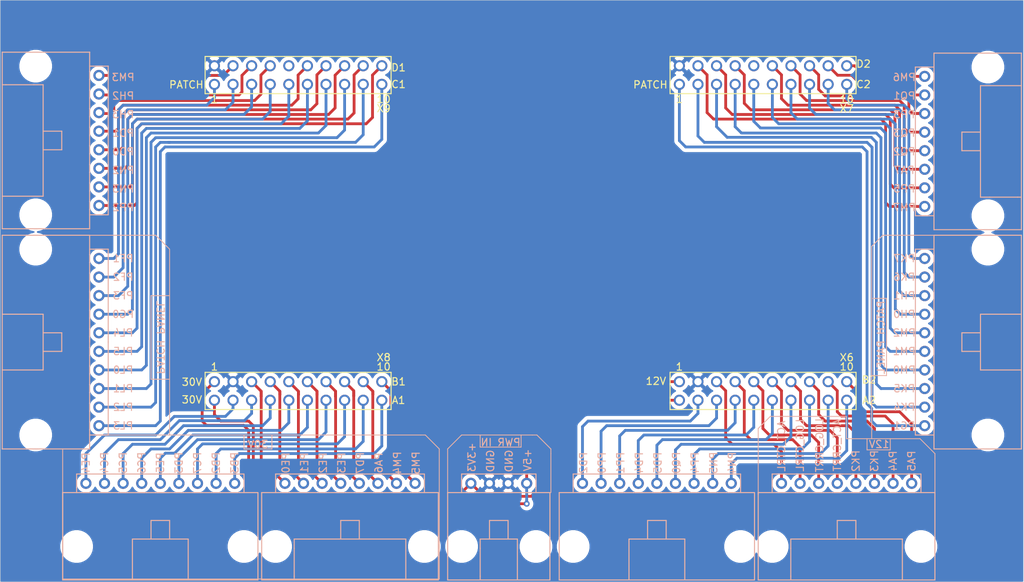
<source format=kicad_pcb>
(kicad_pcb (version 20171130) (host pcbnew "(5.1.4)-1")

  (general
    (thickness 1.6)
    (drawings 130)
    (tracks 488)
    (zones 0)
    (modules 10)
    (nets 76)
  )

  (page A4)
  (layers
    (0 F.Cu signal hide)
    (31 B.Cu signal hide)
    (32 B.Adhes user)
    (33 F.Adhes user)
    (34 B.Paste user)
    (35 F.Paste user)
    (36 B.SilkS user)
    (37 F.SilkS user)
    (38 B.Mask user)
    (39 F.Mask user)
    (40 Dwgs.User user)
    (41 Cmts.User user)
    (42 Eco1.User user)
    (43 Eco2.User user)
    (44 Edge.Cuts user)
    (45 Margin user)
    (46 B.CrtYd user)
    (47 F.CrtYd user)
    (48 B.Fab user)
    (49 F.Fab user)
  )

  (setup
    (last_trace_width 0.381)
    (user_trace_width 0.254)
    (user_trace_width 0.381)
    (trace_clearance 0.2)
    (zone_clearance 0.508)
    (zone_45_only no)
    (trace_min 0.2)
    (via_size 0.8)
    (via_drill 0.4)
    (via_min_size 0.4)
    (via_min_drill 0.3)
    (uvia_size 0.3)
    (uvia_drill 0.1)
    (uvias_allowed no)
    (uvia_min_size 0.2)
    (uvia_min_drill 0.1)
    (edge_width 0.05)
    (segment_width 0.2)
    (pcb_text_width 0.3)
    (pcb_text_size 1.5 1.5)
    (mod_edge_width 0.12)
    (mod_text_size 1 1)
    (mod_text_width 0.15)
    (pad_size 1.52 1.52)
    (pad_drill 1)
    (pad_to_mask_clearance 0.051)
    (solder_mask_min_width 0.25)
    (aux_axis_origin 0 0)
    (visible_elements 7FFFFFFF)
    (pcbplotparams
      (layerselection 0x010fc_ffffffff)
      (usegerberextensions false)
      (usegerberattributes false)
      (usegerberadvancedattributes false)
      (creategerberjobfile false)
      (excludeedgelayer true)
      (linewidth 0.100000)
      (plotframeref false)
      (viasonmask false)
      (mode 1)
      (useauxorigin false)
      (hpglpennumber 1)
      (hpglpenspeed 20)
      (hpglpendiameter 15.000000)
      (psnegative false)
      (psa4output false)
      (plotreference true)
      (plotvalue true)
      (plotinvisibletext false)
      (padsonsilk false)
      (subtractmaskfromsilk false)
      (outputformat 1)
      (mirror false)
      (drillshape 1)
      (scaleselection 1)
      (outputdirectory ""))
  )

  (net 0 "")
  (net 1 +5VA)
  (net 2 GND)
  (net 3 +3V3)
  (net 4 "Net-(ConnA1-Pad1)")
  (net 5 "Net-(ConnA1-Pad2)")
  (net 6 "Net-(ConnA1-Pad3)")
  (net 7 "Net-(ConnA1-Pad4)")
  (net 8 "Net-(ConnA1-Pad5)")
  (net 9 "Net-(ConnA1-Pad6)")
  (net 10 "Net-(ConnA1-Pad7)")
  (net 11 "Net-(ConnA1-Pad8)")
  (net 12 "Net-(ConnA1-Pad9)")
  (net 13 "Net-(ConnA2-Pad9)")
  (net 14 "Net-(ConnA2-Pad8)")
  (net 15 "Net-(ConnA2-Pad7)")
  (net 16 "Net-(ConnA2-Pad6)")
  (net 17 "Net-(ConnA2-Pad5)")
  (net 18 "Net-(ConnA2-Pad4)")
  (net 19 "Net-(ConnA2-Pad3)")
  (net 20 "Net-(ConnA2-Pad2)")
  (net 21 "Net-(ConnA2-Pad1)")
  (net 22 "Net-(ConnB1-Pad1)")
  (net 23 "Net-(ConnB1-Pad2)")
  (net 24 "Net-(ConnB1-Pad3)")
  (net 25 "Net-(ConnB1-Pad4)")
  (net 26 "Net-(ConnB1-Pad5)")
  (net 27 "Net-(ConnB1-Pad6)")
  (net 28 "Net-(ConnB1-Pad7)")
  (net 29 "Net-(ConnB1-Pad8)")
  (net 30 "Net-(ConnB2-Pad1)")
  (net 31 "Net-(ConnB2-Pad2)")
  (net 32 "Net-(ConnB2-Pad3)")
  (net 33 "Net-(ConnB2-Pad4)")
  (net 34 "Net-(ConnB2-Pad5)")
  (net 35 "Net-(ConnB2-Pad6)")
  (net 36 "Net-(ConnB2-Pad7)")
  (net 37 "Net-(ConnB2-Pad8)")
  (net 38 "Net-(ConnC1-Pad1)")
  (net 39 "Net-(ConnC1-Pad2)")
  (net 40 "Net-(ConnC1-Pad3)")
  (net 41 "Net-(ConnC1-Pad4)")
  (net 42 "Net-(ConnC1-Pad5)")
  (net 43 "Net-(ConnC1-Pad6)")
  (net 44 "Net-(ConnC1-Pad7)")
  (net 45 "Net-(ConnC1-Pad8)")
  (net 46 "Net-(ConnC1-Pad9)")
  (net 47 "Net-(ConnC1-Pad10)")
  (net 48 "Net-(ConnC2-Pad10)")
  (net 49 "Net-(ConnC2-Pad9)")
  (net 50 "Net-(ConnC2-Pad8)")
  (net 51 "Net-(ConnC2-Pad7)")
  (net 52 "Net-(ConnC2-Pad6)")
  (net 53 "Net-(ConnC2-Pad5)")
  (net 54 "Net-(ConnC2-Pad4)")
  (net 55 "Net-(ConnC2-Pad3)")
  (net 56 "Net-(ConnC2-Pad2)")
  (net 57 "Net-(ConnC2-Pad1)")
  (net 58 "Net-(ConnD1-Pad8)")
  (net 59 "Net-(ConnD1-Pad7)")
  (net 60 "Net-(ConnD1-Pad6)")
  (net 61 "Net-(ConnD1-Pad5)")
  (net 62 "Net-(ConnD1-Pad4)")
  (net 63 "Net-(ConnD1-Pad3)")
  (net 64 "Net-(ConnD1-Pad2)")
  (net 65 "Net-(ConnD1-Pad1)")
  (net 66 "Net-(ConnD2-Pad8)")
  (net 67 "Net-(ConnD2-Pad7)")
  (net 68 "Net-(ConnD2-Pad6)")
  (net 69 "Net-(ConnD2-Pad5)")
  (net 70 "Net-(ConnD2-Pad4)")
  (net 71 "Net-(ConnD2-Pad3)")
  (net 72 "Net-(ConnD2-Pad2)")
  (net 73 "Net-(ConnD2-Pad1)")
  (net 74 "Net-(U1-PadRese')")
  (net 75 "Net-(U1-PadRese)")

  (net_class Default "This is the default net class."
    (clearance 0.2)
    (trace_width 0.25)
    (via_dia 0.8)
    (via_drill 0.4)
    (uvia_dia 0.3)
    (uvia_drill 0.1)
    (add_net +3V3)
    (add_net +5VA)
    (add_net GND)
    (add_net "Net-(ConnA1-Pad1)")
    (add_net "Net-(ConnA1-Pad2)")
    (add_net "Net-(ConnA1-Pad3)")
    (add_net "Net-(ConnA1-Pad4)")
    (add_net "Net-(ConnA1-Pad5)")
    (add_net "Net-(ConnA1-Pad6)")
    (add_net "Net-(ConnA1-Pad7)")
    (add_net "Net-(ConnA1-Pad8)")
    (add_net "Net-(ConnA1-Pad9)")
    (add_net "Net-(ConnA2-Pad1)")
    (add_net "Net-(ConnA2-Pad2)")
    (add_net "Net-(ConnA2-Pad3)")
    (add_net "Net-(ConnA2-Pad4)")
    (add_net "Net-(ConnA2-Pad5)")
    (add_net "Net-(ConnA2-Pad6)")
    (add_net "Net-(ConnA2-Pad7)")
    (add_net "Net-(ConnA2-Pad8)")
    (add_net "Net-(ConnA2-Pad9)")
    (add_net "Net-(ConnB1-Pad1)")
    (add_net "Net-(ConnB1-Pad2)")
    (add_net "Net-(ConnB1-Pad3)")
    (add_net "Net-(ConnB1-Pad4)")
    (add_net "Net-(ConnB1-Pad5)")
    (add_net "Net-(ConnB1-Pad6)")
    (add_net "Net-(ConnB1-Pad7)")
    (add_net "Net-(ConnB1-Pad8)")
    (add_net "Net-(ConnB2-Pad1)")
    (add_net "Net-(ConnB2-Pad2)")
    (add_net "Net-(ConnB2-Pad3)")
    (add_net "Net-(ConnB2-Pad4)")
    (add_net "Net-(ConnB2-Pad5)")
    (add_net "Net-(ConnB2-Pad6)")
    (add_net "Net-(ConnB2-Pad7)")
    (add_net "Net-(ConnB2-Pad8)")
    (add_net "Net-(ConnC1-Pad1)")
    (add_net "Net-(ConnC1-Pad10)")
    (add_net "Net-(ConnC1-Pad2)")
    (add_net "Net-(ConnC1-Pad3)")
    (add_net "Net-(ConnC1-Pad4)")
    (add_net "Net-(ConnC1-Pad5)")
    (add_net "Net-(ConnC1-Pad6)")
    (add_net "Net-(ConnC1-Pad7)")
    (add_net "Net-(ConnC1-Pad8)")
    (add_net "Net-(ConnC1-Pad9)")
    (add_net "Net-(ConnC2-Pad1)")
    (add_net "Net-(ConnC2-Pad10)")
    (add_net "Net-(ConnC2-Pad2)")
    (add_net "Net-(ConnC2-Pad3)")
    (add_net "Net-(ConnC2-Pad4)")
    (add_net "Net-(ConnC2-Pad5)")
    (add_net "Net-(ConnC2-Pad6)")
    (add_net "Net-(ConnC2-Pad7)")
    (add_net "Net-(ConnC2-Pad8)")
    (add_net "Net-(ConnC2-Pad9)")
    (add_net "Net-(ConnD1-Pad1)")
    (add_net "Net-(ConnD1-Pad2)")
    (add_net "Net-(ConnD1-Pad3)")
    (add_net "Net-(ConnD1-Pad4)")
    (add_net "Net-(ConnD1-Pad5)")
    (add_net "Net-(ConnD1-Pad6)")
    (add_net "Net-(ConnD1-Pad7)")
    (add_net "Net-(ConnD1-Pad8)")
    (add_net "Net-(ConnD2-Pad1)")
    (add_net "Net-(ConnD2-Pad2)")
    (add_net "Net-(ConnD2-Pad3)")
    (add_net "Net-(ConnD2-Pad4)")
    (add_net "Net-(ConnD2-Pad5)")
    (add_net "Net-(ConnD2-Pad6)")
    (add_net "Net-(ConnD2-Pad7)")
    (add_net "Net-(ConnD2-Pad8)")
    (add_net "Net-(U1-PadRese')")
    (add_net "Net-(U1-PadRese)")
  )

  (module MRDT_Shields:Tiva_Breakout (layer F.Cu) (tedit 5D8EC63B) (tstamp 5D983F75)
    (at 17.551001 232.739001)
    (path /5D8EFD0D)
    (fp_text reference U1 (at 45.72 -1.27 180) (layer F.SilkS) hide
      (effects (font (size 1 1) (thickness 0.15)))
    )
    (fp_text value TM4C129E_Launchpad (at 36.83 -1.27) (layer F.Fab) hide
      (effects (font (size 1 1) (thickness 0.15)))
    )
    (fp_text user 1 (at 1.27 -42.418 180) (layer F.SilkS)
      (effects (font (size 1 1) (thickness 0.15)))
    )
    (fp_text user 10 (at 24.384 -42.418 180) (layer F.SilkS)
      (effects (font (size 1 1) (thickness 0.15)))
    )
    (fp_text user 1 (at 1.27 -5.842 180) (layer F.SilkS)
      (effects (font (size 1 1) (thickness 0.15)))
    )
    (fp_text user 10 (at 24.384 -5.842 180) (layer F.SilkS)
      (effects (font (size 1 1) (thickness 0.15)))
    )
    (fp_text user 1 (at 64.77 -42.418 180) (layer F.SilkS)
      (effects (font (size 1 1) (thickness 0.15)))
    )
    (fp_text user 10 (at 87.63 -42.418 180) (layer F.SilkS)
      (effects (font (size 1 1) (thickness 0.15)))
    )
    (fp_text user 10 (at 87.63 -5.842 180) (layer F.SilkS)
      (effects (font (size 1 1) (thickness 0.15)))
    )
    (fp_text user 1 (at 64.77 -5.842 180) (layer F.SilkS)
      (effects (font (size 1 1) (thickness 0.15)))
    )
    (fp_text user X9 (at 24.384 -41.148 180) (layer F.SilkS)
      (effects (font (size 1 1) (thickness 0.15)))
    )
    (fp_text user X8 (at 24.384 -7.112 180) (layer F.SilkS)
      (effects (font (size 1 1) (thickness 0.15)))
    )
    (fp_text user X7 (at 87.63 -41.148 180) (layer F.SilkS)
      (effects (font (size 1 1) (thickness 0.15)))
    )
    (fp_text user X6 (at 87.63 -7.112) (layer F.SilkS)
      (effects (font (size 1 1) (thickness 0.15)))
    )
    (fp_text user C1 (at 26.416 -44.45 180) (layer F.SilkS)
      (effects (font (size 1 1) (thickness 0.15)))
    )
    (fp_text user D1 (at 26.416 -46.736 180) (layer F.SilkS)
      (effects (font (size 1 1) (thickness 0.15)))
    )
    (fp_text user C2 (at 89.916 -44.45 180) (layer F.SilkS)
      (effects (font (size 1 1) (thickness 0.15)))
    )
    (fp_text user D2 (at 89.916 -47.244) (layer F.SilkS)
      (effects (font (size 1 1) (thickness 0.15)))
    )
    (fp_text user B1 (at 26.416 -3.81 180) (layer F.SilkS)
      (effects (font (size 1 1) (thickness 0.15)))
    )
    (fp_text user A1 (at 26.416 -1.27 180) (layer F.SilkS)
      (effects (font (size 1 1) (thickness 0.15)))
    )
    (fp_text user B2 (at 90.678 -4.064 180) (layer F.SilkS)
      (effects (font (size 1 1) (thickness 0.15)))
    )
    (fp_text user A2 (at 90.678 -1.27 180) (layer F.SilkS)
      (effects (font (size 1 1) (thickness 0.15)))
    )
    (fp_line (start 25.4 0) (end 25.4 -5.08) (layer F.SilkS) (width 0.15))
    (fp_line (start 25.4 -5.08) (end 0 -5.08) (layer F.SilkS) (width 0.15))
    (fp_line (start 0 -5.08) (end 0 0) (layer F.SilkS) (width 0.15))
    (fp_line (start 0 0) (end 25.4 0) (layer F.SilkS) (width 0.15))
    (fp_line (start 25.4 -43.18) (end 25.4 -48.26) (layer F.SilkS) (width 0.15))
    (fp_line (start 25.4 -48.26) (end 0 -48.26) (layer F.SilkS) (width 0.15))
    (fp_line (start 0 -48.26) (end 0 -43.18) (layer F.SilkS) (width 0.15))
    (fp_line (start 0 -43.18) (end 25.4 -43.18) (layer F.SilkS) (width 0.15))
    (fp_line (start 88.9 -5.08) (end 63.5 -5.08) (layer F.SilkS) (width 0.15))
    (fp_line (start 63.5 -43.18) (end 88.9 -43.18) (layer F.SilkS) (width 0.15))
    (fp_line (start 88.9 0) (end 88.9 -5.08) (layer F.SilkS) (width 0.15))
    (fp_line (start 63.5 -5.08) (end 63.5 0) (layer F.SilkS) (width 0.15))
    (fp_line (start 63.5 0) (end 88.9 0) (layer F.SilkS) (width 0.15))
    (fp_line (start 88.9 -43.18) (end 88.9 -48.26) (layer F.SilkS) (width 0.15))
    (fp_line (start 88.9 -48.26) (end 63.5 -48.26) (layer F.SilkS) (width 0.15))
    (fp_line (start 63.5 -48.26) (end 63.5 -43.18) (layer F.SilkS) (width 0.15))
    (fp_line (start -15.24 -55.88) (end 111.76 -55.88) (layer F.Fab) (width 0.12))
    (fp_line (start 111.76 -55.88) (end 111.76 23.495) (layer F.Fab) (width 0.12))
    (fp_line (start 111.76 23.495) (end -27.94 23.495) (layer F.Fab) (width 0.12))
    (fp_line (start -27.94 23.495) (end -27.94 -55.88) (layer F.Fab) (width 0.12))
    (fp_line (start -27.94 -55.88) (end -12.065 -55.88) (layer F.Fab) (width 0.12))
    (pad +3V3' thru_hole circle (at 64.77 -1.27 180) (size 1.52 1.52) (drill 1) (layers *.Cu *.Mask F.Paste)
      (net 3 +3V3))
    (pad PM6 thru_hole circle (at 87.63 -46.99 180) (size 1.52 1.52) (drill 1) (layers *.Cu *.Mask F.Paste)
      (net 66 "Net-(ConnD2-Pad8)"))
    (pad PQ1 thru_hole circle (at 85.09 -46.99 180) (size 1.52 1.52) (drill 1) (layers *.Cu *.Mask F.Paste)
      (net 67 "Net-(ConnD2-Pad7)"))
    (pad PQ2 thru_hole circle (at 77.47 -46.99 180) (size 1.52 1.52) (drill 1) (layers *.Cu *.Mask F.Paste)
      (net 70 "Net-(ConnD2-Pad4)"))
    (pad PK0 thru_hole circle (at 74.93 -3.81 180) (size 1.52 1.52) (drill 1) (layers *.Cu *.Mask F.Paste)
      (net 32 "Net-(ConnB2-Pad3)"))
    (pad PQ3 thru_hole circle (at 80.01 -46.99 180) (size 1.52 1.52) (drill 1) (layers *.Cu *.Mask F.Paste)
      (net 69 "Net-(ConnD2-Pad5)"))
    (pad PP3 thru_hole circle (at 82.55 -46.99 180) (size 1.52 1.52) (drill 1) (layers *.Cu *.Mask F.Paste)
      (net 68 "Net-(ConnD2-Pad6)"))
    (pad PQ0 thru_hole circle (at 80.01 -1.27 180) (size 1.52 1.52) (drill 1) (layers *.Cu *.Mask F.Paste)
      (net 16 "Net-(ConnA2-Pad6)"))
    (pad PA4 thru_hole circle (at 85.09 -3.81 180) (size 1.52 1.52) (drill 1) (layers *.Cu *.Mask F.Paste)
      (net 36 "Net-(ConnB2-Pad7)"))
    (pad Rese' thru_hole circle (at 74.93 -46.99 180) (size 1.52 1.52) (drill 1) (layers *.Cu *.Mask F.Paste)
      (net 74 "Net-(U1-PadRese')"))
    (pad PA7 thru_hole circle (at 72.39 -46.99 180) (size 1.52 1.52) (drill 1) (layers *.Cu *.Mask F.Paste)
      (net 71 "Net-(ConnD2-Pad3)"))
    (pad PN5 thru_hole circle (at 85.09 -1.27 180) (size 1.52 1.52) (drill 1) (layers *.Cu *.Mask F.Paste)
      (net 14 "Net-(ConnA2-Pad8)"))
    (pad PK2 thru_hole circle (at 80.01 -3.81 180) (size 1.52 1.52) (drill 1) (layers *.Cu *.Mask F.Paste)
      (net 34 "Net-(ConnB2-Pad5)"))
    (pad PK1 thru_hole circle (at 77.47 -3.81 180) (size 1.52 1.52) (drill 1) (layers *.Cu *.Mask F.Paste)
      (net 33 "Net-(ConnB2-Pad4)"))
    (pad +5V' thru_hole circle (at 64.77 -3.81 180) (size 1.52 1.52) (drill 1) (layers *.Cu *.Mask F.Paste)
      (net 1 +5VA))
    (pad GND thru_hole circle (at 67.31 -3.81 180) (size 1.52 1.52) (drill 1) (layers *.Cu *.Mask F.Paste)
      (net 2 GND))
    (pad PB4 thru_hole circle (at 69.85 -3.81 180) (size 1.52 1.52) (drill 1) (layers *.Cu *.Mask F.Paste)
      (net 30 "Net-(ConnB2-Pad1)"))
    (pad PB5 thru_hole circle (at 72.39 -3.81 180) (size 1.52 1.52) (drill 1) (layers *.Cu *.Mask F.Paste)
      (net 31 "Net-(ConnB2-Pad2)"))
    (pad PK3 thru_hole circle (at 82.55 -3.81 180) (size 1.52 1.52) (drill 1) (layers *.Cu *.Mask F.Paste)
      (net 35 "Net-(ConnB2-Pad6)"))
    (pad PA5 thru_hole circle (at 87.63 -3.81 180) (size 1.52 1.52) (drill 1) (layers *.Cu *.Mask F.Paste)
      (net 37 "Net-(ConnB2-Pad8)"))
    (pad PD2 thru_hole circle (at 67.31 -1.27 180) (size 1.52 1.52) (drill 1) (layers *.Cu *.Mask F.Paste)
      (net 21 "Net-(ConnA2-Pad1)"))
    (pad PP0 thru_hole circle (at 69.85 -1.27 180) (size 1.52 1.52) (drill 1) (layers *.Cu *.Mask F.Paste)
      (net 20 "Net-(ConnA2-Pad2)"))
    (pad PP1 thru_hole circle (at 72.39 -1.27 180) (size 1.52 1.52) (drill 1) (layers *.Cu *.Mask F.Paste)
      (net 19 "Net-(ConnA2-Pad3)"))
    (pad PD4 thru_hole circle (at 74.93 -1.27 180) (size 1.52 1.52) (drill 1) (layers *.Cu *.Mask F.Paste)
      (net 18 "Net-(ConnA2-Pad4)"))
    (pad PD5 thru_hole circle (at 77.47 -1.27 180) (size 1.52 1.52) (drill 1) (layers *.Cu *.Mask F.Paste)
      (net 17 "Net-(ConnA2-Pad5)"))
    (pad PP4 thru_hole circle (at 82.55 -1.27 180) (size 1.52 1.52) (drill 1) (layers *.Cu *.Mask F.Paste)
      (net 15 "Net-(ConnA2-Pad7)"))
    (pad PN4 thru_hole circle (at 87.63 -1.27 180) (size 1.52 1.52) (drill 1) (layers *.Cu *.Mask F.Paste)
      (net 13 "Net-(ConnA2-Pad9)"))
    (pad PG1 thru_hole circle (at 64.77 -44.45 180) (size 1.52 1.52) (drill 1) (layers *.Cu *.Mask F.Paste)
      (net 57 "Net-(ConnC2-Pad1)"))
    (pad PK4 thru_hole circle (at 67.31 -44.45 180) (size 1.52 1.52) (drill 1) (layers *.Cu *.Mask F.Paste)
      (net 56 "Net-(ConnC2-Pad2)"))
    (pad PK5 thru_hole circle (at 69.85 -44.45 180) (size 1.52 1.52) (drill 1) (layers *.Cu *.Mask F.Paste)
      (net 55 "Net-(ConnC2-Pad3)"))
    (pad PM0 thru_hole circle (at 72.39 -44.45 180) (size 1.52 1.52) (drill 1) (layers *.Cu *.Mask F.Paste)
      (net 54 "Net-(ConnC2-Pad4)"))
    (pad PM1 thru_hole circle (at 74.93 -44.45 180) (size 1.52 1.52) (drill 1) (layers *.Cu *.Mask F.Paste)
      (net 53 "Net-(ConnC2-Pad5)"))
    (pad PM2 thru_hole circle (at 77.47 -44.45 180) (size 1.52 1.52) (drill 1) (layers *.Cu *.Mask F.Paste)
      (net 52 "Net-(ConnC2-Pad6)"))
    (pad PH0 thru_hole circle (at 80.01 -44.45 180) (size 1.52 1.52) (drill 1) (layers *.Cu *.Mask F.Paste)
      (net 51 "Net-(ConnC2-Pad7)"))
    (pad PH1 thru_hole circle (at 82.55 -44.45 180) (size 1.52 1.52) (drill 1) (layers *.Cu *.Mask F.Paste)
      (net 50 "Net-(ConnC2-Pad8)"))
    (pad PK6 thru_hole circle (at 85.09 -44.45 180) (size 1.52 1.52) (drill 1) (layers *.Cu *.Mask F.Paste)
      (net 49 "Net-(ConnC2-Pad9)"))
    (pad PK7 thru_hole circle (at 87.63 -44.45 180) (size 1.52 1.52) (drill 1) (layers *.Cu *.Mask F.Paste)
      (net 48 "Net-(ConnC2-Pad10)"))
    (pad GND thru_hole circle (at 64.77 -46.99 180) (size 1.52 1.52) (drill 1) (layers *.Cu *.Mask F.Paste)
      (net 2 GND))
    (pad PM7 thru_hole circle (at 67.31 -46.99 180) (size 1.52 1.52) (drill 1) (layers *.Cu *.Mask F.Paste)
      (net 73 "Net-(ConnD2-Pad1)"))
    (pad PP5 thru_hole circle (at 69.85 -46.99 180) (size 1.52 1.52) (drill 1) (layers *.Cu *.Mask F.Paste)
      (net 72 "Net-(ConnD2-Pad2)"))
    (pad +5V thru_hole circle (at 1.27 -3.81 180) (size 1.52 1.52) (drill 1) (layers *.Cu *.Mask F.Paste)
      (net 1 +5VA))
    (pad GND thru_hole circle (at 3.81 -3.81 180) (size 1.52 1.52) (drill 1) (layers *.Cu *.Mask F.Paste)
      (net 2 GND))
    (pad PE0 thru_hole circle (at 6.35 -3.81 180) (size 1.52 1.52) (drill 1) (layers *.Cu *.Mask F.Paste)
      (net 22 "Net-(ConnB1-Pad1)"))
    (pad PE1 thru_hole circle (at 8.89 -3.81 180) (size 1.52 1.52) (drill 1) (layers *.Cu *.Mask F.Paste)
      (net 23 "Net-(ConnB1-Pad2)"))
    (pad PE2 thru_hole circle (at 11.43 -3.81 180) (size 1.52 1.52) (drill 1) (layers *.Cu *.Mask F.Paste)
      (net 24 "Net-(ConnB1-Pad3)"))
    (pad PE3 thru_hole circle (at 13.97 -3.81 180) (size 1.52 1.52) (drill 1) (layers *.Cu *.Mask F.Paste)
      (net 25 "Net-(ConnB1-Pad4)"))
    (pad PD7 thru_hole circle (at 16.51 -3.81 180) (size 1.52 1.52) (drill 1) (layers *.Cu *.Mask F.Paste)
      (net 26 "Net-(ConnB1-Pad5)"))
    (pad PA6 thru_hole circle (at 19.05 -3.81 180) (size 1.52 1.52) (drill 1) (layers *.Cu *.Mask F.Paste)
      (net 27 "Net-(ConnB1-Pad6)"))
    (pad PM4 thru_hole circle (at 21.59 -3.81 180) (size 1.52 1.52) (drill 1) (layers *.Cu *.Mask F.Paste)
      (net 28 "Net-(ConnB1-Pad7)"))
    (pad PM5 thru_hole circle (at 24.13 -3.81 180) (size 1.52 1.52) (drill 1) (layers *.Cu *.Mask F.Paste)
      (net 29 "Net-(ConnB1-Pad8)"))
    (pad +3V3 thru_hole circle (at 1.27 -1.27 180) (size 1.52 1.52) (drill 1) (layers *.Cu *.Mask F.Paste)
      (net 3 +3V3))
    (pad PE4 thru_hole circle (at 3.81 -1.27 180) (size 1.52 1.52) (drill 1) (layers *.Cu *.Mask F.Paste)
      (net 4 "Net-(ConnA1-Pad1)"))
    (pad PC4 thru_hole circle (at 6.35 -1.27 180) (size 1.52 1.52) (drill 1) (layers *.Cu *.Mask F.Paste)
      (net 5 "Net-(ConnA1-Pad2)"))
    (pad PC5 thru_hole circle (at 8.89 -1.27 180) (size 1.52 1.52) (drill 1) (layers *.Cu *.Mask F.Paste)
      (net 6 "Net-(ConnA1-Pad3)"))
    (pad PC6 thru_hole circle (at 11.43 -1.27 180) (size 1.52 1.52) (drill 1) (layers *.Cu *.Mask F.Paste)
      (net 7 "Net-(ConnA1-Pad4)"))
    (pad PE5 thru_hole circle (at 13.97 -1.27 180) (size 1.52 1.52) (drill 1) (layers *.Cu *.Mask F.Paste)
      (net 8 "Net-(ConnA1-Pad5)"))
    (pad PD3 thru_hole circle (at 16.51 -1.27 180) (size 1.52 1.52) (drill 1) (layers *.Cu *.Mask F.Paste)
      (net 9 "Net-(ConnA1-Pad6)"))
    (pad PC7 thru_hole circle (at 19.05 -1.27 180) (size 1.52 1.52) (drill 1) (layers *.Cu *.Mask F.Paste)
      (net 10 "Net-(ConnA1-Pad7)"))
    (pad PB2 thru_hole circle (at 21.59 -1.27 180) (size 1.52 1.52) (drill 1) (layers *.Cu *.Mask F.Paste)
      (net 11 "Net-(ConnA1-Pad8)"))
    (pad PB3 thru_hole circle (at 24.13 -1.27 180) (size 1.52 1.52) (drill 1) (layers *.Cu *.Mask F.Paste)
      (net 12 "Net-(ConnA1-Pad9)"))
    (pad PF1 thru_hole circle (at 1.27 -44.45 180) (size 1.52 1.52) (drill 1) (layers *.Cu *.Mask F.Paste)
      (net 38 "Net-(ConnC1-Pad1)"))
    (pad PF2 thru_hole circle (at 3.81 -44.45 180) (size 1.52 1.52) (drill 1) (layers *.Cu *.Mask F.Paste)
      (net 39 "Net-(ConnC1-Pad2)"))
    (pad PF3 thru_hole circle (at 6.35 -44.45 180) (size 1.52 1.52) (drill 1) (layers *.Cu *.Mask F.Paste)
      (net 40 "Net-(ConnC1-Pad3)"))
    (pad PG0 thru_hole circle (at 8.89 -44.45 180) (size 1.52 1.52) (drill 1) (layers *.Cu *.Mask F.Paste)
      (net 41 "Net-(ConnC1-Pad4)"))
    (pad PL4 thru_hole circle (at 11.43 -44.45 180) (size 1.52 1.52) (drill 1) (layers *.Cu *.Mask F.Paste)
      (net 42 "Net-(ConnC1-Pad5)"))
    (pad PL5 thru_hole circle (at 13.97 -44.45 180) (size 1.52 1.52) (drill 1) (layers *.Cu *.Mask F.Paste)
      (net 43 "Net-(ConnC1-Pad6)"))
    (pad PL0 thru_hole circle (at 16.51 -44.45 180) (size 1.52 1.52) (drill 1) (layers *.Cu *.Mask F.Paste)
      (net 44 "Net-(ConnC1-Pad7)"))
    (pad PL1 thru_hole circle (at 19.05 -44.45 180) (size 1.52 1.52) (drill 1) (layers *.Cu *.Mask F.Paste)
      (net 45 "Net-(ConnC1-Pad8)"))
    (pad PL2 thru_hole circle (at 21.59 -44.45 180) (size 1.52 1.52) (drill 1) (layers *.Cu *.Mask F.Paste)
      (net 46 "Net-(ConnC1-Pad9)"))
    (pad PL3 thru_hole circle (at 24.13 -44.45 180) (size 1.52 1.52) (drill 1) (layers *.Cu *.Mask F.Paste)
      (net 47 "Net-(ConnC1-Pad10)"))
    (pad GND thru_hole circle (at 1.27 -46.99 180) (size 1.52 1.52) (drill 1) (layers *.Cu *.Mask F.Paste)
      (net 2 GND))
    (pad PM3 thru_hole circle (at 3.81 -46.99 180) (size 1.52 1.52) (drill 1) (layers *.Cu *.Mask F.Paste)
      (net 65 "Net-(ConnD1-Pad1)"))
    (pad PH2 thru_hole circle (at 6.35 -46.99 180) (size 1.52 1.52) (drill 1) (layers *.Cu *.Mask F.Paste)
      (net 64 "Net-(ConnD1-Pad2)"))
    (pad PH3 thru_hole circle (at 8.89 -46.99 180) (size 1.52 1.52) (drill 1) (layers *.Cu *.Mask F.Paste)
      (net 63 "Net-(ConnD1-Pad3)"))
    (pad Rese thru_hole circle (at 11.43 -46.99 180) (size 1.52 1.52) (drill 1) (layers *.Cu *.Mask F.Paste)
      (net 75 "Net-(U1-PadRese)"))
    (pad PD1 thru_hole circle (at 13.97 -46.99 180) (size 1.52 1.52) (drill 1) (layers *.Cu *.Mask F.Paste)
      (net 62 "Net-(ConnD1-Pad4)"))
    (pad PD0 thru_hole circle (at 16.51 -46.99 180) (size 1.52 1.52) (drill 1) (layers *.Cu *.Mask F.Paste)
      (net 61 "Net-(ConnD1-Pad5)"))
    (pad PN2 thru_hole circle (at 19.05 -46.99 180) (size 1.52 1.52) (drill 1) (layers *.Cu *.Mask F.Paste)
      (net 60 "Net-(ConnD1-Pad6)"))
    (pad PN3 thru_hole circle (at 21.59 -46.99 180) (size 1.52 1.52) (drill 1) (layers *.Cu *.Mask F.Paste)
      (net 59 "Net-(ConnD1-Pad7)"))
    (pad PP2 thru_hole circle (at 24.13 -46.99 180) (size 1.52 1.52) (drill 1) (layers *.Cu *.Mask F.Paste)
      (net 58 "Net-(ConnD1-Pad8)"))
    (model ${KISYS3DMOD}/Pin_Headers.3dshapes/Pin_Header_Straight_2x10_Pitch2.54mm.step
      (offset (xyz 64.7699990272522 44.44999933242798 0))
      (scale (xyz 1 1 1))
      (rotate (xyz 0 0 -90))
    )
    (model ${KISYS3DMOD}/Pin_Headers.3dshapes/Pin_Header_Straight_2x10_Pitch2.54mm.step
      (offset (xyz 1.269999980926514 44.44999933242798 0))
      (scale (xyz 1 1 1))
      (rotate (xyz 0 0 -90))
    )
    (model ${KISYS3DMOD}/Pin_Headers.3dshapes/Pin_Header_Straight_2x10_Pitch2.54mm.step
      (offset (xyz 64.7699990272522 1.269999980926514 0))
      (scale (xyz 1 1 1))
      (rotate (xyz 0 0 -90))
    )
    (model ${KISYS3DMOD}/Pin_Headers.3dshapes/Pin_Header_Straight_2x10_Pitch2.54mm.step
      (offset (xyz 1.269999980926514 1.269999980926514 0))
      (scale (xyz 1 1 1))
      (rotate (xyz 0 0 -90))
    )
    (model "${MRDT_KICAD_LIBRARIES}/3D Files/MRDT_Shields/TM4C129_Launchpad.stp"
      (offset (xyz 0 0.15 11))
      (scale (xyz 1 1 1))
      (rotate (xyz 0 0 0))
    )
  )

  (module MRDT_Connectors:MOLEX_SL_09_Horizontal (layer B.Cu) (tedit 5C22EB5F) (tstamp 5D8ED926)
    (at 11.43 242.824)
    (path /5D907061)
    (fp_text reference ConnA1 (at 0 6.731) (layer B.SilkS) hide
      (effects (font (size 1 1) (thickness 0.15)) (justify mirror))
    )
    (fp_text value Molex_SL_09 (at 0 4.826) (layer B.Fab)
      (effects (font (size 1 1) (thickness 0.15)) (justify mirror))
    )
    (fp_line (start -3.81 7.62) (end -3.81 13.208) (layer B.SilkS) (width 0.15))
    (fp_line (start 3.81 7.62) (end 3.81 13.208) (layer B.SilkS) (width 0.15))
    (fp_line (start 1.27 -1.27) (end 11.43 -1.27) (layer B.SilkS) (width 0.15))
    (fp_line (start 13.335 1.27) (end -5.842 1.27) (layer B.SilkS) (width 0.15))
    (fp_line (start -13.335 13.208) (end 13.335 13.208) (layer B.SilkS) (width 0.15))
    (fp_line (start -13.335 1.27) (end -13.335 13.208) (layer B.SilkS) (width 0.15))
    (fp_line (start 13.335 1.27) (end 13.335 13.208) (layer B.SilkS) (width 0.15))
    (fp_line (start -11.43 1.27) (end -13.335 1.27) (layer B.SilkS) (width 0.15))
    (fp_line (start -3.81 7.62) (end 3.81 7.62) (layer B.SilkS) (width 0.15))
    (fp_line (start -1.27 7.62) (end -1.27 5.08) (layer B.SilkS) (width 0.15))
    (fp_line (start -1.27 5.08) (end 1.27 5.08) (layer B.SilkS) (width 0.15))
    (fp_line (start 1.27 5.08) (end 1.27 7.62) (layer B.SilkS) (width 0.15))
    (fp_line (start -11.43 1.27) (end 1.27 1.27) (layer B.SilkS) (width 0.15))
    (fp_line (start 11.43 1.27) (end 11.43 -1.27) (layer B.SilkS) (width 0.15))
    (fp_line (start 1.27 -1.27) (end -11.43 -1.27) (layer B.SilkS) (width 0.15))
    (fp_line (start -11.43 -1.27) (end -11.43 1.27) (layer B.SilkS) (width 0.15))
    (pad 1 thru_hole circle (at -10.16 0) (size 1.524 1.524) (drill 0.9) (layers *.Cu *.Mask)
      (net 4 "Net-(ConnA1-Pad1)"))
    (pad 2 thru_hole circle (at -7.62 0) (size 1.524 1.524) (drill 0.9) (layers *.Cu *.Mask)
      (net 5 "Net-(ConnA1-Pad2)"))
    (pad 3 thru_hole circle (at -5.08 0) (size 1.524 1.524) (drill 0.9) (layers *.Cu *.Mask)
      (net 6 "Net-(ConnA1-Pad3)"))
    (pad 4 thru_hole circle (at -2.54 0) (size 1.524 1.524) (drill 0.9) (layers *.Cu *.Mask)
      (net 7 "Net-(ConnA1-Pad4)"))
    (pad 5 thru_hole circle (at 0 0) (size 1.524 1.524) (drill 0.9) (layers *.Cu *.Mask)
      (net 8 "Net-(ConnA1-Pad5)"))
    (pad "" np_thru_hole circle (at -11.43 8.636) (size 3.45 3.45) (drill 3.45) (layers *.Cu *.Mask))
    (pad "" np_thru_hole circle (at 11.43 8.636) (size 3.45 3.45) (drill 3.45) (layers *.Cu *.Mask))
    (pad 6 thru_hole circle (at 2.54 0) (size 1.524 1.524) (drill 0.9) (layers *.Cu *.Mask)
      (net 9 "Net-(ConnA1-Pad6)"))
    (pad 7 thru_hole circle (at 5.08 0) (size 1.524 1.524) (drill 0.9) (layers *.Cu *.Mask)
      (net 10 "Net-(ConnA1-Pad7)"))
    (pad 8 thru_hole circle (at 7.62 0) (size 1.524 1.524) (drill 0.9) (layers *.Cu *.Mask)
      (net 11 "Net-(ConnA1-Pad8)"))
    (pad 9 thru_hole circle (at 10.16 0) (size 1.524 1.524) (drill 0.9) (layers *.Cu *.Mask)
      (net 12 "Net-(ConnA1-Pad9)"))
    (model "${MRDT_KICAD_LIBRARIES}/3D Files/MRDT_Connctors/Molex_SL_09_Horizontal.stp"
      (offset (xyz 12.69999980926514 12.95399980545044 0))
      (scale (xyz 1 1 1))
      (rotate (xyz 0 0 180))
    )
  )

  (module MRDT_Connectors:MOLEX_SL_09_Horizontal (layer B.Cu) (tedit 5C22EB5F) (tstamp 5D8EA84C)
    (at 79.248 242.824)
    (path /5D907F21)
    (fp_text reference ConnA2 (at 0.762 4.826) (layer B.SilkS) hide
      (effects (font (size 1 1) (thickness 0.15)) (justify mirror))
    )
    (fp_text value Molex_SL_09 (at 0.762 2.921) (layer B.Fab)
      (effects (font (size 1 1) (thickness 0.15)) (justify mirror))
    )
    (fp_line (start -11.43 -1.27) (end -11.43 1.27) (layer B.SilkS) (width 0.15))
    (fp_line (start 1.27 -1.27) (end -11.43 -1.27) (layer B.SilkS) (width 0.15))
    (fp_line (start 11.43 1.27) (end 11.43 -1.27) (layer B.SilkS) (width 0.15))
    (fp_line (start -11.43 1.27) (end 1.27 1.27) (layer B.SilkS) (width 0.15))
    (fp_line (start 1.27 5.08) (end 1.27 7.62) (layer B.SilkS) (width 0.15))
    (fp_line (start -1.27 5.08) (end 1.27 5.08) (layer B.SilkS) (width 0.15))
    (fp_line (start -1.27 7.62) (end -1.27 5.08) (layer B.SilkS) (width 0.15))
    (fp_line (start -3.81 7.62) (end 3.81 7.62) (layer B.SilkS) (width 0.15))
    (fp_line (start -11.43 1.27) (end -13.335 1.27) (layer B.SilkS) (width 0.15))
    (fp_line (start 13.335 1.27) (end 13.335 13.208) (layer B.SilkS) (width 0.15))
    (fp_line (start -13.335 1.27) (end -13.335 13.208) (layer B.SilkS) (width 0.15))
    (fp_line (start -13.335 13.208) (end 13.335 13.208) (layer B.SilkS) (width 0.15))
    (fp_line (start 13.335 1.27) (end -5.842 1.27) (layer B.SilkS) (width 0.15))
    (fp_line (start 1.27 -1.27) (end 11.43 -1.27) (layer B.SilkS) (width 0.15))
    (fp_line (start 3.81 7.62) (end 3.81 13.208) (layer B.SilkS) (width 0.15))
    (fp_line (start -3.81 7.62) (end -3.81 13.208) (layer B.SilkS) (width 0.15))
    (pad 9 thru_hole circle (at 10.16 0) (size 1.524 1.524) (drill 0.9) (layers *.Cu *.Mask)
      (net 13 "Net-(ConnA2-Pad9)"))
    (pad 8 thru_hole circle (at 7.62 0) (size 1.524 1.524) (drill 0.9) (layers *.Cu *.Mask)
      (net 14 "Net-(ConnA2-Pad8)"))
    (pad 7 thru_hole circle (at 5.08 0) (size 1.524 1.524) (drill 0.9) (layers *.Cu *.Mask)
      (net 15 "Net-(ConnA2-Pad7)"))
    (pad 6 thru_hole circle (at 2.54 0) (size 1.524 1.524) (drill 0.9) (layers *.Cu *.Mask)
      (net 16 "Net-(ConnA2-Pad6)"))
    (pad "" np_thru_hole circle (at 11.43 8.636) (size 3.45 3.45) (drill 3.45) (layers *.Cu *.Mask))
    (pad "" np_thru_hole circle (at -11.43 8.636) (size 3.45 3.45) (drill 3.45) (layers *.Cu *.Mask))
    (pad 5 thru_hole circle (at 0 0) (size 1.524 1.524) (drill 0.9) (layers *.Cu *.Mask)
      (net 17 "Net-(ConnA2-Pad5)"))
    (pad 4 thru_hole circle (at -2.54 0) (size 1.524 1.524) (drill 0.9) (layers *.Cu *.Mask)
      (net 18 "Net-(ConnA2-Pad4)"))
    (pad 3 thru_hole circle (at -5.08 0) (size 1.524 1.524) (drill 0.9) (layers *.Cu *.Mask)
      (net 19 "Net-(ConnA2-Pad3)"))
    (pad 2 thru_hole circle (at -7.62 0) (size 1.524 1.524) (drill 0.9) (layers *.Cu *.Mask)
      (net 20 "Net-(ConnA2-Pad2)"))
    (pad 1 thru_hole circle (at -10.16 0) (size 1.524 1.524) (drill 0.9) (layers *.Cu *.Mask)
      (net 21 "Net-(ConnA2-Pad1)"))
    (model "${MRDT_KICAD_LIBRARIES}/3D Files/MRDT_Connctors/Molex_SL_09_Horizontal.stp"
      (offset (xyz 12.69999980926514 12.95399980545044 0))
      (scale (xyz 1 1 1))
      (rotate (xyz 0 0 180))
    )
  )

  (module MRDT_Connectors:MOLEX_SL_08_Horizontal (layer B.Cu) (tedit 5C22EB39) (tstamp 5D8EF7A6)
    (at 37.338 242.824)
    (path /5D90A1BA)
    (fp_text reference ConnB1 (at 0.0762 6.4008) (layer B.SilkS) hide
      (effects (font (size 1 1) (thickness 0.15)) (justify mirror))
    )
    (fp_text value Molex_SL_08 (at -0.4572 3.9878) (layer B.Fab)
      (effects (font (size 1 1) (thickness 0.15)) (justify mirror))
    )
    (fp_line (start -12.065 1.27) (end 12.065 1.27) (layer B.SilkS) (width 0.15))
    (fp_line (start -7.62 13.208) (end -7.62 12.7) (layer B.SilkS) (width 0.15))
    (fp_line (start -12.065 13.208) (end 12.065 13.208) (layer B.SilkS) (width 0.15))
    (fp_line (start -12.065 1.27) (end -12.065 13.208) (layer B.SilkS) (width 0.15))
    (fp_line (start 12.065 1.27) (end 12.065 13.208) (layer B.SilkS) (width 0.15))
    (fp_line (start -12.06 1.27) (end -12.065 1.27) (layer B.SilkS) (width 0.15))
    (fp_line (start -7.62 8.89) (end -7.62 7.62) (layer B.SilkS) (width 0.15))
    (fp_line (start -7.62 7.62) (end 7.62 7.62) (layer B.SilkS) (width 0.15))
    (fp_line (start 7.62 7.62) (end 7.62 13.208) (layer B.SilkS) (width 0.15))
    (fp_line (start -7.62 8.89) (end -7.62 12.7) (layer B.SilkS) (width 0.15))
    (fp_line (start -1.27 7.62) (end -1.27 5.08) (layer B.SilkS) (width 0.15))
    (fp_line (start -1.27 5.08) (end 1.27 5.08) (layer B.SilkS) (width 0.15))
    (fp_line (start 1.27 5.08) (end 1.27 7.62) (layer B.SilkS) (width 0.15))
    (fp_line (start 10.16 1.27) (end 10.16 -1.27) (layer B.SilkS) (width 0.15))
    (fp_line (start 10.16 -1.27) (end -10.16 -1.27) (layer B.SilkS) (width 0.15))
    (fp_line (start -10.16 -1.27) (end -10.16 1.27) (layer B.SilkS) (width 0.15))
    (pad 1 thru_hole circle (at -8.89 0) (size 1.524 1.524) (drill 0.9) (layers *.Cu *.Mask)
      (net 22 "Net-(ConnB1-Pad1)"))
    (pad 2 thru_hole circle (at -6.35 0) (size 1.524 1.524) (drill 0.9) (layers *.Cu *.Mask)
      (net 23 "Net-(ConnB1-Pad2)"))
    (pad 3 thru_hole circle (at -3.81 0) (size 1.524 1.524) (drill 0.9) (layers *.Cu *.Mask)
      (net 24 "Net-(ConnB1-Pad3)"))
    (pad 4 thru_hole circle (at -1.27 0) (size 1.524 1.524) (drill 0.9) (layers *.Cu *.Mask)
      (net 25 "Net-(ConnB1-Pad4)"))
    (pad 5 thru_hole circle (at 1.27 0) (size 1.524 1.524) (drill 0.9) (layers *.Cu *.Mask)
      (net 26 "Net-(ConnB1-Pad5)"))
    (pad "" np_thru_hole circle (at -10.16 8.636) (size 3.45 3.45) (drill 3.45) (layers *.Cu *.Mask))
    (pad "" np_thru_hole circle (at 10.16 8.636) (size 3.45 3.45) (drill 3.45) (layers *.Cu *.Mask))
    (pad 6 thru_hole circle (at 3.81 0) (size 1.524 1.524) (drill 0.9) (layers *.Cu *.Mask)
      (net 27 "Net-(ConnB1-Pad6)"))
    (pad 7 thru_hole circle (at 6.35 0) (size 1.524 1.524) (drill 0.9) (layers *.Cu *.Mask)
      (net 28 "Net-(ConnB1-Pad7)"))
    (pad 8 thru_hole circle (at 8.89 0) (size 1.524 1.524) (drill 0.9) (layers *.Cu *.Mask)
      (net 29 "Net-(ConnB1-Pad8)"))
    (model "${MRDT_KICAD_LIBRARIES}/3D Files/MRDT_Connctors/Molex_SL_08_Horizontal.stp"
      (offset (xyz 11.42999982833862 12.95399980545044 0))
      (scale (xyz 1 1 1))
      (rotate (xyz 0 0 180))
    )
  )

  (module MRDT_Connectors:MOLEX_SL_08_Horizontal (layer B.Cu) (tedit 5C22EB39) (tstamp 5D8EED80)
    (at 105.156 242.824)
    (path /5D90C0A3)
    (fp_text reference ConnB2 (at 0.889 4.826) (layer B.SilkS) hide
      (effects (font (size 1 1) (thickness 0.15)) (justify mirror))
    )
    (fp_text value Molex_SL_08 (at 0.889 2.921) (layer B.Fab)
      (effects (font (size 1 1) (thickness 0.15)) (justify mirror))
    )
    (fp_line (start -12.065 1.27) (end 12.065 1.27) (layer B.SilkS) (width 0.15))
    (fp_line (start -7.62 13.208) (end -7.62 12.7) (layer B.SilkS) (width 0.15))
    (fp_line (start -12.065 13.208) (end 12.065 13.208) (layer B.SilkS) (width 0.15))
    (fp_line (start -12.065 1.27) (end -12.065 13.208) (layer B.SilkS) (width 0.15))
    (fp_line (start 12.065 1.27) (end 12.065 13.208) (layer B.SilkS) (width 0.15))
    (fp_line (start -12.06 1.27) (end -12.065 1.27) (layer B.SilkS) (width 0.15))
    (fp_line (start -7.62 8.89) (end -7.62 7.62) (layer B.SilkS) (width 0.15))
    (fp_line (start -7.62 7.62) (end 7.62 7.62) (layer B.SilkS) (width 0.15))
    (fp_line (start 7.62 7.62) (end 7.62 13.208) (layer B.SilkS) (width 0.15))
    (fp_line (start -7.62 8.89) (end -7.62 12.7) (layer B.SilkS) (width 0.15))
    (fp_line (start -1.27 7.62) (end -1.27 5.08) (layer B.SilkS) (width 0.15))
    (fp_line (start -1.27 5.08) (end 1.27 5.08) (layer B.SilkS) (width 0.15))
    (fp_line (start 1.27 5.08) (end 1.27 7.62) (layer B.SilkS) (width 0.15))
    (fp_line (start 10.16 1.27) (end 10.16 -1.27) (layer B.SilkS) (width 0.15))
    (fp_line (start 10.16 -1.27) (end -10.16 -1.27) (layer B.SilkS) (width 0.15))
    (fp_line (start -10.16 -1.27) (end -10.16 1.27) (layer B.SilkS) (width 0.15))
    (pad 1 thru_hole circle (at -8.89 0) (size 1.524 1.524) (drill 0.9) (layers *.Cu *.Mask)
      (net 30 "Net-(ConnB2-Pad1)"))
    (pad 2 thru_hole circle (at -6.35 0) (size 1.524 1.524) (drill 0.9) (layers *.Cu *.Mask)
      (net 31 "Net-(ConnB2-Pad2)"))
    (pad 3 thru_hole circle (at -3.81 0) (size 1.524 1.524) (drill 0.9) (layers *.Cu *.Mask)
      (net 32 "Net-(ConnB2-Pad3)"))
    (pad 4 thru_hole circle (at -1.27 0) (size 1.524 1.524) (drill 0.9) (layers *.Cu *.Mask)
      (net 33 "Net-(ConnB2-Pad4)"))
    (pad 5 thru_hole circle (at 1.27 0) (size 1.524 1.524) (drill 0.9) (layers *.Cu *.Mask)
      (net 34 "Net-(ConnB2-Pad5)"))
    (pad "" np_thru_hole circle (at -10.16 8.636) (size 3.45 3.45) (drill 3.45) (layers *.Cu *.Mask))
    (pad "" np_thru_hole circle (at 10.16 8.636) (size 3.45 3.45) (drill 3.45) (layers *.Cu *.Mask))
    (pad 6 thru_hole circle (at 3.81 0) (size 1.524 1.524) (drill 0.9) (layers *.Cu *.Mask)
      (net 35 "Net-(ConnB2-Pad6)"))
    (pad 7 thru_hole circle (at 6.35 0) (size 1.524 1.524) (drill 0.9) (layers *.Cu *.Mask)
      (net 36 "Net-(ConnB2-Pad7)"))
    (pad 8 thru_hole circle (at 8.89 0) (size 1.524 1.524) (drill 0.9) (layers *.Cu *.Mask)
      (net 37 "Net-(ConnB2-Pad8)"))
    (model "${MRDT_KICAD_LIBRARIES}/3D Files/MRDT_Connctors/Molex_SL_08_Horizontal.stp"
      (offset (xyz 11.42999982833862 12.95399980545044 0))
      (scale (xyz 1 1 1))
      (rotate (xyz 0 0 180))
    )
  )

  (module MRDT_Connectors:MOLEX_SL_10_Horizontal (layer B.Cu) (tedit 5C22EB85) (tstamp 5D8EA8A9)
    (at 3.048 223.52 270)
    (path /5D908EEE)
    (fp_text reference ConnC1 (at 0 4.953 270) (layer B.SilkS) hide
      (effects (font (size 1 1) (thickness 0.15)) (justify mirror))
    )
    (fp_text value Molex_SL_10 (at 0 6.858 270) (layer B.Fab)
      (effects (font (size 1 1) (thickness 0.15)) (justify mirror))
    )
    (fp_line (start -3.81 7.62) (end -3.81 13.208) (layer B.SilkS) (width 0.15))
    (fp_line (start 3.81 7.62) (end 3.81 13.208) (layer B.SilkS) (width 0.15))
    (fp_line (start 0 -1.27) (end 12.7 -1.27) (layer B.SilkS) (width 0.15))
    (fp_line (start 12.7 1.27) (end -7.112 1.27) (layer B.SilkS) (width 0.15))
    (fp_line (start -14.605 13.208) (end 14.605 13.208) (layer B.SilkS) (width 0.15))
    (fp_line (start -14.605 1.27) (end -14.605 13.208) (layer B.SilkS) (width 0.15))
    (fp_line (start 14.605 1.27) (end 14.605 13.208) (layer B.SilkS) (width 0.15))
    (fp_line (start 12.7 1.27) (end 14.605 1.27) (layer B.SilkS) (width 0.15))
    (fp_line (start -12.7 1.27) (end -14.605 1.27) (layer B.SilkS) (width 0.15))
    (fp_line (start -3.81 7.62) (end 3.81 7.62) (layer B.SilkS) (width 0.15))
    (fp_line (start -1.27 7.62) (end -1.27 5.08) (layer B.SilkS) (width 0.15))
    (fp_line (start -1.27 5.08) (end 1.27 5.08) (layer B.SilkS) (width 0.15))
    (fp_line (start 1.27 5.08) (end 1.27 7.62) (layer B.SilkS) (width 0.15))
    (fp_line (start -12.7 1.27) (end 0 1.27) (layer B.SilkS) (width 0.15))
    (fp_line (start 12.7 1.27) (end 12.7 -1.27) (layer B.SilkS) (width 0.15))
    (fp_line (start 0 -1.27) (end -12.7 -1.27) (layer B.SilkS) (width 0.15))
    (fp_line (start -12.7 -1.27) (end -12.7 1.27) (layer B.SilkS) (width 0.15))
    (pad 1 thru_hole circle (at -11.43 0 270) (size 1.524 1.524) (drill 0.9) (layers *.Cu *.Mask)
      (net 38 "Net-(ConnC1-Pad1)"))
    (pad 2 thru_hole circle (at -8.89 0 270) (size 1.524 1.524) (drill 0.9) (layers *.Cu *.Mask)
      (net 39 "Net-(ConnC1-Pad2)"))
    (pad 3 thru_hole circle (at -6.35 0 270) (size 1.524 1.524) (drill 0.9) (layers *.Cu *.Mask)
      (net 40 "Net-(ConnC1-Pad3)"))
    (pad 4 thru_hole circle (at -3.81 0 270) (size 1.524 1.524) (drill 0.9) (layers *.Cu *.Mask)
      (net 41 "Net-(ConnC1-Pad4)"))
    (pad 5 thru_hole circle (at -1.27 0 270) (size 1.524 1.524) (drill 0.9) (layers *.Cu *.Mask)
      (net 42 "Net-(ConnC1-Pad5)"))
    (pad "" np_thru_hole circle (at -12.7 8.636 270) (size 3.45 3.45) (drill 3.45) (layers *.Cu *.Mask))
    (pad "" np_thru_hole circle (at 12.7 8.636 270) (size 3.45 3.45) (drill 3.45) (layers *.Cu *.Mask))
    (pad 6 thru_hole circle (at 1.27 0 270) (size 1.524 1.524) (drill 0.9) (layers *.Cu *.Mask)
      (net 43 "Net-(ConnC1-Pad6)"))
    (pad 7 thru_hole circle (at 3.81 0 270) (size 1.524 1.524) (drill 0.9) (layers *.Cu *.Mask)
      (net 44 "Net-(ConnC1-Pad7)"))
    (pad 8 thru_hole circle (at 6.35 0 270) (size 1.524 1.524) (drill 0.9) (layers *.Cu *.Mask)
      (net 45 "Net-(ConnC1-Pad8)"))
    (pad 9 thru_hole circle (at 8.89 0 270) (size 1.524 1.524) (drill 0.9) (layers *.Cu *.Mask)
      (net 46 "Net-(ConnC1-Pad9)"))
    (pad 10 thru_hole circle (at 11.43 0 270) (size 1.524 1.524) (drill 0.9) (layers *.Cu *.Mask)
      (net 47 "Net-(ConnC1-Pad10)"))
    (model "${MRDT_KICAD_LIBRARIES}/3D Files/MRDT_Connctors/Molex_SL_10_Horizontal.stp"
      (offset (xyz 13.96999979019165 12.95399980545044 0))
      (scale (xyz 1 1 1))
      (rotate (xyz 0 0 180))
    )
  )

  (module MRDT_Connectors:MOLEX_SL_10_Horizontal (layer B.Cu) (tedit 5C22EB85) (tstamp 5D8EA8CA)
    (at 115.824 223.52 90)
    (path /5D909889)
    (fp_text reference ConnC2 (at -8.509 4.318 270) (layer B.SilkS) hide
      (effects (font (size 1 1) (thickness 0.15)) (justify mirror))
    )
    (fp_text value Molex_SL_10 (at 1.905 3.302 270) (layer B.Fab)
      (effects (font (size 1 1) (thickness 0.15)) (justify mirror))
    )
    (fp_line (start -12.7 -1.27) (end -12.7 1.27) (layer B.SilkS) (width 0.15))
    (fp_line (start 0 -1.27) (end -12.7 -1.27) (layer B.SilkS) (width 0.15))
    (fp_line (start 12.7 1.27) (end 12.7 -1.27) (layer B.SilkS) (width 0.15))
    (fp_line (start -12.7 1.27) (end 0 1.27) (layer B.SilkS) (width 0.15))
    (fp_line (start 1.27 5.08) (end 1.27 7.62) (layer B.SilkS) (width 0.15))
    (fp_line (start -1.27 5.08) (end 1.27 5.08) (layer B.SilkS) (width 0.15))
    (fp_line (start -1.27 7.62) (end -1.27 5.08) (layer B.SilkS) (width 0.15))
    (fp_line (start -3.81 7.62) (end 3.81 7.62) (layer B.SilkS) (width 0.15))
    (fp_line (start -12.7 1.27) (end -14.605 1.27) (layer B.SilkS) (width 0.15))
    (fp_line (start 12.7 1.27) (end 14.605 1.27) (layer B.SilkS) (width 0.15))
    (fp_line (start 14.605 1.27) (end 14.605 13.208) (layer B.SilkS) (width 0.15))
    (fp_line (start -14.605 1.27) (end -14.605 13.208) (layer B.SilkS) (width 0.15))
    (fp_line (start -14.605 13.208) (end 14.605 13.208) (layer B.SilkS) (width 0.15))
    (fp_line (start 12.7 1.27) (end -7.112 1.27) (layer B.SilkS) (width 0.15))
    (fp_line (start 0 -1.27) (end 12.7 -1.27) (layer B.SilkS) (width 0.15))
    (fp_line (start 3.81 7.62) (end 3.81 13.208) (layer B.SilkS) (width 0.15))
    (fp_line (start -3.81 7.62) (end -3.81 13.208) (layer B.SilkS) (width 0.15))
    (pad 10 thru_hole circle (at 11.43 0 90) (size 1.524 1.524) (drill 0.9) (layers *.Cu *.Mask)
      (net 48 "Net-(ConnC2-Pad10)"))
    (pad 9 thru_hole circle (at 8.89 0 90) (size 1.524 1.524) (drill 0.9) (layers *.Cu *.Mask)
      (net 49 "Net-(ConnC2-Pad9)"))
    (pad 8 thru_hole circle (at 6.35 0 90) (size 1.524 1.524) (drill 0.9) (layers *.Cu *.Mask)
      (net 50 "Net-(ConnC2-Pad8)"))
    (pad 7 thru_hole circle (at 3.81 0 90) (size 1.524 1.524) (drill 0.9) (layers *.Cu *.Mask)
      (net 51 "Net-(ConnC2-Pad7)"))
    (pad 6 thru_hole circle (at 1.27 0 90) (size 1.524 1.524) (drill 0.9) (layers *.Cu *.Mask)
      (net 52 "Net-(ConnC2-Pad6)"))
    (pad "" np_thru_hole circle (at 12.7 8.636 90) (size 3.45 3.45) (drill 3.45) (layers *.Cu *.Mask))
    (pad "" np_thru_hole circle (at -12.7 8.636 90) (size 3.45 3.45) (drill 3.45) (layers *.Cu *.Mask))
    (pad 5 thru_hole circle (at -1.27 0 90) (size 1.524 1.524) (drill 0.9) (layers *.Cu *.Mask)
      (net 53 "Net-(ConnC2-Pad5)"))
    (pad 4 thru_hole circle (at -3.81 0 90) (size 1.524 1.524) (drill 0.9) (layers *.Cu *.Mask)
      (net 54 "Net-(ConnC2-Pad4)"))
    (pad 3 thru_hole circle (at -6.35 0 90) (size 1.524 1.524) (drill 0.9) (layers *.Cu *.Mask)
      (net 55 "Net-(ConnC2-Pad3)"))
    (pad 2 thru_hole circle (at -8.89 0 90) (size 1.524 1.524) (drill 0.9) (layers *.Cu *.Mask)
      (net 56 "Net-(ConnC2-Pad2)"))
    (pad 1 thru_hole circle (at -11.43 0 90) (size 1.524 1.524) (drill 0.9) (layers *.Cu *.Mask)
      (net 57 "Net-(ConnC2-Pad1)"))
    (model "${MRDT_KICAD_LIBRARIES}/3D Files/MRDT_Connctors/Molex_SL_10_Horizontal.stp"
      (offset (xyz 13.96999979019165 12.95399980545044 0))
      (scale (xyz 1 1 1))
      (rotate (xyz 0 0 180))
    )
  )

  (module MRDT_Connectors:MOLEX_SL_08_Horizontal (layer B.Cu) (tedit 5C22EB39) (tstamp 5D8EA8E8)
    (at 3.048 195.961 270)
    (path /5D90B5DC)
    (fp_text reference ConnD1 (at -0.381 3.683 270) (layer B.SilkS) hide
      (effects (font (size 1 1) (thickness 0.15)) (justify mirror))
    )
    (fp_text value Molex_SL_08 (at 0.254 6.223 270) (layer B.Fab)
      (effects (font (size 1 1) (thickness 0.15)) (justify mirror))
    )
    (fp_line (start -10.16 -1.27) (end -10.16 1.27) (layer B.SilkS) (width 0.15))
    (fp_line (start 10.16 -1.27) (end -10.16 -1.27) (layer B.SilkS) (width 0.15))
    (fp_line (start 10.16 1.27) (end 10.16 -1.27) (layer B.SilkS) (width 0.15))
    (fp_line (start 1.27 5.08) (end 1.27 7.62) (layer B.SilkS) (width 0.15))
    (fp_line (start -1.27 5.08) (end 1.27 5.08) (layer B.SilkS) (width 0.15))
    (fp_line (start -1.27 7.62) (end -1.27 5.08) (layer B.SilkS) (width 0.15))
    (fp_line (start -7.62 8.89) (end -7.62 12.7) (layer B.SilkS) (width 0.15))
    (fp_line (start 7.62 7.62) (end 7.62 13.208) (layer B.SilkS) (width 0.15))
    (fp_line (start -7.62 7.62) (end 7.62 7.62) (layer B.SilkS) (width 0.15))
    (fp_line (start -7.62 8.89) (end -7.62 7.62) (layer B.SilkS) (width 0.15))
    (fp_line (start -12.06 1.27) (end -12.065 1.27) (layer B.SilkS) (width 0.15))
    (fp_line (start 12.065 1.27) (end 12.065 13.208) (layer B.SilkS) (width 0.15))
    (fp_line (start -12.065 1.27) (end -12.065 13.208) (layer B.SilkS) (width 0.15))
    (fp_line (start -12.065 13.208) (end 12.065 13.208) (layer B.SilkS) (width 0.15))
    (fp_line (start -7.62 13.208) (end -7.62 12.7) (layer B.SilkS) (width 0.15))
    (fp_line (start -12.065 1.27) (end 12.065 1.27) (layer B.SilkS) (width 0.15))
    (pad 8 thru_hole circle (at 8.89 0 270) (size 1.524 1.524) (drill 0.9) (layers *.Cu *.Mask)
      (net 58 "Net-(ConnD1-Pad8)"))
    (pad 7 thru_hole circle (at 6.35 0 270) (size 1.524 1.524) (drill 0.9) (layers *.Cu *.Mask)
      (net 59 "Net-(ConnD1-Pad7)"))
    (pad 6 thru_hole circle (at 3.81 0 270) (size 1.524 1.524) (drill 0.9) (layers *.Cu *.Mask)
      (net 60 "Net-(ConnD1-Pad6)"))
    (pad "" np_thru_hole circle (at 10.16 8.636 270) (size 3.45 3.45) (drill 3.45) (layers *.Cu *.Mask))
    (pad "" np_thru_hole circle (at -10.16 8.636 270) (size 3.45 3.45) (drill 3.45) (layers *.Cu *.Mask))
    (pad 5 thru_hole circle (at 1.27 0 270) (size 1.524 1.524) (drill 0.9) (layers *.Cu *.Mask)
      (net 61 "Net-(ConnD1-Pad5)"))
    (pad 4 thru_hole circle (at -1.27 0 270) (size 1.524 1.524) (drill 0.9) (layers *.Cu *.Mask)
      (net 62 "Net-(ConnD1-Pad4)"))
    (pad 3 thru_hole circle (at -3.81 0 270) (size 1.524 1.524) (drill 0.9) (layers *.Cu *.Mask)
      (net 63 "Net-(ConnD1-Pad3)"))
    (pad 2 thru_hole circle (at -6.35 0 270) (size 1.524 1.524) (drill 0.9) (layers *.Cu *.Mask)
      (net 64 "Net-(ConnD1-Pad2)"))
    (pad 1 thru_hole circle (at -8.89 0 270) (size 1.524 1.524) (drill 0.9) (layers *.Cu *.Mask)
      (net 65 "Net-(ConnD1-Pad1)"))
    (model "${MRDT_KICAD_LIBRARIES}/3D Files/MRDT_Connctors/Molex_SL_08_Horizontal.stp"
      (offset (xyz 11.42999982833862 12.95399980545044 0))
      (scale (xyz 1 1 1))
      (rotate (xyz 0 0 180))
    )
  )

  (module MRDT_Connectors:MOLEX_SL_08_Horizontal (layer B.Cu) (tedit 5C22EB39) (tstamp 5D8EA906)
    (at 115.824 196.088 90)
    (path /5D90C85E)
    (fp_text reference ConnD2 (at -5.461 2.921 -90) (layer B.SilkS) hide
      (effects (font (size 1 1) (thickness 0.15)) (justify mirror))
    )
    (fp_text value Molex_SL_08 (at 3.683 2.794 -90) (layer B.Fab)
      (effects (font (size 1 1) (thickness 0.15)) (justify mirror))
    )
    (fp_line (start -10.16 -1.27) (end -10.16 1.27) (layer B.SilkS) (width 0.15))
    (fp_line (start 10.16 -1.27) (end -10.16 -1.27) (layer B.SilkS) (width 0.15))
    (fp_line (start 10.16 1.27) (end 10.16 -1.27) (layer B.SilkS) (width 0.15))
    (fp_line (start 1.27 5.08) (end 1.27 7.62) (layer B.SilkS) (width 0.15))
    (fp_line (start -1.27 5.08) (end 1.27 5.08) (layer B.SilkS) (width 0.15))
    (fp_line (start -1.27 7.62) (end -1.27 5.08) (layer B.SilkS) (width 0.15))
    (fp_line (start -7.62 8.89) (end -7.62 12.7) (layer B.SilkS) (width 0.15))
    (fp_line (start 7.62 7.62) (end 7.62 13.208) (layer B.SilkS) (width 0.15))
    (fp_line (start -7.62 7.62) (end 7.62 7.62) (layer B.SilkS) (width 0.15))
    (fp_line (start -7.62 8.89) (end -7.62 7.62) (layer B.SilkS) (width 0.15))
    (fp_line (start -12.06 1.27) (end -12.065 1.27) (layer B.SilkS) (width 0.15))
    (fp_line (start 12.065 1.27) (end 12.065 13.208) (layer B.SilkS) (width 0.15))
    (fp_line (start -12.065 1.27) (end -12.065 13.208) (layer B.SilkS) (width 0.15))
    (fp_line (start -12.065 13.208) (end 12.065 13.208) (layer B.SilkS) (width 0.15))
    (fp_line (start -7.62 13.208) (end -7.62 12.7) (layer B.SilkS) (width 0.15))
    (fp_line (start -12.065 1.27) (end 12.065 1.27) (layer B.SilkS) (width 0.15))
    (pad 8 thru_hole circle (at 8.89 0 90) (size 1.524 1.524) (drill 0.9) (layers *.Cu *.Mask)
      (net 66 "Net-(ConnD2-Pad8)"))
    (pad 7 thru_hole circle (at 6.35 0 90) (size 1.524 1.524) (drill 0.9) (layers *.Cu *.Mask)
      (net 67 "Net-(ConnD2-Pad7)"))
    (pad 6 thru_hole circle (at 3.81 0 90) (size 1.524 1.524) (drill 0.9) (layers *.Cu *.Mask)
      (net 68 "Net-(ConnD2-Pad6)"))
    (pad "" np_thru_hole circle (at 10.16 8.636 90) (size 3.45 3.45) (drill 3.45) (layers *.Cu *.Mask))
    (pad "" np_thru_hole circle (at -10.16 8.636 90) (size 3.45 3.45) (drill 3.45) (layers *.Cu *.Mask))
    (pad 5 thru_hole circle (at 1.27 0 90) (size 1.524 1.524) (drill 0.9) (layers *.Cu *.Mask)
      (net 69 "Net-(ConnD2-Pad5)"))
    (pad 4 thru_hole circle (at -1.27 0 90) (size 1.524 1.524) (drill 0.9) (layers *.Cu *.Mask)
      (net 70 "Net-(ConnD2-Pad4)"))
    (pad 3 thru_hole circle (at -3.81 0 90) (size 1.524 1.524) (drill 0.9) (layers *.Cu *.Mask)
      (net 71 "Net-(ConnD2-Pad3)"))
    (pad 2 thru_hole circle (at -6.35 0 90) (size 1.524 1.524) (drill 0.9) (layers *.Cu *.Mask)
      (net 72 "Net-(ConnD2-Pad2)"))
    (pad 1 thru_hole circle (at -8.89 0 90) (size 1.524 1.524) (drill 0.9) (layers *.Cu *.Mask)
      (net 73 "Net-(ConnD2-Pad1)"))
    (model "${MRDT_KICAD_LIBRARIES}/3D Files/MRDT_Connctors/Molex_SL_08_Horizontal.stp"
      (offset (xyz 11.42999982833862 12.95399980545044 0))
      (scale (xyz 1 1 1))
      (rotate (xyz 0 0 180))
    )
  )

  (module MRDT_Connectors:MOLEX_SL_04_Horizontal (layer B.Cu) (tedit 5C675A73) (tstamp 5D8EB6C5)
    (at 57.658 242.824)
    (path /5D9064E6)
    (fp_text reference ConnIN1 (at 0.127 6.096) (layer B.SilkS) hide
      (effects (font (size 1 1) (thickness 0.15)) (justify mirror))
    )
    (fp_text value Molex_SL_04 (at 0.127 3.556) (layer B.Fab)
      (effects (font (size 1 1) (thickness 0.15)) (justify mirror))
    )
    (fp_line (start -6.985 13.208) (end 6.985 13.208) (layer B.SilkS) (width 0.15))
    (fp_line (start -2.54 7.62) (end 2.54 7.62) (layer B.SilkS) (width 0.15))
    (fp_line (start 1.27 7.62) (end 1.27 5.08) (layer B.SilkS) (width 0.15))
    (fp_line (start 1.27 5.08) (end -1.27 5.08) (layer B.SilkS) (width 0.15))
    (fp_line (start 2.54 13.208) (end 2.54 7.62) (layer B.SilkS) (width 0.15))
    (fp_line (start 6.985 1.27) (end 6.985 13.208) (layer B.SilkS) (width 0.15))
    (fp_line (start 5.08 -1.27) (end -5.08 -1.27) (layer B.SilkS) (width 0.15))
    (fp_line (start -2.54 13.208) (end -2.54 12.7) (layer B.SilkS) (width 0.15))
    (fp_line (start -6.985 1.27) (end -6.985 13.208) (layer B.SilkS) (width 0.15))
    (fp_line (start -5.08 1.27) (end -6.985 1.27) (layer B.SilkS) (width 0.15))
    (fp_line (start -2.54 8.89) (end -2.54 7.62) (layer B.SilkS) (width 0.15))
    (fp_line (start -2.54 8.89) (end -2.54 12.7) (layer B.SilkS) (width 0.15))
    (fp_line (start -1.27 7.62) (end -1.27 5.08) (layer B.SilkS) (width 0.15))
    (fp_line (start -5.08 1.27) (end 6.985 1.27) (layer B.SilkS) (width 0.15))
    (fp_line (start 5.08 1.27) (end 5.08 -1.27) (layer B.SilkS) (width 0.15))
    (fp_line (start -5.08 -1.27) (end -5.08 1.27) (layer B.SilkS) (width 0.15))
    (pad 1 thru_hole circle (at -3.81 0) (size 1.524 1.524) (drill 0.9) (layers *.Cu *.Mask)
      (net 3 +3V3))
    (pad 2 thru_hole circle (at -1.27 0) (size 1.524 1.524) (drill 0.9) (layers *.Cu *.Mask)
      (net 2 GND))
    (pad 3 thru_hole circle (at 1.27 0) (size 1.524 1.524) (drill 0.9) (layers *.Cu *.Mask)
      (net 2 GND))
    (pad 4 thru_hole circle (at 3.81 0) (size 1.524 1.524) (drill 0.9) (layers *.Cu *.Mask)
      (net 1 +5VA))
    (pad "" np_thru_hole circle (at -5.08 8.636) (size 3.45 3.45) (drill 3.45) (layers *.Cu *.Mask))
    (pad "" np_thru_hole circle (at 5.08 8.636) (size 3.45 3.45) (drill 3.45) (layers *.Cu *.Mask))
    (model "${MRDT_KICAD_LIBRARIES}/3D Files/MRDT_Connctors/Molex_SL_04_Horizontal.stp"
      (offset (xyz 6.349999904632568 12.95399980545044 0))
      (scale (xyz 1 1 1))
      (rotate (xyz 0 0 180))
    )
  )

  (gr_text 12V (at 79.121 228.854) (layer F.SilkS)
    (effects (font (size 1 1) (thickness 0.15)))
  )
  (gr_text PATCH (at 78.359 188.341) (layer F.SilkS)
    (effects (font (size 1 1) (thickness 0.15)))
  )
  (gr_text PATCH (at 14.986 188.341) (layer F.SilkS)
    (effects (font (size 1 1) (thickness 0.15)))
  )
  (gr_text 30V (at 15.748 231.394) (layer F.SilkS)
    (effects (font (size 1 1) (thickness 0.15)))
  )
  (gr_text 30V (at 15.748 228.981) (layer F.SilkS)
    (effects (font (size 1 1) (thickness 0.15)))
  )
  (gr_text PM6 (at 113.03 187.325) (layer B.SilkS)
    (effects (font (size 1 1) (thickness 0.15)) (justify mirror))
  )
  (gr_text PQ1 (at 113.03 189.865) (layer B.SilkS)
    (effects (font (size 1 1) (thickness 0.15)) (justify mirror))
  )
  (gr_text PQ3 (at 113.03 194.945) (layer B.SilkS)
    (effects (font (size 1 1) (thickness 0.15)) (justify mirror))
  )
  (gr_text PP3 (at 113.03 192.405) (layer B.SilkS)
    (effects (font (size 1 1) (thickness 0.15)) (justify mirror))
  )
  (gr_text PQ2 (at 113.03 197.485) (layer B.SilkS)
    (effects (font (size 1 1) (thickness 0.15)) (justify mirror))
  )
  (gr_text PA7 (at 113.03 200.025) (layer B.SilkS)
    (effects (font (size 1 1) (thickness 0.15)) (justify mirror))
  )
  (gr_text PP5 (at 113.03 202.565) (layer B.SilkS)
    (effects (font (size 1 1) (thickness 0.15)) (justify mirror))
  )
  (gr_text PM7 (at 113.03 205.105) (layer B.SilkS)
    (effects (font (size 1 1) (thickness 0.15)) (justify mirror))
  )
  (gr_line (start 110.617 228.092) (end 108.585 228.092) (layer B.SilkS) (width 0.12))
  (gr_line (start 110.617 217.551) (end 110.617 228.092) (layer B.SilkS) (width 0.12))
  (gr_line (start 108.712 217.551) (end 110.617 217.551) (layer B.SilkS) (width 0.12))
  (gr_line (start 110.109 208.915) (end 119.634 208.915) (layer B.SilkS) (width 0.12))
  (gr_line (start 108.585 210.439) (end 110.109 208.915) (layer B.SilkS) (width 0.12))
  (gr_line (start 108.585 236.728) (end 108.585 210.439) (layer B.SilkS) (width 0.12))
  (gr_text "PATCH PANEL" (at 109.855 222.885 90) (layer B.SilkS)
    (effects (font (size 1 1) (thickness 0.15)) (justify mirror))
  )
  (gr_text PG1 (at 113.03 234.95) (layer B.SilkS)
    (effects (font (size 1 1) (thickness 0.15)) (justify mirror))
  )
  (gr_text PK4 (at 113.03 232.41) (layer B.SilkS)
    (effects (font (size 1 1) (thickness 0.15)) (justify mirror))
  )
  (gr_text PK5 (at 113.03 229.87) (layer B.SilkS)
    (effects (font (size 1 1) (thickness 0.15)) (justify mirror))
  )
  (gr_text PM0 (at 113.03 227.33) (layer B.SilkS)
    (effects (font (size 1 1) (thickness 0.15)) (justify mirror))
  )
  (gr_text PM1 (at 113.03 224.79) (layer B.SilkS)
    (effects (font (size 1 1) (thickness 0.15)) (justify mirror))
  )
  (gr_text PM2 (at 113.03 222.25) (layer B.SilkS)
    (effects (font (size 1 1) (thickness 0.15)) (justify mirror))
  )
  (gr_text PH0 (at 113.03 219.71) (layer B.SilkS)
    (effects (font (size 1 1) (thickness 0.15)) (justify mirror))
  )
  (gr_text PH1 (at 113.03 217.17) (layer B.SilkS)
    (effects (font (size 1 1) (thickness 0.15)) (justify mirror))
  )
  (gr_text PK6 (at 113.03 214.63) (layer B.SilkS)
    (effects (font (size 1 1) (thickness 0.15)) (justify mirror))
  )
  (gr_text PK7 (at 113.03 212.09) (layer B.SilkS)
    (effects (font (size 1 1) (thickness 0.15)) (justify mirror))
  )
  (gr_line (start 111.125 238.252) (end 111.125 236.728) (layer B.SilkS) (width 0.12))
  (gr_line (start 107.95 238.252) (end 111.125 238.252) (layer B.SilkS) (width 0.12))
  (gr_line (start 107.95 236.728) (end 107.95 238.252) (layer B.SilkS) (width 0.12))
  (gr_text 12V (at 109.601 237.49) (layer B.SilkS)
    (effects (font (size 1 1) (thickness 0.15)) (justify mirror))
  )
  (gr_line (start 93.091 235.331) (end 93.091 244.348) (layer B.SilkS) (width 0.12))
  (gr_line (start 94.742 233.68) (end 93.091 235.331) (layer B.SilkS) (width 0.12))
  (gr_line (start 105.156 233.68) (end 94.742 233.68) (layer B.SilkS) (width 0.12))
  (gr_line (start 105.156 236.728) (end 105.156 233.68) (layer B.SilkS) (width 0.12))
  (gr_line (start 115.189 236.728) (end 105.156 236.728) (layer B.SilkS) (width 0.12))
  (gr_line (start 117.221 238.76) (end 115.189 236.728) (layer B.SilkS) (width 0.12))
  (gr_line (start 117.221 244.094) (end 117.221 238.76) (layer B.SilkS) (width 0.12))
  (gr_text PA5 (at 114.046 239.776 90) (layer B.SilkS)
    (effects (font (size 1 1) (thickness 0.15)) (justify mirror))
  )
  (gr_text PA4 (at 111.506 239.776 90) (layer B.SilkS)
    (effects (font (size 1 1) (thickness 0.15)) (justify mirror))
  )
  (gr_text PK3 (at 108.966 239.776 90) (layer B.SilkS)
    (effects (font (size 1 1) (thickness 0.15)) (justify mirror))
  )
  (gr_text PK2 (at 106.426 239.776 90) (layer B.SilkS)
    (effects (font (size 1 1) (thickness 0.15)) (justify mirror))
  )
  (gr_text ACT_CRRT (at 103.886 237.617 90) (layer B.SilkS)
    (effects (font (size 1 1) (thickness 0.15)) (justify mirror))
  )
  (gr_text LOG_CRRT (at 101.473 237.617 90) (layer B.SilkS)
    (effects (font (size 1 1) (thickness 0.15)) (justify mirror))
  )
  (gr_text LOG_CTRL (at 98.806 237.617 90) (layer B.SilkS)
    (effects (font (size 1 1) (thickness 0.15)) (justify mirror))
  )
  (gr_text ACT_CTRL (at 96.266 237.744 90) (layer B.SilkS)
    (effects (font (size 1 1) (thickness 0.15)) (justify mirror))
  )
  (gr_text PN4 (at 89.535 240.03 90) (layer B.SilkS)
    (effects (font (size 1 1) (thickness 0.15)) (justify mirror))
  )
  (gr_text PN5 (at 86.995 240.03 90) (layer B.SilkS)
    (effects (font (size 1 1) (thickness 0.15)) (justify mirror))
  )
  (gr_text PP4 (at 84.455 240.03 90) (layer B.SilkS)
    (effects (font (size 1 1) (thickness 0.15)) (justify mirror))
  )
  (gr_text PQ0 (at 81.915 240.03 90) (layer B.SilkS)
    (effects (font (size 1 1) (thickness 0.15)) (justify mirror))
  )
  (gr_text PD5 (at 79.375 240.03 90) (layer B.SilkS)
    (effects (font (size 1 1) (thickness 0.15)) (justify mirror))
  )
  (gr_text PD4 (at 76.835 240.03 90) (layer B.SilkS)
    (effects (font (size 1 1) (thickness 0.15)) (justify mirror))
  )
  (gr_text PP1 (at 74.295 240.03 90) (layer B.SilkS)
    (effects (font (size 1 1) (thickness 0.15)) (justify mirror))
  )
  (gr_text PP0 (at 71.755 240.03 90) (layer B.SilkS)
    (effects (font (size 1 1) (thickness 0.15)) (justify mirror))
  )
  (gr_text PD2 (at 69.215 240.03 90) (layer B.SilkS)
    (effects (font (size 1 1) (thickness 0.15)) (justify mirror))
  )
  (gr_line (start 60.706 237.871) (end 60.706 236.22) (layer B.SilkS) (width 0.12))
  (gr_line (start 55.118 237.871) (end 60.706 237.871) (layer B.SilkS) (width 0.12))
  (gr_line (start 55.118 237.744) (end 55.118 237.871) (layer B.SilkS) (width 0.12))
  (gr_line (start 55.118 236.22) (end 55.118 237.744) (layer B.SilkS) (width 0.12))
  (gr_text "PWR IN" (at 57.912 237.236) (layer B.SilkS)
    (effects (font (size 1 1) (thickness 0.15)) (justify mirror))
  )
  (gr_text +5V (at 61.595 239.649 90) (layer B.SilkS)
    (effects (font (size 1 1) (thickness 0.15)) (justify mirror))
  )
  (gr_text GND (at 59.055 239.776 90) (layer B.SilkS)
    (effects (font (size 1 1) (thickness 0.15)) (justify mirror))
  )
  (gr_text GND (at 56.515 239.776 90) (layer B.SilkS) (tstamp 5D983B74)
    (effects (font (size 1 1) (thickness 0.15)) (justify mirror))
  )
  (gr_text +3V3 (at 53.975 239.268 90) (layer B.SilkS)
    (effects (font (size 1 1) (thickness 0.15)) (justify mirror))
  )
  (gr_line (start 64.77 238.125) (end 64.77 238.76) (layer B.SilkS) (width 0.12) (tstamp 5D983B62))
  (gr_line (start 62.865 236.22) (end 64.77 238.125) (layer B.SilkS) (width 0.12))
  (gr_line (start 62.23 236.22) (end 62.865 236.22) (layer B.SilkS) (width 0.12))
  (gr_line (start 64.77 238.76) (end 64.77 244.094) (layer B.SilkS) (width 0.12))
  (gr_line (start 52.578 236.22) (end 62.23 236.22) (layer B.SilkS) (width 0.12))
  (gr_line (start 50.673 238.125) (end 52.578 236.22) (layer B.SilkS) (width 0.12))
  (gr_line (start 50.673 244.094) (end 50.673 238.125) (layer B.SilkS) (width 0.12))
  (gr_line (start 10.16 228.6) (end 12.7 228.6) (layer B.SilkS) (width 0.12))
  (gr_line (start 10.16 217.17) (end 10.16 228.6) (layer B.SilkS) (width 0.12))
  (gr_line (start 12.7 217.17) (end 10.16 217.17) (layer B.SilkS) (width 0.12))
  (gr_text "PATCH PANEL" (at 11.43 222.885 270) (layer B.SilkS)
    (effects (font (size 1 1) (thickness 0.15)) (justify mirror))
  )
  (gr_text PL3 (at 6.35 234.95) (layer B.SilkS)
    (effects (font (size 1 1) (thickness 0.15)) (justify mirror))
  )
  (gr_text PL2 (at 6.35 232.41) (layer B.SilkS)
    (effects (font (size 1 1) (thickness 0.15)) (justify mirror))
  )
  (gr_text PL1 (at 6.35 229.87) (layer B.SilkS)
    (effects (font (size 1 1) (thickness 0.15)) (justify mirror))
  )
  (gr_text PL0 (at 6.35 227.33) (layer B.SilkS)
    (effects (font (size 1 1) (thickness 0.15)) (justify mirror))
  )
  (gr_text PL5 (at 6.35 224.79) (layer B.SilkS)
    (effects (font (size 1 1) (thickness 0.15)) (justify mirror))
  )
  (gr_text PL4 (at 6.35 222.25) (layer B.SilkS)
    (effects (font (size 1 1) (thickness 0.15)) (justify mirror))
  )
  (gr_text PG0 (at 6.35 219.71) (layer B.SilkS)
    (effects (font (size 1 1) (thickness 0.15)) (justify mirror))
  )
  (gr_text PF3 (at 6.35 217.17) (layer B.SilkS)
    (effects (font (size 1 1) (thickness 0.15)) (justify mirror))
  )
  (gr_text PF2 (at 6.35 214.63) (layer B.SilkS)
    (effects (font (size 1 1) (thickness 0.15)) (justify mirror))
  )
  (gr_text PF1 (at 6.35 212.09) (layer B.SilkS)
    (effects (font (size 1 1) (thickness 0.15)) (justify mirror))
  )
  (gr_text PP2 (at 6.35 205.105) (layer B.SilkS)
    (effects (font (size 1 1) (thickness 0.15)) (justify mirror))
  )
  (gr_text PN3 (at 6.35 202.565) (layer B.SilkS)
    (effects (font (size 1 1) (thickness 0.15)) (justify mirror))
  )
  (gr_text PN2 (at 6.35 200.025) (layer B.SilkS)
    (effects (font (size 1 1) (thickness 0.15)) (justify mirror))
  )
  (gr_text PD0 (at 6.35 197.485) (layer B.SilkS)
    (effects (font (size 1 1) (thickness 0.15)) (justify mirror))
  )
  (gr_text PH3 (at 6.35 192.405) (layer B.SilkS)
    (effects (font (size 1 1) (thickness 0.15)) (justify mirror))
  )
  (gr_text PD1 (at 6.35 194.945) (layer B.SilkS)
    (effects (font (size 1 1) (thickness 0.15)) (justify mirror))
  )
  (gr_text PH2 (at 6.35 189.865) (layer B.SilkS)
    (effects (font (size 1 1) (thickness 0.15)) (justify mirror))
  )
  (gr_text PM3 (at 6.35 187.325) (layer B.SilkS)
    (effects (font (size 1 1) (thickness 0.15)) (justify mirror))
  )
  (gr_line (start 10.795 208.915) (end 1.27 208.915) (layer B.SilkS) (width 0.12))
  (gr_line (start 12.7 210.82) (end 10.795 208.915) (layer B.SilkS) (width 0.12))
  (gr_line (start 12.7 236.22) (end 12.7 210.82) (layer B.SilkS) (width 0.12))
  (gr_text PM5 (at 46.355 240.03 90) (layer B.SilkS)
    (effects (font (size 1 1) (thickness 0.15)) (justify mirror))
  )
  (gr_text PM4 (at 43.815 240.03 90) (layer B.SilkS)
    (effects (font (size 1 1) (thickness 0.15)) (justify mirror))
  )
  (gr_text PA6 (at 41.275 240.03 90) (layer B.SilkS)
    (effects (font (size 1 1) (thickness 0.15)) (justify mirror))
  )
  (gr_text PD7 (at 38.735 240.03 90) (layer B.SilkS)
    (effects (font (size 1 1) (thickness 0.15)) (justify mirror))
  )
  (gr_text PE3 (at 36.195 240.03 90) (layer B.SilkS)
    (effects (font (size 1 1) (thickness 0.15)) (justify mirror))
  )
  (gr_text PE2 (at 33.655 240.03 90) (layer B.SilkS)
    (effects (font (size 1 1) (thickness 0.15)) (justify mirror))
  )
  (gr_text PE1 (at 31.115 240.03 90) (layer B.SilkS)
    (effects (font (size 1 1) (thickness 0.15)) (justify mirror))
  )
  (gr_text PE0 (at 28.575 240.03 90) (layer B.SilkS)
    (effects (font (size 1 1) (thickness 0.15)) (justify mirror))
  )
  (gr_line (start -10.4394 256.286) (end -10.4394 176.784) (layer Edge.Cuts) (width 0.05))
  (gr_line (start 129.3876 256.286) (end -10.4394 256.286) (layer Edge.Cuts) (width 0.05))
  (gr_line (start 129.3876 176.784) (end 129.3876 256.286) (layer Edge.Cuts) (width 0.05))
  (gr_line (start -10.4394 176.784) (end 129.3876 176.784) (layer Edge.Cuts) (width 0.05))
  (gr_text PB3 (at 21.59 240.03 90) (layer B.SilkS)
    (effects (font (size 1 1) (thickness 0.15)) (justify mirror))
  )
  (gr_text PB2 (at 19.05 240.03 90) (layer B.SilkS)
    (effects (font (size 1 1) (thickness 0.15)) (justify mirror))
  )
  (gr_text PC7 (at 16.51 240.03 90) (layer B.SilkS)
    (effects (font (size 1 1) (thickness 0.15)) (justify mirror))
  )
  (gr_text PD3 (at 13.97 240.03 90) (layer B.SilkS)
    (effects (font (size 1 1) (thickness 0.15)) (justify mirror))
  )
  (gr_text PE5 (at 11.43 240.03 90) (layer B.SilkS)
    (effects (font (size 1 1) (thickness 0.15)) (justify mirror))
  )
  (gr_text PC6 (at 8.89 240.03 90) (layer B.SilkS)
    (effects (font (size 1 1) (thickness 0.15)) (justify mirror))
  )
  (gr_text PC5 (at 6.35 240.03 90) (layer B.SilkS)
    (effects (font (size 1 1) (thickness 0.15)) (justify mirror))
  )
  (gr_text PC4 (at 3.81 240.03 90) (layer B.SilkS)
    (effects (font (size 1 1) (thickness 0.15)) (justify mirror))
  )
  (gr_text PE4 (at 1.27 240.03 90) (layer B.SilkS)
    (effects (font (size 1 1) (thickness 0.15)) (justify mirror))
  )
  (gr_line (start 26.67 238.125) (end 26.67 236.22) (layer B.SilkS) (width 0.12))
  (gr_line (start 22.86 238.125) (end 26.67 238.125) (layer B.SilkS) (width 0.12))
  (gr_line (start 22.86 236.22) (end 22.86 238.125) (layer B.SilkS) (width 0.12))
  (gr_text 30V (at 24.765 237.49) (layer B.SilkS)
    (effects (font (size 1 1) (thickness 0.15)) (justify mirror))
  )
  (gr_line (start 49.53 255.905) (end -1.905 255.905) (layer B.SilkS) (width 0.12))
  (gr_line (start 49.53 238.125) (end 49.53 255.905) (layer B.SilkS) (width 0.12))
  (gr_line (start 47.625 236.22) (end 49.53 238.125) (layer B.SilkS) (width 0.12))
  (gr_line (start 46.99 236.22) (end 47.625 236.22) (layer B.SilkS) (width 0.12))
  (gr_line (start 1.778 236.22) (end 46.99 236.22) (layer B.SilkS) (width 0.12))
  (gr_line (start -1.905 255.905) (end -1.905 238.125) (layer B.SilkS) (width 0.12))

  (segment (start 63.932999 228.929001) (end 82.321001 228.929001) (width 0.381) (layer F.Cu) (net 1))
  (segment (start 61.468 231.394) (end 63.932999 228.929001) (width 0.381) (layer F.Cu) (net 1))
  (segment (start 61.468 242.824) (end 61.468 231.394) (width 0.381) (layer F.Cu) (net 1))
  (segment (start 61.468 242.824) (end 61.468 245.11) (width 0.381) (layer B.Cu) (net 1))
  (segment (start 61.468 245.11) (end 61.468 245.364) (width 0.381) (layer B.Cu) (net 1))
  (segment (start 61.468 245.364) (end 61.468 245.618) (width 0.381) (layer B.Cu) (net 1))
  (segment (start 61.468 245.618) (end 61.468 245.618) (width 0.381) (layer B.Cu) (net 1) (tstamp 5D981836))
  (via (at 61.468 245.618) (size 0.8) (drill 0.4) (layers F.Cu B.Cu) (net 1))
  (segment (start 17.145 230.605002) (end 18.821001 228.929001) (width 0.381) (layer F.Cu) (net 1))
  (segment (start 17.145 234.315) (end 17.145 230.605002) (width 0.381) (layer F.Cu) (net 1))
  (segment (start 24.638 245.618) (end 23.495 244.475) (width 0.381) (layer F.Cu) (net 1))
  (segment (start 61.468 245.618) (end 24.638 245.618) (width 0.381) (layer F.Cu) (net 1))
  (segment (start 23.495 244.475) (end 23.495 235.585) (width 0.381) (layer F.Cu) (net 1))
  (segment (start 23.495 235.585) (end 22.80601 234.89601) (width 0.381) (layer F.Cu) (net 1))
  (segment (start 22.80601 234.89601) (end 17.72601 234.89601) (width 0.381) (layer F.Cu) (net 1))
  (segment (start 17.72601 234.89601) (end 17.145 234.315) (width 0.381) (layer F.Cu) (net 1))
  (segment (start 65.075999 231.469001) (end 75.259001 231.469001) (width 0.381) (layer F.Cu) (net 3))
  (segment (start 63.5 233.045) (end 65.075999 231.469001) (width 0.381) (layer F.Cu) (net 3))
  (segment (start 75.259001 231.469001) (end 82.321001 231.469001) (width 0.381) (layer F.Cu) (net 3))
  (segment (start 53.848 242.824) (end 55.626 244.602) (width 0.381) (layer F.Cu) (net 3))
  (segment (start 55.626 244.602) (end 62.103 244.602) (width 0.381) (layer F.Cu) (net 3))
  (segment (start 74.854999 231.469001) (end 75.259001 231.469001) (width 0.381) (layer F.Cu) (net 3))
  (segment (start 62.103 244.602) (end 63.5 243.205) (width 0.381) (layer F.Cu) (net 3))
  (segment (start 63.5 243.205) (end 63.5 233.045) (width 0.381) (layer F.Cu) (net 3))
  (segment (start 53.848 242.824) (end 52.07 244.602) (width 0.381) (layer F.Cu) (net 3))
  (segment (start 25.527 244.602) (end 28.448 244.602) (width 0.381) (layer F.Cu) (net 3))
  (segment (start 24.13 243.205) (end 25.527 244.602) (width 0.381) (layer F.Cu) (net 3))
  (segment (start 28.448 244.602) (end 28.067 244.602) (width 0.381) (layer F.Cu) (net 3))
  (segment (start 52.07 244.602) (end 28.448 244.602) (width 0.381) (layer F.Cu) (net 3))
  (segment (start 18.821001 231.469001) (end 18.821001 233.451001) (width 0.381) (layer F.Cu) (net 3))
  (segment (start 18.821001 233.451001) (end 19.685 234.315) (width 0.381) (layer F.Cu) (net 3))
  (segment (start 24.13 234.95) (end 24.13 243.205) (width 0.381) (layer F.Cu) (net 3))
  (segment (start 19.685 234.315) (end 23.495 234.315) (width 0.381) (layer F.Cu) (net 3))
  (segment (start 23.495 234.315) (end 24.13 234.95) (width 0.381) (layer F.Cu) (net 3))
  (segment (start 21.361001 232.638999) (end 21.361001 231.469001) (width 0.381) (layer B.Cu) (net 4))
  (segment (start 10.795 236.22) (end 13.335 233.68) (width 0.381) (layer B.Cu) (net 4))
  (segment (start 13.335 233.68) (end 20.32 233.68) (width 0.381) (layer B.Cu) (net 4))
  (segment (start 20.32 233.68) (end 21.361001 232.638999) (width 0.381) (layer B.Cu) (net 4))
  (segment (start 1.27 242.824) (end 1.27 238.76) (width 0.381) (layer B.Cu) (net 4))
  (segment (start 3.81 236.22) (end 10.795 236.22) (width 0.381) (layer B.Cu) (net 4))
  (segment (start 1.27 238.76) (end 3.81 236.22) (width 0.381) (layer B.Cu) (net 4))
  (segment (start 3.81 242.824) (end 3.81 238.76) (width 0.381) (layer B.Cu) (net 5))
  (segment (start 23.901001 233.273999) (end 23.901001 231.469001) (width 0.381) (layer B.Cu) (net 5))
  (segment (start 22.91399 234.26101) (end 23.901001 233.273999) (width 0.381) (layer B.Cu) (net 5))
  (segment (start 14.02399 234.26101) (end 22.91399 234.26101) (width 0.381) (layer B.Cu) (net 5))
  (segment (start 11.43 236.855) (end 14.02399 234.26101) (width 0.381) (layer B.Cu) (net 5))
  (segment (start 3.81 238.76) (end 5.715 236.855) (width 0.381) (layer B.Cu) (net 5))
  (segment (start 5.715 236.855) (end 11.43 236.855) (width 0.381) (layer B.Cu) (net 5))
  (segment (start 26.441001 233.908999) (end 26.441001 231.469001) (width 0.381) (layer B.Cu) (net 6))
  (segment (start 6.35 238.76) (end 7.62 237.49) (width 0.381) (layer B.Cu) (net 6))
  (segment (start 6.35 242.824) (end 6.35 238.76) (width 0.381) (layer B.Cu) (net 6))
  (segment (start 7.62 237.49) (end 12.065 237.49) (width 0.381) (layer B.Cu) (net 6))
  (segment (start 12.065 237.49) (end 14.605 234.95) (width 0.381) (layer B.Cu) (net 6))
  (segment (start 14.605 234.95) (end 25.4 234.95) (width 0.381) (layer B.Cu) (net 6))
  (segment (start 25.4 234.95) (end 26.441001 233.908999) (width 0.381) (layer B.Cu) (net 6))
  (segment (start 8.89 239.395) (end 10.16 238.125) (width 0.381) (layer B.Cu) (net 7))
  (segment (start 10.16 238.125) (end 12.7 238.125) (width 0.381) (layer B.Cu) (net 7))
  (segment (start 28.981001 234.543999) (end 28.981001 231.469001) (width 0.381) (layer B.Cu) (net 7))
  (segment (start 12.7 238.125) (end 15.24 235.585) (width 0.381) (layer B.Cu) (net 7))
  (segment (start 8.89 242.824) (end 8.89 239.395) (width 0.381) (layer B.Cu) (net 7))
  (segment (start 15.24 235.585) (end 27.94 235.585) (width 0.381) (layer B.Cu) (net 7))
  (segment (start 27.94 235.585) (end 28.981001 234.543999) (width 0.381) (layer B.Cu) (net 7))
  (segment (start 31.521001 235.178999) (end 31.521001 231.469001) (width 0.381) (layer B.Cu) (net 8))
  (segment (start 11.43 242.824) (end 11.43 239.395) (width 0.381) (layer B.Cu) (net 8))
  (segment (start 11.43 239.395) (end 12.11899 238.70601) (width 0.381) (layer B.Cu) (net 8))
  (segment (start 12.11899 238.70601) (end 13.38899 238.70601) (width 0.381) (layer B.Cu) (net 8))
  (segment (start 13.38899 238.70601) (end 15.875 236.22) (width 0.381) (layer B.Cu) (net 8))
  (segment (start 15.875 236.22) (end 30.48 236.22) (width 0.381) (layer B.Cu) (net 8))
  (segment (start 30.48 236.22) (end 31.521001 235.178999) (width 0.381) (layer B.Cu) (net 8))
  (segment (start 34.061001 235.813999) (end 34.061001 231.469001) (width 0.381) (layer B.Cu) (net 9))
  (segment (start 33.02 236.855) (end 34.061001 235.813999) (width 0.381) (layer B.Cu) (net 9))
  (segment (start 16.51 236.855) (end 33.02 236.855) (width 0.381) (layer B.Cu) (net 9))
  (segment (start 13.97 242.824) (end 13.97 239.395) (width 0.381) (layer B.Cu) (net 9))
  (segment (start 13.97 239.395) (end 16.51 236.855) (width 0.381) (layer B.Cu) (net 9))
  (segment (start 36.601001 236.448999) (end 36.601001 231.469001) (width 0.381) (layer B.Cu) (net 10))
  (segment (start 35.61399 237.43601) (end 36.601001 236.448999) (width 0.381) (layer B.Cu) (net 10))
  (segment (start 17.19899 237.43601) (end 35.61399 237.43601) (width 0.381) (layer B.Cu) (net 10))
  (segment (start 16.51 242.824) (end 16.51 238.125) (width 0.381) (layer B.Cu) (net 10))
  (segment (start 16.51 238.125) (end 17.19899 237.43601) (width 0.381) (layer B.Cu) (net 10))
  (segment (start 39.141001 237.083999) (end 39.141001 231.469001) (width 0.381) (layer B.Cu) (net 11))
  (segment (start 38.1 238.125) (end 39.141001 237.083999) (width 0.381) (layer B.Cu) (net 11))
  (segment (start 19.685 238.125) (end 38.1 238.125) (width 0.381) (layer B.Cu) (net 11))
  (segment (start 19.05 242.824) (end 19.05 238.76) (width 0.381) (layer B.Cu) (net 11))
  (segment (start 19.05 238.76) (end 19.685 238.125) (width 0.381) (layer B.Cu) (net 11))
  (segment (start 41.681001 237.718999) (end 41.681001 231.469001) (width 0.381) (layer B.Cu) (net 12))
  (segment (start 40.64 238.76) (end 41.681001 237.718999) (width 0.381) (layer B.Cu) (net 12))
  (segment (start 22.225 238.76) (end 40.64 238.76) (width 0.381) (layer B.Cu) (net 12))
  (segment (start 21.59 242.824) (end 21.59 239.395) (width 0.381) (layer B.Cu) (net 12))
  (segment (start 21.59 239.395) (end 22.225 238.76) (width 0.381) (layer B.Cu) (net 12))
  (segment (start 105.181001 238.353999) (end 105.181001 231.469001) (width 0.381) (layer B.Cu) (net 13))
  (segment (start 104.14 239.395) (end 105.181001 238.353999) (width 0.381) (layer B.Cu) (net 13))
  (segment (start 90.17 239.395) (end 104.14 239.395) (width 0.381) (layer B.Cu) (net 13))
  (segment (start 89.408 242.824) (end 89.408 240.157) (width 0.381) (layer B.Cu) (net 13))
  (segment (start 89.408 240.157) (end 90.17 239.395) (width 0.381) (layer B.Cu) (net 13))
  (segment (start 102.641001 237.718999) (end 102.641001 231.469001) (width 0.381) (layer B.Cu) (net 14))
  (segment (start 101.6 238.76) (end 102.641001 237.718999) (width 0.381) (layer B.Cu) (net 14))
  (segment (start 87.63 238.76) (end 101.6 238.76) (width 0.381) (layer B.Cu) (net 14))
  (segment (start 86.868 242.824) (end 86.868 239.522) (width 0.381) (layer B.Cu) (net 14))
  (segment (start 86.868 239.522) (end 87.63 238.76) (width 0.381) (layer B.Cu) (net 14))
  (segment (start 100.101001 237.083999) (end 100.101001 231.469001) (width 0.381) (layer B.Cu) (net 15))
  (segment (start 99.06 238.125) (end 100.101001 237.083999) (width 0.381) (layer B.Cu) (net 15))
  (segment (start 85.09 238.125) (end 99.06 238.125) (width 0.381) (layer B.Cu) (net 15))
  (segment (start 84.328 242.824) (end 84.328 238.887) (width 0.381) (layer B.Cu) (net 15))
  (segment (start 84.328 238.887) (end 85.09 238.125) (width 0.381) (layer B.Cu) (net 15))
  (segment (start 97.561001 236.448999) (end 97.561001 231.469001) (width 0.381) (layer B.Cu) (net 16))
  (segment (start 96.52 237.49) (end 97.561001 236.448999) (width 0.381) (layer B.Cu) (net 16))
  (segment (start 82.55 237.49) (end 96.52 237.49) (width 0.381) (layer B.Cu) (net 16))
  (segment (start 81.788 242.824) (end 81.788 238.252) (width 0.381) (layer B.Cu) (net 16))
  (segment (start 81.788 238.252) (end 82.55 237.49) (width 0.381) (layer B.Cu) (net 16))
  (segment (start 95.021001 235.991001) (end 95.021001 231.469001) (width 0.381) (layer B.Cu) (net 17))
  (segment (start 94.157002 236.855) (end 95.021001 235.991001) (width 0.381) (layer B.Cu) (net 17))
  (segment (start 80.01 236.855) (end 94.157002 236.855) (width 0.381) (layer B.Cu) (net 17))
  (segment (start 79.248 237.617) (end 80.01 236.855) (width 0.381) (layer B.Cu) (net 17))
  (segment (start 79.248 242.824) (end 79.248 237.617) (width 0.381) (layer B.Cu) (net 17))
  (segment (start 92.481001 235.178999) (end 92.481001 231.469001) (width 0.381) (layer B.Cu) (net 18))
  (segment (start 91.44 236.22) (end 92.481001 235.178999) (width 0.381) (layer B.Cu) (net 18))
  (segment (start 77.47 236.22) (end 91.44 236.22) (width 0.381) (layer B.Cu) (net 18))
  (segment (start 76.708 242.824) (end 76.708 236.982) (width 0.381) (layer B.Cu) (net 18))
  (segment (start 76.708 236.982) (end 77.47 236.22) (width 0.381) (layer B.Cu) (net 18))
  (segment (start 89.941001 234.543999) (end 89.941001 231.469001) (width 0.381) (layer B.Cu) (net 19))
  (segment (start 88.9 235.585) (end 89.941001 234.543999) (width 0.381) (layer B.Cu) (net 19))
  (segment (start 74.93 235.585) (end 88.9 235.585) (width 0.381) (layer B.Cu) (net 19))
  (segment (start 74.168 242.824) (end 74.168 236.347) (width 0.381) (layer B.Cu) (net 19))
  (segment (start 74.168 236.347) (end 74.93 235.585) (width 0.381) (layer B.Cu) (net 19))
  (segment (start 86.36 234.95) (end 87.401001 233.908999) (width 0.381) (layer B.Cu) (net 20))
  (segment (start 87.401001 233.908999) (end 87.401001 231.469001) (width 0.381) (layer B.Cu) (net 20))
  (segment (start 71.628 235.712) (end 72.39 234.95) (width 0.381) (layer B.Cu) (net 20))
  (segment (start 72.39 234.95) (end 86.36 234.95) (width 0.381) (layer B.Cu) (net 20))
  (segment (start 71.628 242.824) (end 71.628 235.712) (width 0.381) (layer B.Cu) (net 20))
  (segment (start 84.861001 233.273999) (end 84.861001 231.469001) (width 0.381) (layer B.Cu) (net 21))
  (segment (start 83.82 234.315) (end 84.861001 233.273999) (width 0.381) (layer B.Cu) (net 21))
  (segment (start 69.088 235.077) (end 69.85 234.315) (width 0.381) (layer B.Cu) (net 21))
  (segment (start 69.85 234.315) (end 83.82 234.315) (width 0.381) (layer B.Cu) (net 21))
  (segment (start 69.088 242.824) (end 69.088 235.077) (width 0.381) (layer B.Cu) (net 21))
  (segment (start 25.2095 230.2375) (end 25.2095 230.9495) (width 0.381) (layer F.Cu) (net 22))
  (segment (start 23.901001 228.929001) (end 25.2095 230.2375) (width 0.381) (layer F.Cu) (net 22))
  (segment (start 25.2095 230.3185) (end 25.2095 230.9495) (width 0.381) (layer F.Cu) (net 22))
  (segment (start 25.2095 239.5855) (end 28.448 242.824) (width 0.381) (layer F.Cu) (net 22))
  (segment (start 25.2095 230.9495) (end 25.2095 239.5855) (width 0.381) (layer F.Cu) (net 22))
  (segment (start 27.7495 230.2375) (end 27.7495 230.6955) (width 0.381) (layer F.Cu) (net 23))
  (segment (start 26.441001 228.929001) (end 27.7495 230.2375) (width 0.381) (layer F.Cu) (net 23))
  (segment (start 27.7495 230.3185) (end 27.7495 230.6955) (width 0.381) (layer F.Cu) (net 23))
  (segment (start 30.988 242.824) (end 27.7495 239.5855) (width 0.381) (layer F.Cu) (net 23))
  (segment (start 27.7495 239.5855) (end 27.7495 238.5695) (width 0.381) (layer F.Cu) (net 23))
  (segment (start 27.7495 230.6955) (end 27.7495 238.5695) (width 0.381) (layer F.Cu) (net 23))
  (segment (start 30.2895 230.2375) (end 30.2895 230.6955) (width 0.381) (layer F.Cu) (net 24))
  (segment (start 28.981001 228.929001) (end 30.2895 230.2375) (width 0.381) (layer F.Cu) (net 24))
  (segment (start 30.2895 230.3185) (end 30.2895 230.6955) (width 0.381) (layer F.Cu) (net 24))
  (segment (start 33.528 242.824) (end 30.2895 239.5855) (width 0.381) (layer F.Cu) (net 24))
  (segment (start 30.2895 230.6955) (end 30.2895 239.5855) (width 0.381) (layer F.Cu) (net 24))
  (segment (start 32.8295 230.2375) (end 32.8295 230.6955) (width 0.381) (layer F.Cu) (net 25))
  (segment (start 31.521001 228.929001) (end 32.8295 230.2375) (width 0.381) (layer F.Cu) (net 25))
  (segment (start 32.8295 230.3185) (end 32.8295 230.6955) (width 0.381) (layer F.Cu) (net 25))
  (segment (start 33.147 239.903) (end 36.068 242.824) (width 0.381) (layer F.Cu) (net 25))
  (segment (start 32.8295 230.6955) (end 32.8295 239.5855) (width 0.381) (layer F.Cu) (net 25))
  (segment (start 32.8295 239.5855) (end 33.147 239.903) (width 0.381) (layer F.Cu) (net 25))
  (segment (start 35.3695 230.2375) (end 35.3695 230.9495) (width 0.381) (layer F.Cu) (net 26))
  (segment (start 34.061001 228.929001) (end 35.3695 230.2375) (width 0.381) (layer F.Cu) (net 26))
  (segment (start 35.3695 230.3185) (end 35.3695 230.9495) (width 0.381) (layer F.Cu) (net 26))
  (segment (start 35.3695 230.9495) (end 35.3695 239.5855) (width 0.381) (layer F.Cu) (net 26))
  (segment (start 35.3695 239.5855) (end 38.608 242.824) (width 0.381) (layer F.Cu) (net 26))
  (segment (start 37.846 230.174) (end 37.846 230.886) (width 0.381) (layer F.Cu) (net 27))
  (segment (start 36.601001 228.929001) (end 37.846 230.174) (width 0.381) (layer F.Cu) (net 27))
  (segment (start 37.846 230.3185) (end 37.846 230.886) (width 0.381) (layer F.Cu) (net 27))
  (segment (start 37.846 239.522) (end 37.846 237.744) (width 0.381) (layer F.Cu) (net 27))
  (segment (start 41.148 242.824) (end 37.846 239.522) (width 0.381) (layer F.Cu) (net 27))
  (segment (start 37.846 230.886) (end 37.846 237.744) (width 0.381) (layer F.Cu) (net 27))
  (segment (start 40.4495 230.2375) (end 40.4495 230.6955) (width 0.381) (layer F.Cu) (net 28))
  (segment (start 39.141001 228.929001) (end 40.4495 230.2375) (width 0.381) (layer F.Cu) (net 28))
  (segment (start 40.4495 230.3185) (end 40.4495 230.6955) (width 0.381) (layer F.Cu) (net 28))
  (segment (start 43.688 242.824) (end 40.4495 239.5855) (width 0.381) (layer F.Cu) (net 28))
  (segment (start 40.4495 239.5855) (end 40.4495 238.5695) (width 0.381) (layer F.Cu) (net 28))
  (segment (start 40.4495 230.6955) (end 40.4495 238.5695) (width 0.381) (layer F.Cu) (net 28))
  (segment (start 41.681001 228.929001) (end 42.926 230.174) (width 0.381) (layer F.Cu) (net 29))
  (segment (start 42.926 230.174) (end 42.926 239.522) (width 0.381) (layer F.Cu) (net 29))
  (segment (start 42.926 239.522) (end 46.228 242.824) (width 0.381) (layer F.Cu) (net 29))
  (segment (start 96.266 238.506) (end 96.266 242.824) (width 0.381) (layer F.Cu) (net 30))
  (segment (start 95.25 237.49) (end 96.266 238.506) (width 0.381) (layer F.Cu) (net 30))
  (segment (start 89.535 237.49) (end 95.25 237.49) (width 0.381) (layer F.Cu) (net 30))
  (segment (start 88.646 236.601) (end 89.535 237.49) (width 0.381) (layer F.Cu) (net 30))
  (segment (start 87.401001 228.929001) (end 88.646 230.174) (width 0.381) (layer F.Cu) (net 30))
  (segment (start 88.646 230.174) (end 88.646 236.601) (width 0.381) (layer F.Cu) (net 30))
  (segment (start 91.186 230.174) (end 89.941001 228.929001) (width 0.381) (layer F.Cu) (net 31))
  (segment (start 91.186 235.966) (end 91.186 230.174) (width 0.381) (layer F.Cu) (net 31))
  (segment (start 92.075 236.855) (end 91.186 235.966) (width 0.381) (layer F.Cu) (net 31))
  (segment (start 97.79 236.855) (end 92.075 236.855) (width 0.381) (layer F.Cu) (net 31))
  (segment (start 98.806 242.824) (end 98.806 237.871) (width 0.381) (layer F.Cu) (net 31))
  (segment (start 98.806 237.871) (end 97.79 236.855) (width 0.381) (layer F.Cu) (net 31))
  (segment (start 92.481001 228.929001) (end 93.726 230.174) (width 0.381) (layer F.Cu) (net 32))
  (segment (start 93.726 232.664) (end 93.726 232.918) (width 0.381) (layer F.Cu) (net 32))
  (segment (start 93.726 230.174) (end 93.726 232.664) (width 0.381) (layer F.Cu) (net 32))
  (segment (start 101.346 237.236) (end 101.346 242.824) (width 0.381) (layer F.Cu) (net 32))
  (segment (start 100.33 236.22) (end 101.346 237.236) (width 0.381) (layer F.Cu) (net 32))
  (segment (start 94.615 236.22) (end 100.33 236.22) (width 0.381) (layer F.Cu) (net 32))
  (segment (start 93.726 232.664) (end 93.726 235.331) (width 0.381) (layer F.Cu) (net 32))
  (segment (start 93.726 235.331) (end 94.615 236.22) (width 0.381) (layer F.Cu) (net 32))
  (segment (start 96.266 230.174) (end 95.021001 228.929001) (width 0.381) (layer F.Cu) (net 33))
  (segment (start 96.266 234.696) (end 96.266 230.174) (width 0.381) (layer F.Cu) (net 33))
  (segment (start 97.155 235.585) (end 96.266 234.696) (width 0.381) (layer F.Cu) (net 33))
  (segment (start 102.87 235.585) (end 97.155 235.585) (width 0.381) (layer F.Cu) (net 33))
  (segment (start 103.886 242.824) (end 103.886 236.601) (width 0.381) (layer F.Cu) (net 33))
  (segment (start 103.886 236.601) (end 102.87 235.585) (width 0.381) (layer F.Cu) (net 33))
  (segment (start 106.426 235.966) (end 106.426 242.824) (width 0.381) (layer F.Cu) (net 34))
  (segment (start 105.41 234.95) (end 106.426 235.966) (width 0.381) (layer F.Cu) (net 34))
  (segment (start 99.695 234.95) (end 105.41 234.95) (width 0.381) (layer F.Cu) (net 34))
  (segment (start 98.8695 234.1245) (end 99.695 234.95) (width 0.381) (layer F.Cu) (net 34))
  (segment (start 97.561001 228.929001) (end 98.8695 230.2375) (width 0.381) (layer F.Cu) (net 34))
  (segment (start 98.8695 230.2375) (end 98.8695 234.1245) (width 0.381) (layer F.Cu) (net 34))
  (segment (start 108.966 235.331) (end 108.966 242.824) (width 0.381) (layer F.Cu) (net 35))
  (segment (start 107.95 234.315) (end 108.966 235.331) (width 0.381) (layer F.Cu) (net 35))
  (segment (start 102.235 234.315) (end 107.95 234.315) (width 0.381) (layer F.Cu) (net 35))
  (segment (start 101.346 233.426) (end 102.235 234.315) (width 0.381) (layer F.Cu) (net 35))
  (segment (start 100.101001 228.929001) (end 101.346 230.174) (width 0.381) (layer F.Cu) (net 35))
  (segment (start 101.346 230.174) (end 101.346 233.426) (width 0.381) (layer F.Cu) (net 35))
  (segment (start 103.886 230.174) (end 102.641001 228.929001) (width 0.381) (layer F.Cu) (net 36))
  (segment (start 103.886 233.045) (end 103.886 230.174) (width 0.381) (layer F.Cu) (net 36))
  (segment (start 104.46701 233.62601) (end 103.886 233.045) (width 0.381) (layer F.Cu) (net 36))
  (segment (start 110.43601 233.62601) (end 104.46701 233.62601) (width 0.381) (layer F.Cu) (net 36))
  (segment (start 111.506 242.824) (end 111.506 234.696) (width 0.381) (layer F.Cu) (net 36))
  (segment (start 111.506 234.696) (end 110.43601 233.62601) (width 0.381) (layer F.Cu) (net 36))
  (segment (start 106.68 230.428) (end 105.181001 228.929001) (width 0.381) (layer F.Cu) (net 37))
  (segment (start 106.68 232.41) (end 106.68 230.428) (width 0.381) (layer F.Cu) (net 37))
  (segment (start 107.315 233.045) (end 106.68 232.41) (width 0.381) (layer F.Cu) (net 37))
  (segment (start 112.395 233.045) (end 107.315 233.045) (width 0.381) (layer F.Cu) (net 37))
  (segment (start 114.046 242.824) (end 114.046 234.696) (width 0.381) (layer F.Cu) (net 37))
  (segment (start 114.046 234.696) (end 112.395 233.045) (width 0.381) (layer F.Cu) (net 37))
  (segment (start 18.821001 190.093999) (end 18.821001 188.289001) (width 0.381) (layer B.Cu) (net 38))
  (segment (start 5.08 212.09) (end 5.715 211.455) (width 0.381) (layer B.Cu) (net 38))
  (segment (start 3.048 212.09) (end 5.08 212.09) (width 0.381) (layer B.Cu) (net 38))
  (segment (start 5.715 211.455) (end 5.715 191.77) (width 0.381) (layer B.Cu) (net 38))
  (segment (start 5.715 191.77) (end 6.35 191.135) (width 0.381) (layer B.Cu) (net 38))
  (segment (start 6.35 191.135) (end 17.78 191.135) (width 0.381) (layer B.Cu) (net 38))
  (segment (start 17.78 191.135) (end 18.821001 190.093999) (width 0.381) (layer B.Cu) (net 38))
  (segment (start 21.361001 190.728999) (end 21.361001 188.289001) (width 0.381) (layer B.Cu) (net 39))
  (segment (start 3.048 214.63) (end 5.08 214.63) (width 0.381) (layer B.Cu) (net 39))
  (segment (start 6.35 213.36) (end 6.35 192.405) (width 0.381) (layer B.Cu) (net 39))
  (segment (start 6.35 192.405) (end 6.985 191.77) (width 0.381) (layer B.Cu) (net 39))
  (segment (start 6.985 191.77) (end 20.32 191.77) (width 0.381) (layer B.Cu) (net 39))
  (segment (start 5.08 214.63) (end 6.35 213.36) (width 0.381) (layer B.Cu) (net 39))
  (segment (start 20.32 191.77) (end 21.361001 190.728999) (width 0.381) (layer B.Cu) (net 39))
  (segment (start 23.901001 191.363999) (end 23.901001 188.289001) (width 0.381) (layer B.Cu) (net 40))
  (segment (start 5.715 217.17) (end 6.985 215.9) (width 0.381) (layer B.Cu) (net 40))
  (segment (start 3.048 217.17) (end 5.715 217.17) (width 0.381) (layer B.Cu) (net 40))
  (segment (start 6.985 215.9) (end 6.985 193.04) (width 0.381) (layer B.Cu) (net 40))
  (segment (start 6.985 193.04) (end 7.62 192.405) (width 0.381) (layer B.Cu) (net 40))
  (segment (start 7.62 192.405) (end 22.86 192.405) (width 0.381) (layer B.Cu) (net 40))
  (segment (start 22.86 192.405) (end 23.901001 191.363999) (width 0.381) (layer B.Cu) (net 40))
  (segment (start 26.441001 191.998999) (end 26.441001 188.289001) (width 0.381) (layer B.Cu) (net 41))
  (segment (start 6.985 219.71) (end 7.62 219.075) (width 0.381) (layer B.Cu) (net 41))
  (segment (start 3.048 219.71) (end 6.985 219.71) (width 0.381) (layer B.Cu) (net 41))
  (segment (start 7.62 219.075) (end 7.62 193.675) (width 0.381) (layer B.Cu) (net 41))
  (segment (start 7.62 193.675) (end 8.255 193.04) (width 0.381) (layer B.Cu) (net 41))
  (segment (start 8.255 193.04) (end 25.4 193.04) (width 0.381) (layer B.Cu) (net 41))
  (segment (start 25.4 193.04) (end 26.441001 191.998999) (width 0.381) (layer B.Cu) (net 41))
  (segment (start 28.981001 192.633999) (end 28.981001 188.289001) (width 0.381) (layer B.Cu) (net 42))
  (segment (start 7.62 222.25) (end 8.255 221.615) (width 0.381) (layer B.Cu) (net 42))
  (segment (start 3.048 222.25) (end 7.62 222.25) (width 0.381) (layer B.Cu) (net 42))
  (segment (start 8.255 221.615) (end 8.255 194.31) (width 0.381) (layer B.Cu) (net 42))
  (segment (start 8.255 194.31) (end 8.89 193.675) (width 0.381) (layer B.Cu) (net 42))
  (segment (start 8.89 193.675) (end 27.94 193.675) (width 0.381) (layer B.Cu) (net 42))
  (segment (start 27.94 193.675) (end 28.981001 192.633999) (width 0.381) (layer B.Cu) (net 42))
  (segment (start 8.255 224.79) (end 8.89 224.155) (width 0.381) (layer B.Cu) (net 43))
  (segment (start 3.048 224.79) (end 8.255 224.79) (width 0.381) (layer B.Cu) (net 43))
  (segment (start 8.89 194.945) (end 9.525 194.31) (width 0.381) (layer B.Cu) (net 43))
  (segment (start 9.525 194.31) (end 30.48 194.31) (width 0.381) (layer B.Cu) (net 43))
  (segment (start 31.521001 193.268999) (end 31.521001 188.289001) (width 0.381) (layer B.Cu) (net 43))
  (segment (start 8.89 224.155) (end 8.89 194.945) (width 0.381) (layer B.Cu) (net 43))
  (segment (start 30.48 194.31) (end 31.521001 193.268999) (width 0.381) (layer B.Cu) (net 43))
  (segment (start 34.061001 193.903999) (end 34.061001 188.289001) (width 0.381) (layer B.Cu) (net 44))
  (segment (start 8.89 227.33) (end 9.525 226.695) (width 0.381) (layer B.Cu) (net 44))
  (segment (start 3.048 227.33) (end 8.89 227.33) (width 0.381) (layer B.Cu) (net 44))
  (segment (start 9.525 226.695) (end 9.525 195.58) (width 0.381) (layer B.Cu) (net 44))
  (segment (start 9.525 195.58) (end 10.16 194.945) (width 0.381) (layer B.Cu) (net 44))
  (segment (start 10.16 194.945) (end 33.02 194.945) (width 0.381) (layer B.Cu) (net 44))
  (segment (start 33.02 194.945) (end 34.061001 193.903999) (width 0.381) (layer B.Cu) (net 44))
  (segment (start 36.601001 194.538999) (end 36.601001 188.289001) (width 0.381) (layer B.Cu) (net 45))
  (segment (start 9.525 229.87) (end 10.16 229.235) (width 0.381) (layer B.Cu) (net 45))
  (segment (start 3.048 229.87) (end 9.525 229.87) (width 0.381) (layer B.Cu) (net 45))
  (segment (start 10.16 229.235) (end 10.16 196.215) (width 0.381) (layer B.Cu) (net 45))
  (segment (start 10.16 196.215) (end 10.795 195.58) (width 0.381) (layer B.Cu) (net 45))
  (segment (start 10.795 195.58) (end 35.56 195.58) (width 0.381) (layer B.Cu) (net 45))
  (segment (start 35.56 195.58) (end 36.601001 194.538999) (width 0.381) (layer B.Cu) (net 45))
  (segment (start 39.141001 195.173999) (end 39.141001 188.289001) (width 0.381) (layer B.Cu) (net 46))
  (segment (start 38.1 196.215) (end 39.141001 195.173999) (width 0.381) (layer B.Cu) (net 46))
  (segment (start 11.43 196.215) (end 12.7 196.215) (width 0.381) (layer B.Cu) (net 46))
  (segment (start 12.7 196.215) (end 38.1 196.215) (width 0.381) (layer B.Cu) (net 46))
  (segment (start 12.513328 196.215) (end 12.7 196.215) (width 0.381) (layer B.Cu) (net 46))
  (segment (start 3.048 232.41) (end 10.16 232.41) (width 0.381) (layer B.Cu) (net 46))
  (segment (start 10.16 232.41) (end 10.795 231.775) (width 0.381) (layer B.Cu) (net 46))
  (segment (start 10.795 231.775) (end 10.795 196.85) (width 0.381) (layer B.Cu) (net 46))
  (segment (start 10.795 196.85) (end 11.43 196.215) (width 0.381) (layer B.Cu) (net 46))
  (segment (start 10.795 234.95) (end 11.43 234.315) (width 0.381) (layer B.Cu) (net 47))
  (segment (start 41.681001 195.808999) (end 41.681001 188.289001) (width 0.381) (layer B.Cu) (net 47))
  (segment (start 3.048 234.95) (end 10.795 234.95) (width 0.381) (layer B.Cu) (net 47))
  (segment (start 11.43 234.315) (end 11.43 197.485) (width 0.381) (layer B.Cu) (net 47))
  (segment (start 11.43 197.485) (end 12.065 196.85) (width 0.381) (layer B.Cu) (net 47))
  (segment (start 12.065 196.85) (end 40.64 196.85) (width 0.381) (layer B.Cu) (net 47))
  (segment (start 40.64 196.85) (end 41.681001 195.808999) (width 0.381) (layer B.Cu) (net 47))
  (segment (start 105.181001 190.271001) (end 105.181001 188.289001) (width 0.381) (layer B.Cu) (net 48))
  (segment (start 114.3 212.09) (end 113.665 211.455) (width 0.381) (layer B.Cu) (net 48))
  (segment (start 115.824 212.09) (end 114.3 212.09) (width 0.381) (layer B.Cu) (net 48))
  (segment (start 113.665 191.77) (end 113.03 191.135) (width 0.381) (layer B.Cu) (net 48))
  (segment (start 113.665 211.455) (end 113.665 191.77) (width 0.381) (layer B.Cu) (net 48))
  (segment (start 113.03 191.135) (end 106.045 191.135) (width 0.381) (layer B.Cu) (net 48))
  (segment (start 106.045 191.135) (end 105.181001 190.271001) (width 0.381) (layer B.Cu) (net 48))
  (segment (start 113.665 214.63) (end 115.824 214.63) (width 0.381) (layer B.Cu) (net 49))
  (segment (start 102.641001 190.906001) (end 103.505 191.77) (width 0.381) (layer B.Cu) (net 49))
  (segment (start 102.641001 188.289001) (end 102.641001 190.906001) (width 0.381) (layer B.Cu) (net 49))
  (segment (start 103.505 191.77) (end 112.395 191.77) (width 0.381) (layer B.Cu) (net 49))
  (segment (start 112.395 191.77) (end 113.03 192.405) (width 0.381) (layer B.Cu) (net 49))
  (segment (start 113.03 192.405) (end 113.03 213.995) (width 0.381) (layer B.Cu) (net 49))
  (segment (start 113.03 213.995) (end 113.665 214.63) (width 0.381) (layer B.Cu) (net 49))
  (segment (start 113.03 217.17) (end 115.824 217.17) (width 0.381) (layer B.Cu) (net 50))
  (segment (start 100.101001 191.541001) (end 100.965 192.405) (width 0.381) (layer B.Cu) (net 50))
  (segment (start 100.101001 188.289001) (end 100.101001 191.541001) (width 0.381) (layer B.Cu) (net 50))
  (segment (start 111.76 192.405) (end 112.395 193.04) (width 0.381) (layer B.Cu) (net 50))
  (segment (start 100.965 192.405) (end 111.76 192.405) (width 0.381) (layer B.Cu) (net 50))
  (segment (start 112.395 193.04) (end 112.395 216.535) (width 0.381) (layer B.Cu) (net 50))
  (segment (start 112.395 216.535) (end 113.03 217.17) (width 0.381) (layer B.Cu) (net 50))
  (segment (start 97.561001 192.176001) (end 98.425 193.04) (width 0.381) (layer B.Cu) (net 51))
  (segment (start 97.561001 188.289001) (end 97.561001 192.176001) (width 0.381) (layer B.Cu) (net 51))
  (segment (start 111.125 193.04) (end 111.81399 193.72899) (width 0.381) (layer B.Cu) (net 51))
  (segment (start 111.81399 193.72899) (end 111.81399 219.02101) (width 0.381) (layer B.Cu) (net 51))
  (segment (start 112.50298 219.71) (end 115.824 219.71) (width 0.381) (layer B.Cu) (net 51))
  (segment (start 98.425 193.04) (end 111.125 193.04) (width 0.381) (layer B.Cu) (net 51))
  (segment (start 111.81399 219.02101) (end 112.50298 219.71) (width 0.381) (layer B.Cu) (net 51))
  (segment (start 95.021001 188.289001) (end 95.021001 192.811001) (width 0.381) (layer B.Cu) (net 52))
  (segment (start 95.021001 192.811001) (end 95.885 193.675) (width 0.381) (layer B.Cu) (net 52))
  (segment (start 95.885 193.675) (end 110.49 193.675) (width 0.381) (layer B.Cu) (net 52))
  (segment (start 110.49 193.675) (end 111.125 194.31) (width 0.381) (layer B.Cu) (net 52))
  (segment (start 111.125 194.31) (end 111.125 221.615) (width 0.381) (layer B.Cu) (net 52))
  (segment (start 111.76 222.25) (end 115.824 222.25) (width 0.381) (layer B.Cu) (net 52))
  (segment (start 111.125 221.615) (end 111.76 222.25) (width 0.381) (layer B.Cu) (net 52))
  (segment (start 92.481001 193.338021) (end 92.481001 188.289001) (width 0.381) (layer B.Cu) (net 53))
  (segment (start 111.125 224.79) (end 110.49 224.155) (width 0.381) (layer B.Cu) (net 53))
  (segment (start 115.824 224.79) (end 111.125 224.79) (width 0.381) (layer B.Cu) (net 53))
  (segment (start 110.49 224.155) (end 110.49 194.945) (width 0.381) (layer B.Cu) (net 53))
  (segment (start 110.49 194.945) (end 109.80101 194.25601) (width 0.381) (layer B.Cu) (net 53))
  (segment (start 109.80101 194.25601) (end 93.39899 194.25601) (width 0.381) (layer B.Cu) (net 53))
  (segment (start 93.39899 194.25601) (end 92.481001 193.338021) (width 0.381) (layer B.Cu) (net 53))
  (segment (start 110.49 227.33) (end 115.824 227.33) (width 0.381) (layer B.Cu) (net 54))
  (segment (start 89.941001 194.081001) (end 90.805 194.945) (width 0.381) (layer B.Cu) (net 54))
  (segment (start 89.941001 188.289001) (end 89.941001 194.081001) (width 0.381) (layer B.Cu) (net 54))
  (segment (start 90.805 194.945) (end 109.22 194.945) (width 0.381) (layer B.Cu) (net 54))
  (segment (start 109.22 194.945) (end 109.855 195.58) (width 0.381) (layer B.Cu) (net 54))
  (segment (start 109.855 195.58) (end 109.855 226.695) (width 0.381) (layer B.Cu) (net 54))
  (segment (start 109.855 226.695) (end 110.49 227.33) (width 0.381) (layer B.Cu) (net 54))
  (segment (start 87.401001 194.081001) (end 87.401001 188.289001) (width 0.381) (layer B.Cu) (net 55))
  (segment (start 109.855 229.87) (end 109.22 229.235) (width 0.381) (layer B.Cu) (net 55))
  (segment (start 115.824 229.87) (end 109.855 229.87) (width 0.381) (layer B.Cu) (net 55))
  (segment (start 109.22 229.235) (end 109.22 196.215) (width 0.381) (layer B.Cu) (net 55))
  (segment (start 109.22 196.215) (end 108.53101 195.52601) (width 0.381) (layer B.Cu) (net 55))
  (segment (start 108.53101 195.52601) (end 88.84601 195.52601) (width 0.381) (layer B.Cu) (net 55))
  (segment (start 88.84601 195.52601) (end 87.401001 194.081001) (width 0.381) (layer B.Cu) (net 55))
  (segment (start 109.22 232.41) (end 115.824 232.41) (width 0.381) (layer B.Cu) (net 56))
  (segment (start 84.861001 195.351001) (end 85.725 196.215) (width 0.381) (layer B.Cu) (net 56))
  (segment (start 85.725 196.215) (end 107.95 196.215) (width 0.381) (layer B.Cu) (net 56))
  (segment (start 107.95 196.215) (end 108.63899 196.90399) (width 0.381) (layer B.Cu) (net 56))
  (segment (start 108.63899 196.90399) (end 108.63899 231.82899) (width 0.381) (layer B.Cu) (net 56))
  (segment (start 84.861001 188.289001) (end 84.861001 195.351001) (width 0.381) (layer B.Cu) (net 56))
  (segment (start 108.63899 231.82899) (end 109.22 232.41) (width 0.381) (layer B.Cu) (net 56))
  (segment (start 82.321001 195.986001) (end 82.321001 188.289001) (width 0.381) (layer B.Cu) (net 57))
  (segment (start 83.185 196.85) (end 82.321001 195.986001) (width 0.381) (layer B.Cu) (net 57))
  (segment (start 108.585 232.596672) (end 107.95 231.961672) (width 0.381) (layer B.Cu) (net 57))
  (segment (start 107.95 231.961672) (end 107.95 197.485) (width 0.381) (layer B.Cu) (net 57))
  (segment (start 107.95 197.485) (end 107.315 196.85) (width 0.381) (layer B.Cu) (net 57))
  (segment (start 107.315 196.85) (end 83.185 196.85) (width 0.381) (layer B.Cu) (net 57))
  (segment (start 108.585 234.315) (end 109.22 234.95) (width 0.381) (layer B.Cu) (net 57))
  (segment (start 115.824 234.95) (end 109.22 234.95) (width 0.381) (layer B.Cu) (net 57))
  (segment (start 108.585 234.315) (end 108.585 232.596672) (width 0.381) (layer B.Cu) (net 57))
  (segment (start 41.681001 185.749001) (end 40.4114 187.018602) (width 0.381) (layer F.Cu) (net 58))
  (segment (start 3.048 204.851) (end 7.874 204.851) (width 0.381) (layer F.Cu) (net 58))
  (segment (start 7.874 204.851) (end 8.255 204.47) (width 0.381) (layer F.Cu) (net 58))
  (segment (start 8.255 204.47) (end 8.255 194.31) (width 0.381) (layer F.Cu) (net 58))
  (segment (start 8.255 194.31) (end 8.89 193.675) (width 0.381) (layer F.Cu) (net 58))
  (segment (start 39.5478 193.675) (end 40.4114 192.8114) (width 0.381) (layer F.Cu) (net 58))
  (segment (start 8.89 193.675) (end 39.5478 193.675) (width 0.381) (layer F.Cu) (net 58))
  (segment (start 40.4114 187.018602) (end 40.4114 192.8114) (width 0.381) (layer F.Cu) (net 58))
  (segment (start 37.8968 186.993202) (end 39.141001 185.749001) (width 0.381) (layer F.Cu) (net 59))
  (segment (start 37.0586 193.04) (end 37.8968 192.2018) (width 0.381) (layer F.Cu) (net 59))
  (segment (start 8.255 193.04) (end 37.0586 193.04) (width 0.381) (layer F.Cu) (net 59))
  (segment (start 37.8968 192.2018) (end 37.8968 186.993202) (width 0.381) (layer F.Cu) (net 59))
  (segment (start 3.048 202.311) (end 7.239 202.311) (width 0.381) (layer F.Cu) (net 59))
  (segment (start 7.239 202.311) (end 7.62 201.93) (width 0.381) (layer F.Cu) (net 59))
  (segment (start 7.62 201.93) (end 7.62 193.675) (width 0.381) (layer F.Cu) (net 59))
  (segment (start 7.62 193.675) (end 8.255 193.04) (width 0.381) (layer F.Cu) (net 59))
  (segment (start 36.601001 185.749001) (end 35.306 187.044002) (width 0.381) (layer F.Cu) (net 60))
  (segment (start 35.306 187.044002) (end 35.306 191.516) (width 0.381) (layer F.Cu) (net 60))
  (segment (start 3.048 199.771) (end 6.604 199.771) (width 0.381) (layer F.Cu) (net 60))
  (segment (start 7.62 192.405) (end 34.417 192.405) (width 0.381) (layer F.Cu) (net 60))
  (segment (start 6.604 199.771) (end 6.985 199.39) (width 0.381) (layer F.Cu) (net 60))
  (segment (start 6.985 199.39) (end 6.985 193.04) (width 0.381) (layer F.Cu) (net 60))
  (segment (start 34.417 192.405) (end 35.306 191.516) (width 0.381) (layer F.Cu) (net 60))
  (segment (start 6.985 193.04) (end 7.62 192.405) (width 0.381) (layer F.Cu) (net 60))
  (segment (start 34.061001 185.749001) (end 32.8168 186.993202) (width 0.381) (layer F.Cu) (net 61))
  (segment (start 31.9786 191.77) (end 32.8168 190.9318) (width 0.381) (layer F.Cu) (net 61))
  (segment (start 6.985 191.77) (end 31.9786 191.77) (width 0.381) (layer F.Cu) (net 61))
  (segment (start 32.8168 186.993202) (end 32.8168 190.9318) (width 0.381) (layer F.Cu) (net 61))
  (segment (start 3.048 197.231) (end 5.969 197.231) (width 0.381) (layer F.Cu) (net 61))
  (segment (start 5.969 197.231) (end 6.35 196.85) (width 0.381) (layer F.Cu) (net 61))
  (segment (start 6.35 196.85) (end 6.35 192.405) (width 0.381) (layer F.Cu) (net 61))
  (segment (start 6.35 192.405) (end 6.985 191.77) (width 0.381) (layer F.Cu) (net 61))
  (segment (start 31.521001 185.749001) (end 31.521001 185.750599) (width 0.381) (layer F.Cu) (net 62))
  (segment (start 31.521001 185.749001) (end 30.2514 187.018602) (width 0.381) (layer F.Cu) (net 62))
  (segment (start 3.048 194.691) (end 5.334 194.691) (width 0.381) (layer F.Cu) (net 62))
  (segment (start 5.334 194.691) (end 5.715 194.31) (width 0.381) (layer F.Cu) (net 62))
  (segment (start 5.715 194.31) (end 5.715 191.77) (width 0.381) (layer F.Cu) (net 62))
  (segment (start 5.715 191.77) (end 6.35 191.135) (width 0.381) (layer F.Cu) (net 62))
  (segment (start 29.3878 191.135) (end 30.2514 190.2714) (width 0.381) (layer F.Cu) (net 62))
  (segment (start 6.35 191.135) (end 29.3878 191.135) (width 0.381) (layer F.Cu) (net 62))
  (segment (start 30.2514 187.018602) (end 30.2514 190.2714) (width 0.381) (layer F.Cu) (net 62))
  (segment (start 26.441001 185.749001) (end 25.1714 187.018602) (width 0.381) (layer F.Cu) (net 63))
  (segment (start 24.3078 190.5) (end 25.1714 189.6364) (width 0.381) (layer F.Cu) (net 63))
  (segment (start 5.715 190.5) (end 24.3078 190.5) (width 0.381) (layer F.Cu) (net 63))
  (segment (start 25.1714 187.018602) (end 25.1714 189.6364) (width 0.381) (layer F.Cu) (net 63))
  (segment (start 3.048 192.278) (end 4.572 192.278) (width 0.381) (layer F.Cu) (net 63))
  (segment (start 4.572 192.278) (end 5.08 191.77) (width 0.381) (layer F.Cu) (net 63))
  (segment (start 5.08 191.77) (end 5.08 191.135) (width 0.381) (layer F.Cu) (net 63))
  (segment (start 5.08 191.135) (end 5.715 190.5) (width 0.381) (layer F.Cu) (net 63))
  (segment (start 22.5806 187.069402) (end 23.901001 185.749001) (width 0.381) (layer F.Cu) (net 64))
  (segment (start 22.5806 189.3316) (end 22.5806 187.069402) (width 0.381) (layer F.Cu) (net 64))
  (segment (start 3.048 189.738) (end 22.1742 189.738) (width 0.381) (layer F.Cu) (net 64))
  (segment (start 22.1742 189.738) (end 22.5806 189.3316) (width 0.381) (layer F.Cu) (net 64))
  (segment (start 20.039002 187.071) (end 21.361001 185.749001) (width 0.381) (layer F.Cu) (net 65))
  (segment (start 3.048 187.071) (end 20.039002 187.071) (width 0.381) (layer F.Cu) (net 65))
  (segment (start 106.255803 185.749001) (end 105.181001 185.749001) (width 0.381) (layer F.Cu) (net 66))
  (segment (start 106.68 186.173198) (end 106.255803 185.749001) (width 0.381) (layer F.Cu) (net 66))
  (segment (start 106.68 186.69) (end 106.68 186.173198) (width 0.381) (layer F.Cu) (net 66))
  (segment (start 107.188 187.198) (end 106.68 186.69) (width 0.381) (layer F.Cu) (net 66))
  (segment (start 115.824 187.198) (end 107.188 187.198) (width 0.381) (layer F.Cu) (net 66))
  (segment (start 103.9376 187.0456) (end 102.641001 185.749001) (width 0.381) (layer F.Cu) (net 67))
  (segment (start 105.8585 187.0456) (end 103.9376 187.0456) (width 0.381) (layer F.Cu) (net 67))
  (segment (start 113.724672 189.738) (end 113.270663 189.283991) (width 0.381) (layer F.Cu) (net 67))
  (segment (start 115.824 189.738) (end 113.724672 189.738) (width 0.381) (layer F.Cu) (net 67))
  (segment (start 113.270663 189.283991) (end 107.36899 189.28399) (width 0.381) (layer F.Cu) (net 67))
  (segment (start 107.36899 189.28399) (end 106.68 188.595) (width 0.381) (layer F.Cu) (net 67))
  (segment (start 106.68 188.595) (end 106.68 187.8671) (width 0.381) (layer F.Cu) (net 67))
  (segment (start 106.68 187.8671) (end 105.8585 187.0456) (width 0.381) (layer F.Cu) (net 67))
  (segment (start 114.173 192.278) (end 115.062 192.278) (width 0.381) (layer F.Cu) (net 68))
  (segment (start 113.665 191.77) (end 114.173 192.278) (width 0.381) (layer F.Cu) (net 68))
  (segment (start 113.665 190.5) (end 113.665 191.77) (width 0.381) (layer F.Cu) (net 68))
  (segment (start 113.03 189.865) (end 113.665 190.5) (width 0.381) (layer F.Cu) (net 68))
  (segment (start 115.062 192.278) (end 115.824 192.278) (width 0.381) (layer F.Cu) (net 68))
  (segment (start 114.74637 192.278) (end 115.062 192.278) (width 0.381) (layer F.Cu) (net 68))
  (segment (start 100.101001 185.749001) (end 101.346 186.994) (width 0.381) (layer F.Cu) (net 68))
  (segment (start 101.346 188.976) (end 102.235 189.865) (width 0.381) (layer F.Cu) (net 68))
  (segment (start 101.346 186.994) (end 101.346 188.976) (width 0.381) (layer F.Cu) (net 68))
  (segment (start 102.235 189.865) (end 113.03 189.865) (width 0.381) (layer F.Cu) (net 68))
  (segment (start 98.806 189.611) (end 98.806 186.994) (width 0.381) (layer F.Cu) (net 69))
  (segment (start 113.538 194.818) (end 113.03 194.31) (width 0.381) (layer F.Cu) (net 69))
  (segment (start 115.824 194.818) (end 113.538 194.818) (width 0.381) (layer F.Cu) (net 69))
  (segment (start 98.806 186.994) (end 97.561001 185.749001) (width 0.381) (layer F.Cu) (net 69))
  (segment (start 113.03 194.31) (end 113.03 191.135) (width 0.381) (layer F.Cu) (net 69))
  (segment (start 113.03 191.135) (end 112.395 190.5) (width 0.381) (layer F.Cu) (net 69))
  (segment (start 112.395 190.5) (end 99.695 190.5) (width 0.381) (layer F.Cu) (net 69))
  (segment (start 99.695 190.5) (end 98.806 189.611) (width 0.381) (layer F.Cu) (net 69))
  (segment (start 96.266 190.246) (end 96.266 186.994) (width 0.381) (layer F.Cu) (net 70))
  (segment (start 112.903 197.358) (end 112.395 196.85) (width 0.381) (layer F.Cu) (net 70))
  (segment (start 112.395 196.85) (end 112.395 191.77) (width 0.381) (layer F.Cu) (net 70))
  (segment (start 115.824 197.358) (end 112.903 197.358) (width 0.381) (layer F.Cu) (net 70))
  (segment (start 112.395 191.77) (end 111.76 191.135) (width 0.381) (layer F.Cu) (net 70))
  (segment (start 96.266 186.994) (end 95.021001 185.749001) (width 0.381) (layer F.Cu) (net 70))
  (segment (start 111.76 191.135) (end 97.155 191.135) (width 0.381) (layer F.Cu) (net 70))
  (segment (start 97.155 191.135) (end 96.266 190.246) (width 0.381) (layer F.Cu) (net 70))
  (segment (start 91.186 186.994) (end 89.941001 185.749001) (width 0.381) (layer F.Cu) (net 71))
  (segment (start 91.186 190.881) (end 91.186 186.994) (width 0.381) (layer F.Cu) (net 71))
  (segment (start 115.824 199.898) (end 112.268 199.898) (width 0.381) (layer F.Cu) (net 71))
  (segment (start 111.76 199.39) (end 111.76 192.405) (width 0.381) (layer F.Cu) (net 71))
  (segment (start 111.76 192.405) (end 111.125 191.77) (width 0.381) (layer F.Cu) (net 71))
  (segment (start 112.268 199.898) (end 111.76 199.39) (width 0.381) (layer F.Cu) (net 71))
  (segment (start 111.125 191.77) (end 92.075 191.77) (width 0.381) (layer F.Cu) (net 71))
  (segment (start 92.075 191.77) (end 91.186 190.881) (width 0.381) (layer F.Cu) (net 71))
  (segment (start 88.646 186.994) (end 87.401001 185.749001) (width 0.381) (layer F.Cu) (net 72))
  (segment (start 88.646 191.516) (end 88.646 186.994) (width 0.381) (layer F.Cu) (net 72))
  (segment (start 115.824 202.438) (end 111.633 202.438) (width 0.381) (layer F.Cu) (net 72))
  (segment (start 111.633 202.438) (end 111.125 201.93) (width 0.381) (layer F.Cu) (net 72))
  (segment (start 111.125 201.93) (end 111.125 193.04) (width 0.381) (layer F.Cu) (net 72))
  (segment (start 111.125 193.04) (end 110.49 192.405) (width 0.381) (layer F.Cu) (net 72))
  (segment (start 110.49 192.405) (end 89.535 192.405) (width 0.381) (layer F.Cu) (net 72))
  (segment (start 89.535 192.405) (end 88.646 191.516) (width 0.381) (layer F.Cu) (net 72))
  (segment (start 86.106 186.994) (end 84.861001 185.749001) (width 0.381) (layer F.Cu) (net 73))
  (segment (start 86.106 192.151) (end 86.106 186.994) (width 0.381) (layer F.Cu) (net 73))
  (segment (start 115.824 204.978) (end 110.998 204.978) (width 0.381) (layer F.Cu) (net 73))
  (segment (start 110.49 204.47) (end 110.49 193.675) (width 0.381) (layer F.Cu) (net 73))
  (segment (start 110.998 204.978) (end 110.49 204.47) (width 0.381) (layer F.Cu) (net 73))
  (segment (start 110.49 193.675) (end 109.855 193.04) (width 0.381) (layer F.Cu) (net 73))
  (segment (start 109.855 193.04) (end 86.995 193.04) (width 0.381) (layer F.Cu) (net 73))
  (segment (start 86.995 193.04) (end 86.106 192.151) (width 0.381) (layer F.Cu) (net 73))

  (zone (net 2) (net_name GND) (layer B.Cu) (tstamp 0) (hatch edge 0.508)
    (connect_pads (clearance 0.508))
    (min_thickness 0.254)
    (fill yes (arc_segments 32) (thermal_gap 0.508) (thermal_bridge_width 0.508))
    (polygon
      (pts
        (xy -10.414 256.286) (xy -10.414 176.784) (xy 129.286 176.784) (xy 129.286 256.286)
      )
    )
    (filled_polygon
      (pts
        (xy 129.159 256.159) (xy -10.287 256.159) (xy -10.287 251.22756) (xy -2.36 251.22756) (xy -2.36 251.69244)
        (xy -2.269306 252.148387) (xy -2.091405 252.577879) (xy -1.833132 252.964412) (xy -1.504412 253.293132) (xy -1.117879 253.551405)
        (xy -0.688387 253.729306) (xy -0.23244 253.82) (xy 0.23244 253.82) (xy 0.688387 253.729306) (xy 1.117879 253.551405)
        (xy 1.504412 253.293132) (xy 1.833132 252.964412) (xy 2.091405 252.577879) (xy 2.269306 252.148387) (xy 2.36 251.69244)
        (xy 2.36 251.22756) (xy 20.5 251.22756) (xy 20.5 251.69244) (xy 20.590694 252.148387) (xy 20.768595 252.577879)
        (xy 21.026868 252.964412) (xy 21.355588 253.293132) (xy 21.742121 253.551405) (xy 22.171613 253.729306) (xy 22.62756 253.82)
        (xy 23.09244 253.82) (xy 23.548387 253.729306) (xy 23.977879 253.551405) (xy 24.364412 253.293132) (xy 24.693132 252.964412)
        (xy 24.951405 252.577879) (xy 25.019 252.41469) (xy 25.086595 252.577879) (xy 25.344868 252.964412) (xy 25.673588 253.293132)
        (xy 26.060121 253.551405) (xy 26.489613 253.729306) (xy 26.94556 253.82) (xy 27.41044 253.82) (xy 27.866387 253.729306)
        (xy 28.295879 253.551405) (xy 28.682412 253.293132) (xy 29.011132 252.964412) (xy 29.269405 252.577879) (xy 29.447306 252.148387)
        (xy 29.538 251.69244) (xy 29.538 251.22756) (xy 45.138 251.22756) (xy 45.138 251.69244) (xy 45.228694 252.148387)
        (xy 45.406595 252.577879) (xy 45.664868 252.964412) (xy 45.993588 253.293132) (xy 46.380121 253.551405) (xy 46.809613 253.729306)
        (xy 47.26556 253.82) (xy 47.73044 253.82) (xy 48.186387 253.729306) (xy 48.615879 253.551405) (xy 49.002412 253.293132)
        (xy 49.331132 252.964412) (xy 49.589405 252.577879) (xy 49.767306 252.148387) (xy 49.858 251.69244) (xy 49.858 251.22756)
        (xy 50.218 251.22756) (xy 50.218 251.69244) (xy 50.308694 252.148387) (xy 50.486595 252.577879) (xy 50.744868 252.964412)
        (xy 51.073588 253.293132) (xy 51.460121 253.551405) (xy 51.889613 253.729306) (xy 52.34556 253.82) (xy 52.81044 253.82)
        (xy 53.266387 253.729306) (xy 53.695879 253.551405) (xy 54.082412 253.293132) (xy 54.411132 252.964412) (xy 54.669405 252.577879)
        (xy 54.847306 252.148387) (xy 54.938 251.69244) (xy 54.938 251.22756) (xy 60.378 251.22756) (xy 60.378 251.69244)
        (xy 60.468694 252.148387) (xy 60.646595 252.577879) (xy 60.904868 252.964412) (xy 61.233588 253.293132) (xy 61.620121 253.551405)
        (xy 62.049613 253.729306) (xy 62.50556 253.82) (xy 62.97044 253.82) (xy 63.426387 253.729306) (xy 63.855879 253.551405)
        (xy 64.242412 253.293132) (xy 64.571132 252.964412) (xy 64.829405 252.577879) (xy 65.007306 252.148387) (xy 65.098 251.69244)
        (xy 65.098 251.22756) (xy 65.458 251.22756) (xy 65.458 251.69244) (xy 65.548694 252.148387) (xy 65.726595 252.577879)
        (xy 65.984868 252.964412) (xy 66.313588 253.293132) (xy 66.700121 253.551405) (xy 67.129613 253.729306) (xy 67.58556 253.82)
        (xy 68.05044 253.82) (xy 68.506387 253.729306) (xy 68.935879 253.551405) (xy 69.322412 253.293132) (xy 69.651132 252.964412)
        (xy 69.909405 252.577879) (xy 70.087306 252.148387) (xy 70.178 251.69244) (xy 70.178 251.22756) (xy 88.318 251.22756)
        (xy 88.318 251.69244) (xy 88.408694 252.148387) (xy 88.586595 252.577879) (xy 88.844868 252.964412) (xy 89.173588 253.293132)
        (xy 89.560121 253.551405) (xy 89.989613 253.729306) (xy 90.44556 253.82) (xy 90.91044 253.82) (xy 91.366387 253.729306)
        (xy 91.795879 253.551405) (xy 92.182412 253.293132) (xy 92.511132 252.964412) (xy 92.769405 252.577879) (xy 92.837 252.41469)
        (xy 92.904595 252.577879) (xy 93.162868 252.964412) (xy 93.491588 253.293132) (xy 93.878121 253.551405) (xy 94.307613 253.729306)
        (xy 94.76356 253.82) (xy 95.22844 253.82) (xy 95.684387 253.729306) (xy 96.113879 253.551405) (xy 96.500412 253.293132)
        (xy 96.829132 252.964412) (xy 97.087405 252.577879) (xy 97.265306 252.148387) (xy 97.356 251.69244) (xy 97.356 251.22756)
        (xy 112.956 251.22756) (xy 112.956 251.69244) (xy 113.046694 252.148387) (xy 113.224595 252.577879) (xy 113.482868 252.964412)
        (xy 113.811588 253.293132) (xy 114.198121 253.551405) (xy 114.627613 253.729306) (xy 115.08356 253.82) (xy 115.54844 253.82)
        (xy 116.004387 253.729306) (xy 116.433879 253.551405) (xy 116.820412 253.293132) (xy 117.149132 252.964412) (xy 117.407405 252.577879)
        (xy 117.585306 252.148387) (xy 117.676 251.69244) (xy 117.676 251.22756) (xy 117.585306 250.771613) (xy 117.407405 250.342121)
        (xy 117.149132 249.955588) (xy 116.820412 249.626868) (xy 116.433879 249.368595) (xy 116.004387 249.190694) (xy 115.54844 249.1)
        (xy 115.08356 249.1) (xy 114.627613 249.190694) (xy 114.198121 249.368595) (xy 113.811588 249.626868) (xy 113.482868 249.955588)
        (xy 113.224595 250.342121) (xy 113.046694 250.771613) (xy 112.956 251.22756) (xy 97.356 251.22756) (xy 97.265306 250.771613)
        (xy 97.087405 250.342121) (xy 96.829132 249.955588) (xy 96.500412 249.626868) (xy 96.113879 249.368595) (xy 95.684387 249.190694)
        (xy 95.22844 249.1) (xy 94.76356 249.1) (xy 94.307613 249.190694) (xy 93.878121 249.368595) (xy 93.491588 249.626868)
        (xy 93.162868 249.955588) (xy 92.904595 250.342121) (xy 92.837 250.50531) (xy 92.769405 250.342121) (xy 92.511132 249.955588)
        (xy 92.182412 249.626868) (xy 91.795879 249.368595) (xy 91.366387 249.190694) (xy 90.91044 249.1) (xy 90.44556 249.1)
        (xy 89.989613 249.190694) (xy 89.560121 249.368595) (xy 89.173588 249.626868) (xy 88.844868 249.955588) (xy 88.586595 250.342121)
        (xy 88.408694 250.771613) (xy 88.318 251.22756) (xy 70.178 251.22756) (xy 70.087306 250.771613) (xy 69.909405 250.342121)
        (xy 69.651132 249.955588) (xy 69.322412 249.626868) (xy 68.935879 249.368595) (xy 68.506387 249.190694) (xy 68.05044 249.1)
        (xy 67.58556 249.1) (xy 67.129613 249.190694) (xy 66.700121 249.368595) (xy 66.313588 249.626868) (xy 65.984868 249.955588)
        (xy 65.726595 250.342121) (xy 65.548694 250.771613) (xy 65.458 251.22756) (xy 65.098 251.22756) (xy 65.007306 250.771613)
        (xy 64.829405 250.342121) (xy 64.571132 249.955588) (xy 64.242412 249.626868) (xy 63.855879 249.368595) (xy 63.426387 249.190694)
        (xy 62.97044 249.1) (xy 62.50556 249.1) (xy 62.049613 249.190694) (xy 61.620121 249.368595) (xy 61.233588 249.626868)
        (xy 60.904868 249.955588) (xy 60.646595 250.342121) (xy 60.468694 250.771613) (xy 60.378 251.22756) (xy 54.938 251.22756)
        (xy 54.847306 250.771613) (xy 54.669405 250.342121) (xy 54.411132 249.955588) (xy 54.082412 249.626868) (xy 53.695879 249.368595)
        (xy 53.266387 249.190694) (xy 52.81044 249.1) (xy 52.34556 249.1) (xy 51.889613 249.190694) (xy 51.460121 249.368595)
        (xy 51.073588 249.626868) (xy 50.744868 249.955588) (xy 50.486595 250.342121) (xy 50.308694 250.771613) (xy 50.218 251.22756)
        (xy 49.858 251.22756) (xy 49.767306 250.771613) (xy 49.589405 250.342121) (xy 49.331132 249.955588) (xy 49.002412 249.626868)
        (xy 48.615879 249.368595) (xy 48.186387 249.190694) (xy 47.73044 249.1) (xy 47.26556 249.1) (xy 46.809613 249.190694)
        (xy 46.380121 249.368595) (xy 45.993588 249.626868) (xy 45.664868 249.955588) (xy 45.406595 250.342121) (xy 45.228694 250.771613)
        (xy 45.138 251.22756) (xy 29.538 251.22756) (xy 29.447306 250.771613) (xy 29.269405 250.342121) (xy 29.011132 249.955588)
        (xy 28.682412 249.626868) (xy 28.295879 249.368595) (xy 27.866387 249.190694) (xy 27.41044 249.1) (xy 26.94556 249.1)
        (xy 26.489613 249.190694) (xy 26.060121 249.368595) (xy 25.673588 249.626868) (xy 25.344868 249.955588) (xy 25.086595 250.342121)
        (xy 25.019 250.50531) (xy 24.951405 250.342121) (xy 24.693132 249.955588) (xy 24.364412 249.626868) (xy 23.977879 249.368595)
        (xy 23.548387 249.190694) (xy 23.09244 249.1) (xy 22.62756 249.1) (xy 22.171613 249.190694) (xy 21.742121 249.368595)
        (xy 21.355588 249.626868) (xy 21.026868 249.955588) (xy 20.768595 250.342121) (xy 20.590694 250.771613) (xy 20.5 251.22756)
        (xy 2.36 251.22756) (xy 2.269306 250.771613) (xy 2.091405 250.342121) (xy 1.833132 249.955588) (xy 1.504412 249.626868)
        (xy 1.117879 249.368595) (xy 0.688387 249.190694) (xy 0.23244 249.1) (xy -0.23244 249.1) (xy -0.688387 249.190694)
        (xy -1.117879 249.368595) (xy -1.504412 249.626868) (xy -1.833132 249.955588) (xy -2.091405 250.342121) (xy -2.269306 250.771613)
        (xy -2.36 251.22756) (xy -10.287 251.22756) (xy -10.287 242.686408) (xy -0.127 242.686408) (xy -0.127 242.961592)
        (xy -0.073314 243.23149) (xy 0.031995 243.485727) (xy 0.18488 243.714535) (xy 0.379465 243.90912) (xy 0.608273 244.062005)
        (xy 0.86251 244.167314) (xy 1.132408 244.221) (xy 1.407592 244.221) (xy 1.67749 244.167314) (xy 1.931727 244.062005)
        (xy 2.160535 243.90912) (xy 2.35512 243.714535) (xy 2.508005 243.485727) (xy 2.54 243.408485) (xy 2.571995 243.485727)
        (xy 2.72488 243.714535) (xy 2.919465 243.90912) (xy 3.148273 244.062005) (xy 3.40251 244.167314) (xy 3.672408 244.221)
        (xy 3.947592 244.221) (xy 4.21749 244.167314) (xy 4.471727 244.062005) (xy 4.700535 243.90912) (xy 4.89512 243.714535)
        (xy 5.048005 243.485727) (xy 5.08 243.408485) (xy 5.111995 243.485727) (xy 5.26488 243.714535) (xy 5.459465 243.90912)
        (xy 5.688273 244.062005) (xy 5.94251 244.167314) (xy 6.212408 244.221) (xy 6.487592 244.221) (xy 6.75749 244.167314)
        (xy 7.011727 244.062005) (xy 7.240535 243.90912) (xy 7.43512 243.714535) (xy 7.588005 243.485727) (xy 7.62 243.408485)
        (xy 7.651995 243.485727) (xy 7.80488 243.714535) (xy 7.999465 243.90912) (xy 8.228273 244.062005) (xy 8.48251 244.167314)
        (xy 8.752408 244.221) (xy 9.027592 244.221) (xy 9.29749 244.167314) (xy 9.551727 244.062005) (xy 9.780535 243.90912)
        (xy 9.97512 243.714535) (xy 10.128005 243.485727) (xy 10.16 243.408485) (xy 10.191995 243.485727) (xy 10.34488 243.714535)
        (xy 10.539465 243.90912) (xy 10.768273 244.062005) (xy 11.02251 244.167314) (xy 11.292408 244.221) (xy 11.567592 244.221)
        (xy 11.83749 244.167314) (xy 12.091727 244.062005) (xy 12.320535 243.90912) (xy 12.51512 243.714535) (xy 12.668005 243.485727)
        (xy 12.7 243.408485) (xy 12.731995 243.485727) (xy 12.88488 243.714535) (xy 13.079465 243.90912) (xy 13.308273 244.062005)
        (xy 13.56251 244.167314) (xy 13.832408 244.221) (xy 14.107592 244.221) (xy 14.37749 244.167314) (xy 14.631727 244.062005)
        (xy 14.860535 243.90912) (xy 15.05512 243.714535) (xy 15.208005 243.485727) (xy 15.24 243.408485) (xy 15.271995 243.485727)
        (xy 15.42488 243.714535) (xy 15.619465 243.90912) (xy 15.848273 244.062005) (xy 16.10251 244.167314) (xy 16.372408 244.221)
        (xy 16.647592 244.221) (xy 16.91749 244.167314) (xy 17.171727 244.062005) (xy 17.400535 243.90912) (xy 17.59512 243.714535)
        (xy 17.748005 243.485727) (xy 17.78 243.408485) (xy 17.811995 243.485727) (xy 17.96488 243.714535) (xy 18.159465 243.90912)
        (xy 18.388273 244.062005) (xy 18.64251 244.167314) (xy 18.912408 244.221) (xy 19.187592 244.221) (xy 19.45749 244.167314)
        (xy 19.711727 244.062005) (xy 19.940535 243.90912) (xy 20.13512 243.714535) (xy 20.288005 243.485727) (xy 20.32 243.408485)
        (xy 20.351995 243.485727) (xy 20.50488 243.714535) (xy 20.699465 243.90912) (xy 20.928273 244.062005) (xy 21.18251 244.167314)
        (xy 21.452408 244.221) (xy 21.727592 244.221) (xy 21.99749 244.167314) (xy 22.251727 244.062005) (xy 22.480535 243.90912)
        (xy 22.67512 243.714535) (xy 22.828005 243.485727) (xy 22.933314 243.23149) (xy 22.987 242.961592) (xy 22.987 242.686408)
        (xy 27.051 242.686408) (xy 27.051 242.961592) (xy 27.104686 243.23149) (xy 27.209995 243.485727) (xy 27.36288 243.714535)
        (xy 27.557465 243.90912) (xy 27.786273 244.062005) (xy 28.04051 244.167314) (xy 28.310408 244.221) (xy 28.585592 244.221)
        (xy 28.85549 244.167314) (xy 29.109727 244.062005) (xy 29.338535 243.90912) (xy 29.53312 243.714535) (xy 29.686005 243.485727)
        (xy 29.718 243.408485) (xy 29.749995 243.485727) (xy 29.90288 243.714535) (xy 30.097465 243.90912) (xy 30.326273 244.062005)
        (xy 30.58051 244.167314) (xy 30.850408 244.221) (xy 31.125592 244.221) (xy 31.39549 244.167314) (xy 31.649727 244.062005)
        (xy 31.878535 243.90912) (xy 32.07312 243.714535) (xy 32.226005 243.485727) (xy 32.258 243.408485) (xy 32.289995 243.485727)
        (xy 32.44288 243.714535) (xy 32.637465 243.90912) (xy 32.866273 244.062005) (xy 33.12051 244.167314) (xy 33.390408 244.221)
        (xy 33.665592 244.221) (xy 33.93549 244.167314) (xy 34.189727 244.062005) (xy 34.418535 243.90912) (xy 34.61312 243.714535)
        (xy 34.766005 243.485727) (xy 34.798 243.408485) (xy 34.829995 243.485727) (xy 34.98288 243.714535) (xy 35.177465 243.90912)
        (xy 35.406273 244.062005) (xy 35.66051 244.167314) (xy 35.930408 244.221) (xy 36.205592 244.221) (xy 36.47549 244.167314)
        (xy 36.729727 244.062005) (xy 36.958535 243.90912) (xy 37.15312 243.714535) (xy 37.306005 243.485727) (xy 37.338 243.408485)
        (xy 37.369995 243.485727) (xy 37.52288 243.714535) (xy 37.717465 243.90912) (xy 37.946273 244.062005) (xy 38.20051 244.167314)
        (xy 38.470408 244.221) (xy 38.745592 244.221) (xy 39.01549 244.167314) (xy 39.269727 244.062005) (xy 39.498535 243.90912)
        (xy 39.69312 243.714535) (xy 39.846005 243.485727) (xy 39.878 243.408485) (xy 39.909995 243.485727) (xy 40.06288 243.714535)
        (xy 40.257465 243.90912) (xy 40.486273 244.062005) (xy 40.74051 244.167314) (xy 41.010408 244.221) (xy 41.285592 244.221)
        (xy 41.55549 244.167314) (xy 41.809727 244.062005) (xy 42.038535 243.90912) (xy 42.23312 243.714535) (xy 42.386005 243.485727)
        (xy 42.418 243.408485) (xy 42.449995 243.485727) (xy 42.60288 243.714535) (xy 42.797465 243.90912) (xy 43.026273 244.062005)
        (xy 43.28051 244.167314) (xy 43.550408 244.221) (xy 43.825592 244.221) (xy 44.09549 244.167314) (xy 44.349727 244.062005)
        (xy 44.578535 243.90912) (xy 44.77312 243.714535) (xy 44.926005 243.485727) (xy 44.958 243.408485) (xy 44.989995 243.485727)
        (xy 45.14288 243.714535) (xy 45.337465 243.90912) (xy 45.566273 244.062005) (xy 45.82051 244.167314) (xy 46.090408 244.221)
        (xy 46.365592 244.221) (xy 46.63549 244.167314) (xy 46.889727 244.062005) (xy 47.118535 243.90912) (xy 47.31312 243.714535)
        (xy 47.466005 243.485727) (xy 47.571314 243.23149) (xy 47.625 242.961592) (xy 47.625 242.686408) (xy 52.451 242.686408)
        (xy 52.451 242.961592) (xy 52.504686 243.23149) (xy 52.609995 243.485727) (xy 52.76288 243.714535) (xy 52.957465 243.90912)
        (xy 53.186273 244.062005) (xy 53.44051 244.167314) (xy 53.710408 244.221) (xy 53.985592 244.221) (xy 54.25549 244.167314)
        (xy 54.509727 244.062005) (xy 54.738535 243.90912) (xy 54.85809 243.789565) (xy 55.60204 243.789565) (xy 55.66902 244.029656)
        (xy 55.918048 244.146756) (xy 56.185135 244.213023) (xy 56.460017 244.22591) (xy 56.732133 244.184922) (xy 56.991023 244.091636)
        (xy 57.10698 244.029656) (xy 57.17396 243.789565) (xy 58.14204 243.789565) (xy 58.20902 244.029656) (xy 58.458048 244.146756)
        (xy 58.725135 244.213023) (xy 59.000017 244.22591) (xy 59.272133 244.184922) (xy 59.531023 244.091636) (xy 59.64698 244.029656)
        (xy 59.71396 243.789565) (xy 58.928 243.003605) (xy 58.14204 243.789565) (xy 57.17396 243.789565) (xy 56.388 243.003605)
        (xy 55.60204 243.789565) (xy 54.85809 243.789565) (xy 54.93312 243.714535) (xy 55.086005 243.485727) (xy 55.115692 243.414057)
        (xy 55.120364 243.427023) (xy 55.182344 243.54298) (xy 55.422435 243.60996) (xy 56.208395 242.824) (xy 56.567605 242.824)
        (xy 57.353565 243.60996) (xy 57.593656 243.54298) (xy 57.655079 243.412356) (xy 57.660364 243.427023) (xy 57.722344 243.54298)
        (xy 57.962435 243.60996) (xy 58.748395 242.824) (xy 59.107605 242.824) (xy 59.893565 243.60996) (xy 60.133656 243.54298)
        (xy 60.197485 243.40724) (xy 60.229995 243.485727) (xy 60.38288 243.714535) (xy 60.577465 243.90912) (xy 60.6425 243.952575)
        (xy 60.642501 244.990496) (xy 60.550795 245.127744) (xy 60.472774 245.316102) (xy 60.433 245.516061) (xy 60.433 245.719939)
        (xy 60.472774 245.919898) (xy 60.550795 246.108256) (xy 60.664063 246.277774) (xy 60.808226 246.421937) (xy 60.977744 246.535205)
        (xy 61.166102 246.613226) (xy 61.366061 246.653) (xy 61.569939 246.653) (xy 61.769898 246.613226) (xy 61.958256 246.535205)
        (xy 62.127774 246.421937) (xy 62.271937 246.277774) (xy 62.385205 246.108256) (xy 62.463226 245.919898) (xy 62.503 245.719939)
        (xy 62.503 245.516061) (xy 62.463226 245.316102) (xy 62.385205 245.127744) (xy 62.2935 244.990497) (xy 62.2935 243.952575)
        (xy 62.358535 243.90912) (xy 62.55312 243.714535) (xy 62.706005 243.485727) (xy 62.811314 243.23149) (xy 62.865 242.961592)
        (xy 62.865 242.686408) (xy 67.691 242.686408) (xy 67.691 242.961592) (xy 67.744686 243.23149) (xy 67.849995 243.485727)
        (xy 68.00288 243.714535) (xy 68.197465 243.90912) (xy 68.426273 244.062005) (xy 68.68051 244.167314) (xy 68.950408 244.221)
        (xy 69.225592 244.221) (xy 69.49549 244.167314) (xy 69.749727 244.062005) (xy 69.978535 243.90912) (xy 70.17312 243.714535)
        (xy 70.326005 243.485727) (xy 70.358 243.408485) (xy 70.389995 243.485727) (xy 70.54288 243.714535) (xy 70.737465 243.90912)
        (xy 70.966273 244.062005) (xy 71.22051 244.167314) (xy 71.490408 244.221) (xy 71.765592 244.221) (xy 72.03549 244.167314)
        (xy 72.289727 244.062005) (xy 72.518535 243.90912) (xy 72.71312 243.714535) (xy 72.866005 243.485727) (xy 72.898 243.408485)
        (xy 72.929995 243.485727) (xy 73.08288 243.714535) (xy 73.277465 243.90912) (xy 73.506273 244.062005) (xy 73.76051 244.167314)
        (xy 74.030408 244.221) (xy 74.305592 244.221) (xy 74.57549 244.167314) (xy 74.829727 244.062005) (xy 75.058535 243.90912)
        (xy 75.25312 243.714535) (xy 75.406005 243.485727) (xy 75.438 243.408485) (xy 75.469995 243.485727) (xy 75.62288 243.714535)
        (xy 75.817465 243.90912) (xy 76.046273 244.062005) (xy 76.30051 244.167314) (xy 76.570408 244.221) (xy 76.845592 244.221)
        (xy 77.11549 244.167314) (xy 77.369727 244.062005) (xy 77.598535 243.90912) (xy 77.79312 243.714535) (xy 77.946005 243.485727)
        (xy 77.978 243.408485) (xy 78.009995 243.485727) (xy 78.16288 243.714535) (xy 78.357465 243.90912) (xy 78.586273 244.062005)
        (xy 78.84051 244.167314) (xy 79.110408 244.221) (xy 79.385592 244.221) (xy 79.65549 244.167314) (xy 79.909727 244.062005)
        (xy 80.138535 243.90912) (xy 80.33312 243.714535) (xy 80.486005 243.485727) (xy 80.518 243.408485) (xy 80.549995 243.485727)
        (xy 80.70288 243.714535) (xy 80.897465 243.90912) (xy 81.126273 244.062005) (xy 81.38051 244.167314) (xy 81.650408 244.221)
        (xy 81.925592 244.221) (xy 82.19549 244.167314) (xy 82.449727 244.062005) (xy 82.678535 243.90912) (xy 82.87312 243.714535)
        (xy 83.026005 243.485727) (xy 83.058 243.408485) (xy 83.089995 243.485727) (xy 83.24288 243.714535) (xy 83.437465 243.90912)
        (xy 83.666273 244.062005) (xy 83.92051 244.167314) (xy 84.190408 244.221) (xy 84.465592 244.221) (xy 84.73549 244.167314)
        (xy 84.989727 244.062005) (xy 85.218535 243.90912) (xy 85.41312 243.714535) (xy 85.566005 243.485727) (xy 85.598 243.408485)
        (xy 85.629995 243.485727) (xy 85.78288 243.714535) (xy 85.977465 243.90912) (xy 86.206273 244.062005) (xy 86.46051 244.167314)
        (xy 86.730408 244.221) (xy 87.005592 244.221) (xy 87.27549 244.167314) (xy 87.529727 244.062005) (xy 87.758535 243.90912)
        (xy 87.95312 243.714535) (xy 88.106005 243.485727) (xy 88.138 243.408485) (xy 88.169995 243.485727) (xy 88.32288 243.714535)
        (xy 88.517465 243.90912) (xy 88.746273 244.062005) (xy 89.00051 244.167314) (xy 89.270408 244.221) (xy 89.545592 244.221)
        (xy 89.81549 244.167314) (xy 90.069727 244.062005) (xy 90.298535 243.90912) (xy 90.49312 243.714535) (xy 90.646005 243.485727)
        (xy 90.751314 243.23149) (xy 90.805 242.961592) (xy 90.805 242.686408) (xy 94.869 242.686408) (xy 94.869 242.961592)
        (xy 94.922686 243.23149) (xy 95.027995 243.485727) (xy 95.18088 243.714535) (xy 95.375465 243.90912) (xy 95.604273 244.062005)
        (xy 95.85851 244.167314) (xy 96.128408 244.221) (xy 96.403592 244.221) (xy 96.67349 244.167314) (xy 96.927727 244.062005)
        (xy 97.156535 243.90912) (xy 97.35112 243.714535) (xy 97.504005 243.485727) (xy 97.536 243.408485) (xy 97.567995 243.485727)
        (xy 97.72088 243.714535) (xy 97.915465 243.90912) (xy 98.144273 244.062005) (xy 98.39851 244.167314) (xy 98.668408 244.221)
        (xy 98.943592 244.221) (xy 99.21349 244.167314) (xy 99.467727 244.062005) (xy 99.696535 243.90912) (xy 99.89112 243.714535)
        (xy 100.044005 243.485727) (xy 100.076 243.408485) (xy 100.107995 243.485727) (xy 100.26088 243.714535) (xy 100.455465 243.90912)
        (xy 100.684273 244.062005) (xy 100.93851 244.167314) (xy 101.208408 244.221) (xy 101.483592 244.221) (xy 101.75349 244.167314)
        (xy 102.007727 244.062005) (xy 102.236535 243.90912) (xy 102.43112 243.714535) (xy 102.584005 243.485727) (xy 102.616 243.408485)
        (xy 102.647995 243.485727) (xy 102.80088 243.714535) (xy 102.995465 243.90912) (xy 103.224273 244.062005) (xy 103.47851 244.167314)
        (xy 103.748408 244.221) (xy 104.023592 244.221) (xy 104.29349 244.167314) (xy 104.547727 244.062005) (xy 104.776535 243.90912)
        (xy 104.97112 243.714535) (xy 105.124005 243.485727) (xy 105.156 243.408485) (xy 105.187995 243.485727) (xy 105.34088 243.714535)
        (xy 105.535465 243.90912) (xy 105.764273 244.062005) (xy 106.01851 244.167314) (xy 106.288408 244.221) (xy 106.563592 244.221)
        (xy 106.83349 244.167314) (xy 107.087727 244.062005) (xy 107.316535 243.90912) (xy 107.51112 243.714535) (xy 107.664005 243.485727)
        (xy 107.696 243.408485) (xy 107.727995 243.485727) (xy 107.88088 243.714535) (xy 108.075465 243.90912) (xy 108.304273 244.062005)
        (xy 108.55851 244.167314) (xy 108.828408 244.221) (xy 109.103592 244.221) (xy 109.37349 244.167314) (xy 109.627727 244.062005)
        (xy 109.856535 243.90912) (xy 110.05112 243.714535) (xy 110.204005 243.485727) (xy 110.236 243.408485) (xy 110.267995 243.485727)
        (xy 110.42088 243.714535) (xy 110.615465 243.90912) (xy 110.844273 244.062005) (xy 111.09851 244.167314) (xy 111.368408 244.221)
        (xy 111.643592 244.221) (xy 111.91349 244.167314) (xy 112.167727 244.062005) (xy 112.396535 243.90912) (xy 112.59112 243.714535)
        (xy 112.744005 243.485727) (xy 112.776 243.408485) (xy 112.807995 243.485727) (xy 112.96088 243.714535) (xy 113.155465 243.90912)
        (xy 113.384273 244.062005) (xy 113.63851 244.167314) (xy 113.908408 244.221) (xy 114.183592 244.221) (xy 114.45349 244.167314)
        (xy 114.707727 244.062005) (xy 114.936535 243.90912) (xy 115.13112 243.714535) (xy 115.284005 243.485727) (xy 115.389314 243.23149)
        (xy 115.443 242.961592) (xy 115.443 242.686408) (xy 115.389314 242.41651) (xy 115.284005 242.162273) (xy 115.13112 241.933465)
        (xy 114.936535 241.73888) (xy 114.707727 241.585995) (xy 114.45349 241.480686) (xy 114.183592 241.427) (xy 113.908408 241.427)
        (xy 113.63851 241.480686) (xy 113.384273 241.585995) (xy 113.155465 241.73888) (xy 112.96088 241.933465) (xy 112.807995 242.162273)
        (xy 112.776 242.239515) (xy 112.744005 242.162273) (xy 112.59112 241.933465) (xy 112.396535 241.73888) (xy 112.167727 241.585995)
        (xy 111.91349 241.480686) (xy 111.643592 241.427) (xy 111.368408 241.427) (xy 111.09851 241.480686) (xy 110.844273 241.585995)
        (xy 110.615465 241.73888) (xy 110.42088 241.933465) (xy 110.267995 242.162273) (xy 110.236 242.239515) (xy 110.204005 242.162273)
        (xy 110.05112 241.933465) (xy 109.856535 241.73888) (xy 109.627727 241.585995) (xy 109.37349 241.480686) (xy 109.103592 241.427)
        (xy 108.828408 241.427) (xy 108.55851 241.480686) (xy 108.304273 241.585995) (xy 108.075465 241.73888) (xy 107.88088 241.933465)
        (xy 107.727995 242.162273) (xy 107.696 242.239515) (xy 107.664005 242.162273) (xy 107.51112 241.933465) (xy 107.316535 241.73888)
        (xy 107.087727 241.585995) (xy 106.83349 241.480686) (xy 106.563592 241.427) (xy 106.288408 241.427) (xy 106.01851 241.480686)
        (xy 105.764273 241.585995) (xy 105.535465 241.73888) (xy 105.34088 241.933465) (xy 105.187995 242.162273) (xy 105.156 242.239515)
        (xy 105.124005 242.162273) (xy 104.97112 241.933465) (xy 104.776535 241.73888) (xy 104.547727 241.585995) (xy 104.29349 241.480686)
        (xy 104.023592 241.427) (xy 103.748408 241.427) (xy 103.47851 241.480686) (xy 103.224273 241.585995) (xy 102.995465 241.73888)
        (xy 102.80088 241.933465) (xy 102.647995 242.162273) (xy 102.616 242.239515) (xy 102.584005 242.162273) (xy 102.43112 241.933465)
        (xy 102.236535 241.73888) (xy 102.007727 241.585995) (xy 101.75349 241.480686) (xy 101.483592 241.427) (xy 101.208408 241.427)
        (xy 100.93851 241.480686) (xy 100.684273 241.585995) (xy 100.455465 241.73888) (xy 100.26088 241.933465) (xy 100.107995 242.162273)
        (xy 100.076 242.239515) (xy 100.044005 242.162273) (xy 99.89112 241.933465) (xy 99.696535 241.73888) (xy 99.467727 241.585995)
        (xy 99.21349 241.480686) (xy 98.943592 241.427) (xy 98.668408 241.427) (xy 98.39851 241.480686) (xy 98.144273 241.585995)
        (xy 97.915465 241.73888) (xy 97.72088 241.933465) (xy 97.567995 242.162273) (xy 97.536 242.239515) (xy 97.504005 242.162273)
        (xy 97.35112 241.933465) (xy 97.156535 241.73888) (xy 96.927727 241.585995) (xy 96.67349 241.480686) (xy 96.403592 241.427)
        (xy 96.128408 241.427) (xy 95.85851 241.480686) (xy 95.604273 241.585995) (xy 95.375465 241.73888) (xy 95.18088 241.933465)
        (xy 95.027995 242.162273) (xy 94.922686 242.41651) (xy 94.869 242.686408) (xy 90.805 242.686408) (xy 90.751314 242.41651)
        (xy 90.646005 242.162273) (xy 90.49312 241.933465) (xy 90.298535 241.73888) (xy 90.2335 241.695425) (xy 90.2335 240.498933)
        (xy 90.511933 240.2205) (xy 104.09945 240.2205) (xy 104.14 240.224494) (xy 104.18055 240.2205) (xy 104.180553 240.2205)
        (xy 104.301826 240.208556) (xy 104.457434 240.161353) (xy 104.600842 240.084699) (xy 104.726541 239.981541) (xy 104.752398 239.950035)
        (xy 105.736047 238.966387) (xy 105.767542 238.94054) (xy 105.79339 238.909044) (xy 105.793393 238.909041) (xy 105.8707 238.814842)
        (xy 105.947354 238.671433) (xy 105.960333 238.628647) (xy 105.994557 238.515825) (xy 106.006501 238.394552) (xy 106.006501 238.39455)
        (xy 106.010495 238.353999) (xy 106.006501 238.313449) (xy 106.006501 232.595172) (xy 106.070262 232.552568) (xy 106.264568 232.358262)
        (xy 106.417234 232.129781) (xy 106.522392 231.875908) (xy 106.576001 231.606397) (xy 106.576001 231.331605) (xy 106.522392 231.062094)
        (xy 106.417234 230.808221) (xy 106.264568 230.57974) (xy 106.070262 230.385434) (xy 105.841781 230.232768) (xy 105.760261 230.199001)
        (xy 105.841781 230.165234) (xy 106.070262 230.012568) (xy 106.264568 229.818262) (xy 106.417234 229.589781) (xy 106.522392 229.335908)
        (xy 106.576001 229.066397) (xy 106.576001 228.791605) (xy 106.522392 228.522094) (xy 106.417234 228.268221) (xy 106.264568 228.03974)
        (xy 106.070262 227.845434) (xy 105.841781 227.692768) (xy 105.587908 227.58761) (xy 105.318397 227.534001) (xy 105.043605 227.534001)
        (xy 104.774094 227.58761) (xy 104.520221 227.692768) (xy 104.29174 227.845434) (xy 104.097434 228.03974) (xy 103.944768 228.268221)
        (xy 103.911001 228.349741) (xy 103.877234 228.268221) (xy 103.724568 228.03974) (xy 103.530262 227.845434) (xy 103.301781 227.692768)
        (xy 103.047908 227.58761) (xy 102.778397 227.534001) (xy 102.503605 227.534001) (xy 102.234094 227.58761) (xy 101.980221 227.692768)
        (xy 101.75174 227.845434) (xy 101.557434 228.03974) (xy 101.404768 228.268221) (xy 101.371001 228.349741) (xy 101.337234 228.268221)
        (xy 101.184568 228.03974) (xy 100.990262 227.845434) (xy 100.761781 227.692768) (xy 100.507908 227.58761) (xy 100.238397 227.534001)
        (xy 99.963605 227.534001) (xy 99.694094 227.58761) (xy 99.440221 227.692768) (xy 99.21174 227.845434) (xy 99.017434 228.03974)
        (xy 98.864768 228.268221) (xy 98.831001 228.349741) (xy 98.797234 228.268221) (xy 98.644568 228.03974) (xy 98.450262 227.845434)
        (xy 98.221781 227.692768) (xy 97.967908 227.58761) (xy 97.698397 227.534001) (xy 97.423605 227.534001) (xy 97.154094 227.58761)
        (xy 96.900221 227.692768) (xy 96.67174 227.845434) (xy 96.477434 228.03974) (xy 96.324768 228.268221) (xy 96.291001 228.349741)
        (xy 96.257234 228.268221) (xy 96.104568 228.03974) (xy 95.910262 227.845434) (xy 95.681781 227.692768) (xy 95.427908 227.58761)
        (xy 95.158397 227.534001) (xy 94.883605 227.534001) (xy 94.614094 227.58761) (xy 94.360221 227.692768) (xy 94.13174 227.845434)
        (xy 93.937434 228.03974) (xy 93.784768 228.268221) (xy 93.751001 228.349741) (xy 93.717234 228.268221) (xy 93.564568 228.03974)
        (xy 93.370262 227.845434) (xy 93.141781 227.692768) (xy 92.887908 227.58761) (xy 92.618397 227.534001) (xy 92.343605 227.534001)
        (xy 92.074094 227.58761) (xy 91.820221 227.692768) (xy 91.59174 227.845434) (xy 91.397434 228.03974) (xy 91.244768 228.268221)
        (xy 91.211001 228.349741) (xy 91.177234 228.268221) (xy 91.024568 228.03974) (xy 90.830262 227.845434) (xy 90.601781 227.692768)
        (xy 90.347908 227.58761) (xy 90.078397 227.534001) (xy 89.803605 227.534001) (xy 89.534094 227.58761) (xy 89.280221 227.692768)
        (xy 89.05174 227.845434) (xy 88.857434 228.03974) (xy 88.704768 228.268221) (xy 88.671001 228.349741) (xy 88.637234 228.268221)
        (xy 88.484568 228.03974) (xy 88.290262 227.845434) (xy 88.061781 227.692768) (xy 87.807908 227.58761) (xy 87.538397 227.534001)
        (xy 87.263605 227.534001) (xy 86.994094 227.58761) (xy 86.740221 227.692768) (xy 86.51174 227.845434) (xy 86.317434 228.03974)
        (xy 86.164768 228.268221) (xy 86.133171 228.344502) (xy 86.126745 228.326675) (xy 86.065026 228.211207) (xy 85.825138 228.14447)
        (xy 85.040606 228.929001) (xy 85.825138 229.713532) (xy 86.065026 229.646795) (xy 86.130601 229.507294) (xy 86.164768 229.589781)
        (xy 86.317434 229.818262) (xy 86.51174 230.012568) (xy 86.740221 230.165234) (xy 86.821741 230.199001) (xy 86.740221 230.232768)
        (xy 86.51174 230.385434) (xy 86.317434 230.57974) (xy 86.164768 230.808221) (xy 86.131001 230.889741) (xy 86.097234 230.808221)
        (xy 85.944568 230.57974) (xy 85.750262 230.385434) (xy 85.521781 230.232768) (xy 85.4455 230.201171) (xy 85.463327 230.194745)
        (xy 85.578795 230.133026) (xy 85.645532 229.893138) (xy 84.861001 229.108606) (xy 84.07647 229.893138) (xy 84.143207 230.133026)
        (xy 84.282708 230.198601) (xy 84.200221 230.232768) (xy 83.97174 230.385434) (xy 83.777434 230.57974) (xy 83.624768 230.808221)
        (xy 83.591001 230.889741) (xy 83.557234 230.808221) (xy 83.404568 230.57974) (xy 83.210262 230.385434) (xy 82.981781 230.232768)
        (xy 82.900261 230.199001) (xy 82.981781 230.165234) (xy 83.210262 230.012568) (xy 83.404568 229.818262) (xy 83.557234 229.589781)
        (xy 83.588831 229.5135) (xy 83.595257 229.531327) (xy 83.656976 229.646795) (xy 83.896864 229.713532) (xy 84.681396 228.929001)
        (xy 83.896864 228.14447) (xy 83.656976 228.211207) (xy 83.591401 228.350708) (xy 83.557234 228.268221) (xy 83.404568 228.03974)
        (xy 83.329692 227.964864) (xy 84.07647 227.964864) (xy 84.861001 228.749396) (xy 85.645532 227.964864) (xy 85.578795 227.724976)
        (xy 85.330109 227.608077) (xy 85.063395 227.54194) (xy 84.788904 227.529106) (xy 84.517184 227.57007) (xy 84.258675 227.663257)
        (xy 84.143207 227.724976) (xy 84.07647 227.964864) (xy 83.329692 227.964864) (xy 83.210262 227.845434) (xy 82.981781 227.692768)
        (xy 82.727908 227.58761) (xy 82.458397 227.534001) (xy 82.183605 227.534001) (xy 81.914094 227.58761) (xy 81.660221 227.692768)
        (xy 81.43174 227.845434) (xy 81.237434 228.03974) (xy 81.084768 228.268221) (xy 80.97961 228.522094) (xy 80.926001 228.791605)
        (xy 80.926001 229.066397) (xy 80.97961 229.335908) (xy 81.084768 229.589781) (xy 81.237434 229.818262) (xy 81.43174 230.012568)
        (xy 81.660221 230.165234) (xy 81.741741 230.199001) (xy 81.660221 230.232768) (xy 81.43174 230.385434) (xy 81.237434 230.57974)
        (xy 81.084768 230.808221) (xy 80.97961 231.062094) (xy 80.926001 231.331605) (xy 80.926001 231.606397) (xy 80.97961 231.875908)
        (xy 81.084768 232.129781) (xy 81.237434 232.358262) (xy 81.43174 232.552568) (xy 81.660221 232.705234) (xy 81.914094 232.810392)
        (xy 82.183605 232.864001) (xy 82.458397 232.864001) (xy 82.727908 232.810392) (xy 82.981781 232.705234) (xy 83.210262 232.552568)
        (xy 83.404568 232.358262) (xy 83.557234 232.129781) (xy 83.591001 232.048261) (xy 83.624768 232.129781) (xy 83.777434 232.358262)
        (xy 83.97174 232.552568) (xy 84.035501 232.595172) (xy 84.035501 232.932065) (xy 83.478068 233.4895) (xy 69.89055 233.4895)
        (xy 69.85 233.485506) (xy 69.809449 233.4895) (xy 69.809447 233.4895) (xy 69.688174 233.501444) (xy 69.532566 233.548647)
        (xy 69.389157 233.625301) (xy 69.294958 233.702608) (xy 69.294957 233.702609) (xy 69.263459 233.728459) (xy 69.237611 233.759956)
        (xy 68.532961 234.464607) (xy 68.50146 234.490459) (xy 68.475609 234.521959) (xy 68.398301 234.616158) (xy 68.321647 234.759567)
        (xy 68.274445 234.915174) (xy 68.258506 235.077) (xy 68.262501 235.11756) (xy 68.2625 241.695425) (xy 68.197465 241.73888)
        (xy 68.00288 241.933465) (xy 67.849995 242.162273) (xy 67.744686 242.41651) (xy 67.691 242.686408) (xy 62.865 242.686408)
        (xy 62.811314 242.41651) (xy 62.706005 242.162273) (xy 62.55312 241.933465) (xy 62.358535 241.73888) (xy 62.129727 241.585995)
        (xy 61.87549 241.480686) (xy 61.605592 241.427) (xy 61.330408 241.427) (xy 61.06051 241.480686) (xy 60.806273 241.585995)
        (xy 60.577465 241.73888) (xy 60.38288 241.933465) (xy 60.229995 242.162273) (xy 60.200308 242.233943) (xy 60.195636 242.220977)
        (xy 60.133656 242.10502) (xy 59.893565 242.03804) (xy 59.107605 242.824) (xy 58.748395 242.824) (xy 57.962435 242.03804)
        (xy 57.722344 242.10502) (xy 57.660921 242.235644) (xy 57.655636 242.220977) (xy 57.593656 242.10502) (xy 57.353565 242.03804)
        (xy 56.567605 242.824) (xy 56.208395 242.824) (xy 55.422435 242.03804) (xy 55.182344 242.10502) (xy 55.118515 242.24076)
        (xy 55.086005 242.162273) (xy 54.93312 241.933465) (xy 54.85809 241.858435) (xy 55.60204 241.858435) (xy 56.388 242.644395)
        (xy 57.17396 241.858435) (xy 58.14204 241.858435) (xy 58.928 242.644395) (xy 59.71396 241.858435) (xy 59.64698 241.618344)
        (xy 59.397952 241.501244) (xy 59.130865 241.434977) (xy 58.855983 241.42209) (xy 58.583867 241.463078) (xy 58.324977 241.556364)
        (xy 58.20902 241.618344) (xy 58.14204 241.858435) (xy 57.17396 241.858435) (xy 57.10698 241.618344) (xy 56.857952 241.501244)
        (xy 56.590865 241.434977) (xy 56.315983 241.42209) (xy 56.043867 241.463078) (xy 55.784977 241.556364) (xy 55.66902 241.618344)
        (xy 55.60204 241.858435) (xy 54.85809 241.858435) (xy 54.738535 241.73888) (xy 54.509727 241.585995) (xy 54.25549 241.480686)
        (xy 53.985592 241.427) (xy 53.710408 241.427) (xy 53.44051 241.480686) (xy 53.186273 241.585995) (xy 52.957465 241.73888)
        (xy 52.76288 241.933465) (xy 52.609995 242.162273) (xy 52.504686 242.41651) (xy 52.451 242.686408) (xy 47.625 242.686408)
        (xy 47.571314 242.41651) (xy 47.466005 242.162273) (xy 47.31312 241.933465) (xy 47.118535 241.73888) (xy 46.889727 241.585995)
        (xy 46.63549 241.480686) (xy 46.365592 241.427) (xy 46.090408 241.427) (xy 45.82051 241.480686) (xy 45.566273 241.585995)
        (xy 45.337465 241.73888) (xy 45.14288 241.933465) (xy 44.989995 242.162273) (xy 44.958 242.239515) (xy 44.926005 242.162273)
        (xy 44.77312 241.933465) (xy 44.578535 241.73888) (xy 44.349727 241.585995) (xy 44.09549 241.480686) (xy 43.825592 241.427)
        (xy 43.550408 241.427) (xy 43.28051 241.480686) (xy 43.026273 241.585995) (xy 42.797465 241.73888) (xy 42.60288 241.933465)
        (xy 42.449995 242.162273) (xy 42.418 242.239515) (xy 42.386005 242.162273) (xy 42.23312 241.933465) (xy 42.038535 241.73888)
        (xy 41.809727 241.585995) (xy 41.55549 241.480686) (xy 41.285592 241.427) (xy 41.010408 241.427) (xy 40.74051 241.480686)
        (xy 40.486273 241.585995) (xy 40.257465 241.73888) (xy 40.06288 241.933465) (xy 39.909995 242.162273) (xy 39.878 242.239515)
        (xy 39.846005 242.162273) (xy 39.69312 241.933465) (xy 39.498535 241.73888) (xy 39.269727 241.585995) (xy 39.01549 241.480686)
        (xy 38.745592 241.427) (xy 38.470408 241.427) (xy 38.20051 241.480686) (xy 37.946273 241.585995) (xy 37.717465 241.73888)
        (xy 37.52288 241.933465) (xy 37.369995 242.162273) (xy 37.338 242.239515) (xy 37.306005 242.162273) (xy 37.15312 241.933465)
        (xy 36.958535 241.73888) (xy 36.729727 241.585995) (xy 36.47549 241.480686) (xy 36.205592 241.427) (xy 35.930408 241.427)
        (xy 35.66051 241.480686) (xy 35.406273 241.585995) (xy 35.177465 241.73888) (xy 34.98288 241.933465) (xy 34.829995 242.162273)
        (xy 34.798 242.239515) (xy 34.766005 242.162273) (xy 34.61312 241.933465) (xy 34.418535 241.73888) (xy 34.189727 241.585995)
        (xy 33.93549 241.480686) (xy 33.665592 241.427) (xy 33.390408 241.427) (xy 33.12051 241.480686) (xy 32.866273 241.585995)
        (xy 32.637465 241.73888) (xy 32.44288 241.933465) (xy 32.289995 242.162273) (xy 32.258 242.239515) (xy 32.226005 242.162273)
        (xy 32.07312 241.933465) (xy 31.878535 241.73888) (xy 31.649727 241.585995) (xy 31.39549 241.480686) (xy 31.125592 241.427)
        (xy 30.850408 241.427) (xy 30.58051 241.480686) (xy 30.326273 241.585995) (xy 30.097465 241.73888) (xy 29.90288 241.933465)
        (xy 29.749995 242.162273) (xy 29.718 242.239515) (xy 29.686005 242.162273) (xy 29.53312 241.933465) (xy 29.338535 241.73888)
        (xy 29.109727 241.585995) (xy 28.85549 241.480686) (xy 28.585592 241.427) (xy 28.310408 241.427) (xy 28.04051 241.480686)
        (xy 27.786273 241.585995) (xy 27.557465 241.73888) (xy 27.36288 241.933465) (xy 27.209995 242.162273) (xy 27.104686 242.41651)
        (xy 27.051 242.686408) (xy 22.987 242.686408) (xy 22.933314 242.41651) (xy 22.828005 242.162273) (xy 22.67512 241.933465)
        (xy 22.480535 241.73888) (xy 22.4155 241.695425) (xy 22.4155 239.736933) (xy 22.566933 239.5855) (xy 40.59945 239.5855)
        (xy 40.64 239.589494) (xy 40.68055 239.5855) (xy 40.680553 239.5855) (xy 40.801826 239.573556) (xy 40.957434 239.526353)
        (xy 41.100842 239.449699) (xy 41.226541 239.346541) (xy 41.252398 239.315035) (xy 42.236047 238.331387) (xy 42.267542 238.30554)
        (xy 42.29339 238.274044) (xy 42.293393 238.274041) (xy 42.3707 238.179842) (xy 42.447354 238.036433) (xy 42.46112 237.991052)
        (xy 42.494557 237.880825) (xy 42.506501 237.759552) (xy 42.506501 237.75955) (xy 42.510495 237.718999) (xy 42.506501 237.678449)
        (xy 42.506501 232.595172) (xy 42.570262 232.552568) (xy 42.764568 232.358262) (xy 42.917234 232.129781) (xy 43.022392 231.875908)
        (xy 43.076001 231.606397) (xy 43.076001 231.331605) (xy 43.022392 231.062094) (xy 42.917234 230.808221) (xy 42.764568 230.57974)
        (xy 42.570262 230.385434) (xy 42.341781 230.232768) (xy 42.260261 230.199001) (xy 42.341781 230.165234) (xy 42.570262 230.012568)
        (xy 42.764568 229.818262) (xy 42.917234 229.589781) (xy 43.022392 229.335908) (xy 43.076001 229.066397) (xy 43.076001 228.791605)
        (xy 43.022392 228.522094) (xy 42.917234 228.268221) (xy 42.764568 228.03974) (xy 42.570262 227.845434) (xy 42.341781 227.692768)
        (xy 42.087908 227.58761) (xy 41.818397 227.534001) (xy 41.543605 227.534001) (xy 41.274094 227.58761) (xy 41.020221 227.692768)
        (xy 40.79174 227.845434) (xy 40.597434 228.03974) (xy 40.444768 228.268221) (xy 40.411001 228.349741) (xy 40.377234 228.268221)
        (xy 40.224568 228.03974) (xy 40.030262 227.845434) (xy 39.801781 227.692768) (xy 39.547908 227.58761) (xy 39.278397 227.534001)
        (xy 39.003605 227.534001) (xy 38.734094 227.58761) (xy 38.480221 227.692768) (xy 38.25174 227.845434) (xy 38.057434 228.03974)
        (xy 37.904768 228.268221) (xy 37.871001 228.349741) (xy 37.837234 228.268221) (xy 37.684568 228.03974) (xy 37.490262 227.845434)
        (xy 37.261781 227.692768) (xy 37.007908 227.58761) (xy 36.738397 227.534001) (xy 36.463605 227.534001) (xy 36.194094 227.58761)
        (xy 35.940221 227.692768) (xy 35.71174 227.845434) (xy 35.517434 228.03974) (xy 35.364768 228.268221) (xy 35.331001 228.349741)
        (xy 35.297234 228.268221) (xy 35.144568 228.03974) (xy 34.950262 227.845434) (xy 34.721781 227.692768) (xy 34.467908 227.58761)
        (xy 34.198397 227.534001) (xy 33.923605 227.534001) (xy 33.654094 227.58761) (xy 33.400221 227.692768) (xy 33.17174 227.845434)
        (xy 32.977434 228.03974) (xy 32.824768 228.268221) (xy 32.791001 228.349741) (xy 32.757234 228.268221) (xy 32.604568 228.03974)
        (xy 32.410262 227.845434) (xy 32.181781 227.692768) (xy 31.927908 227.58761) (xy 31.658397 227.534001) (xy 31.383605 227.534001)
        (xy 31.114094 227.58761) (xy 30.860221 227.692768) (xy 30.63174 227.845434) (xy 30.437434 228.03974) (xy 30.284768 228.268221)
        (xy 30.251001 228.349741) (xy 30.217234 228.268221) (xy 30.064568 228.03974) (xy 29.870262 227.845434) (xy 29.641781 227.692768)
        (xy 29.387908 227.58761) (xy 29.118397 227.534001) (xy 28.843605 227.534001) (xy 28.574094 227.58761) (xy 28.320221 227.692768)
        (xy 28.09174 227.845434) (xy 27.897434 228.03974) (xy 27.744768 228.268221) (xy 27.711001 228.349741) (xy 27.677234 228.268221)
        (xy 27.524568 228.03974) (xy 27.330262 227.845434) (xy 27.101781 227.692768) (xy 26.847908 227.58761) (xy 26.578397 227.534001)
        (xy 26.303605 227.534001) (xy 26.034094 227.58761) (xy 25.780221 227.692768) (xy 25.55174 227.845434) (xy 25.357434 228.03974)
        (xy 25.204768 228.268221) (xy 25.171001 228.349741) (xy 25.137234 228.268221) (xy 24.984568 228.03974) (xy 24.790262 227.845434)
        (xy 24.561781 227.692768) (xy 24.307908 227.58761) (xy 24.038397 227.534001) (xy 23.763605 227.534001) (xy 23.494094 227.58761)
        (xy 23.240221 227.692768) (xy 23.01174 227.845434) (xy 22.817434 228.03974) (xy 22.664768 228.268221) (xy 22.633171 228.344502)
        (xy 22.626745 228.326675) (xy 22.565026 228.211207) (xy 22.325138 228.14447) (xy 21.540606 228.929001) (xy 22.325138 229.713532)
        (xy 22.565026 229.646795) (xy 22.630601 229.507294) (xy 22.664768 229.589781) (xy 22.817434 229.818262) (xy 23.01174 230.012568)
        (xy 23.240221 230.165234) (xy 23.321741 230.199001) (xy 23.240221 230.232768) (xy 23.01174 230.385434) (xy 22.817434 230.57974)
        (xy 22.664768 230.808221) (xy 22.631001 230.889741) (xy 22.597234 230.808221) (xy 22.444568 230.57974) (xy 22.250262 230.385434)
        (xy 22.021781 230.232768) (xy 21.9455 230.201171) (xy 21.963327 230.194745) (xy 22.078795 230.133026) (xy 22.145532 229.893138)
        (xy 21.361001 229.108606) (xy 20.57647 229.893138) (xy 20.643207 230.133026) (xy 20.782708 230.198601) (xy 20.700221 230.232768)
        (xy 20.47174 230.385434) (xy 20.277434 230.57974) (xy 20.124768 230.808221) (xy 20.091001 230.889741) (xy 20.057234 230.808221)
        (xy 19.904568 230.57974) (xy 19.710262 230.385434) (xy 19.481781 230.232768) (xy 19.400261 230.199001) (xy 19.481781 230.165234)
        (xy 19.710262 230.012568) (xy 19.904568 229.818262) (xy 20.057234 229.589781) (xy 20.088831 229.5135) (xy 20.095257 229.531327)
        (xy 20.156976 229.646795) (xy 20.396864 229.713532) (xy 21.181396 228.929001) (xy 20.396864 228.14447) (xy 20.156976 228.211207)
        (xy 20.091401 228.350708) (xy 20.057234 228.268221) (xy 19.904568 228.03974) (xy 19.829692 227.964864) (xy 20.57647 227.964864)
        (xy 21.361001 228.749396) (xy 22.145532 227.964864) (xy 22.078795 227.724976) (xy 21.830109 227.608077) (xy 21.563395 227.54194)
        (xy 21.288904 227.529106) (xy 21.017184 227.57007) (xy 20.758675 227.663257) (xy 20.643207 227.724976) (xy 20.57647 227.964864)
        (xy 19.829692 227.964864) (xy 19.710262 227.845434) (xy 19.481781 227.692768) (xy 19.227908 227.58761) (xy 18.958397 227.534001)
        (xy 18.683605 227.534001) (xy 18.414094 227.58761) (xy 18.160221 227.692768) (xy 17.93174 227.845434) (xy 17.737434 228.03974)
        (xy 17.584768 228.268221) (xy 17.47961 228.522094) (xy 17.426001 228.791605) (xy 17.426001 229.066397) (xy 17.47961 229.335908)
        (xy 17.584768 229.589781) (xy 17.737434 229.818262) (xy 17.93174 230.012568) (xy 18.160221 230.165234) (xy 18.241741 230.199001)
        (xy 18.160221 230.232768) (xy 17.93174 230.385434) (xy 17.737434 230.57974) (xy 17.584768 230.808221) (xy 17.47961 231.062094)
        (xy 17.426001 231.331605) (xy 17.426001 231.606397) (xy 17.47961 231.875908) (xy 17.584768 232.129781) (xy 17.737434 232.358262)
        (xy 17.93174 232.552568) (xy 18.160221 232.705234) (xy 18.414094 232.810392) (xy 18.63584 232.8545) (xy 13.375542 232.8545)
        (xy 13.334999 232.850507) (xy 13.294456 232.8545) (xy 13.294447 232.8545) (xy 13.173174 232.866444) (xy 13.017566 232.913647)
        (xy 12.883417 232.985352) (xy 12.874156 232.990302) (xy 12.835056 233.022391) (xy 12.748459 233.093459) (xy 12.722608 233.124959)
        (xy 12.2555 233.592067) (xy 12.2555 197.826933) (xy 12.406933 197.6755) (xy 40.59945 197.6755) (xy 40.64 197.679494)
        (xy 40.68055 197.6755) (xy 40.680553 197.6755) (xy 40.801826 197.663556) (xy 40.957434 197.616353) (xy 41.100842 197.539699)
        (xy 41.226541 197.436541) (xy 41.252398 197.405035) (xy 42.236047 196.421387) (xy 42.267542 196.39554) (xy 42.29339 196.364044)
        (xy 42.293393 196.364041) (xy 42.3707 196.269842) (xy 42.447354 196.126433) (xy 42.468718 196.056005) (xy 42.494557 195.970825)
        (xy 42.506501 195.849552) (xy 42.506501 195.84955) (xy 42.510495 195.808999) (xy 42.506501 195.768449) (xy 42.506501 189.415172)
        (xy 42.570262 189.372568) (xy 42.764568 189.178262) (xy 42.917234 188.949781) (xy 43.022392 188.695908) (xy 43.076001 188.426397)
        (xy 43.076001 188.151605) (xy 80.926001 188.151605) (xy 80.926001 188.426397) (xy 80.97961 188.695908) (xy 81.084768 188.949781)
        (xy 81.237434 189.178262) (xy 81.43174 189.372568) (xy 81.495502 189.415172) (xy 81.495501 195.94545) (xy 81.491507 195.986001)
        (xy 81.495501 196.026551) (xy 81.495501 196.026553) (xy 81.507445 196.147826) (xy 81.544458 196.269841) (xy 81.554648 196.303434)
        (xy 81.631302 196.446843) (xy 81.665215 196.488166) (xy 81.73446 196.572542) (xy 81.765967 196.598399) (xy 82.572606 197.405039)
        (xy 82.598459 197.436541) (xy 82.657507 197.485) (xy 82.724157 197.539699) (xy 82.825165 197.593689) (xy 82.867566 197.616353)
        (xy 83.023174 197.663556) (xy 83.144447 197.6755) (xy 83.144449 197.6755) (xy 83.184999 197.679494) (xy 83.22555 197.6755)
        (xy 106.973067 197.6755) (xy 107.124501 197.826934) (xy 107.1245 231.921122) (xy 107.120506 231.961672) (xy 107.1245 232.002222)
        (xy 107.1245 232.002224) (xy 107.136444 232.123497) (xy 107.183647 232.279105) (xy 107.260301 232.422514) (xy 107.270421 232.434845)
        (xy 107.363459 232.548213) (xy 107.394965 232.574069) (xy 107.759501 232.938606) (xy 107.7595 234.274449) (xy 107.755506 234.315)
        (xy 107.7595 234.35555) (xy 107.7595 234.355552) (xy 107.771444 234.476825) (xy 107.80227 234.578444) (xy 107.818647 234.632433)
        (xy 107.895301 234.775842) (xy 107.905421 234.788173) (xy 107.998459 234.901541) (xy 108.029965 234.927397) (xy 108.60761 235.505044)
        (xy 108.633459 235.536541) (xy 108.664955 235.562389) (xy 108.664958 235.562392) (xy 108.759157 235.639699) (xy 108.839505 235.682646)
        (xy 108.902566 235.716353) (xy 109.058174 235.763556) (xy 109.179447 235.7755) (xy 109.179449 235.7755) (xy 109.22 235.779494)
        (xy 109.26055 235.7755) (xy 114.695425 235.7755) (xy 114.73888 235.840535) (xy 114.933465 236.03512) (xy 115.162273 236.188005)
        (xy 115.41651 236.293314) (xy 115.686408 236.347) (xy 115.961592 236.347) (xy 116.23149 236.293314) (xy 116.485727 236.188005)
        (xy 116.714535 236.03512) (xy 116.762095 235.98756) (xy 122.1 235.98756) (xy 122.1 236.45244) (xy 122.190694 236.908387)
        (xy 122.368595 237.337879) (xy 122.626868 237.724412) (xy 122.955588 238.053132) (xy 123.342121 238.311405) (xy 123.771613 238.489306)
        (xy 124.22756 238.58) (xy 124.69244 238.58) (xy 125.148387 238.489306) (xy 125.577879 238.311405) (xy 125.964412 238.053132)
        (xy 126.293132 237.724412) (xy 126.551405 237.337879) (xy 126.729306 236.908387) (xy 126.82 236.45244) (xy 126.82 235.98756)
        (xy 126.729306 235.531613) (xy 126.551405 235.102121) (xy 126.293132 234.715588) (xy 125.964412 234.386868) (xy 125.577879 234.128595)
        (xy 125.148387 233.950694) (xy 124.69244 233.86) (xy 124.22756 233.86) (xy 123.771613 233.950694) (xy 123.342121 234.128595)
        (xy 122.955588 234.386868) (xy 122.626868 234.715588) (xy 122.368595 235.102121) (xy 122.190694 235.531613) (xy 122.1 235.98756)
        (xy 116.762095 235.98756) (xy 116.90912 235.840535) (xy 117.062005 235.611727) (xy 117.167314 235.35749) (xy 117.221 235.087592)
        (xy 117.221 234.812408) (xy 117.167314 234.54251) (xy 117.062005 234.288273) (xy 116.90912 234.059465) (xy 116.714535 233.86488)
        (xy 116.485727 233.711995) (xy 116.408485 233.68) (xy 116.485727 233.648005) (xy 116.714535 233.49512) (xy 116.90912 233.300535)
        (xy 117.062005 233.071727) (xy 117.167314 232.81749) (xy 117.221 232.547592) (xy 117.221 232.272408) (xy 117.167314 232.00251)
        (xy 117.062005 231.748273) (xy 116.90912 231.519465) (xy 116.714535 231.32488) (xy 116.485727 231.171995) (xy 116.408485 231.14)
        (xy 116.485727 231.108005) (xy 116.714535 230.95512) (xy 116.90912 230.760535) (xy 117.062005 230.531727) (xy 117.167314 230.27749)
        (xy 117.221 230.007592) (xy 117.221 229.732408) (xy 117.167314 229.46251) (xy 117.062005 229.208273) (xy 116.90912 228.979465)
        (xy 116.714535 228.78488) (xy 116.485727 228.631995) (xy 116.408485 228.6) (xy 116.485727 228.568005) (xy 116.714535 228.41512)
        (xy 116.90912 228.220535) (xy 117.062005 227.991727) (xy 117.167314 227.73749) (xy 117.221 227.467592) (xy 117.221 227.192408)
        (xy 117.167314 226.92251) (xy 117.062005 226.668273) (xy 116.90912 226.439465) (xy 116.714535 226.24488) (xy 116.485727 226.091995)
        (xy 116.408485 226.06) (xy 116.485727 226.028005) (xy 116.714535 225.87512) (xy 116.90912 225.680535) (xy 117.062005 225.451727)
        (xy 117.167314 225.19749) (xy 117.221 224.927592) (xy 117.221 224.652408) (xy 117.167314 224.38251) (xy 117.062005 224.128273)
        (xy 116.90912 223.899465) (xy 116.714535 223.70488) (xy 116.485727 223.551995) (xy 116.408485 223.52) (xy 116.485727 223.488005)
        (xy 116.714535 223.33512) (xy 116.90912 223.140535) (xy 117.062005 222.911727) (xy 117.167314 222.65749) (xy 117.221 222.387592)
        (xy 117.221 222.112408) (xy 117.167314 221.84251) (xy 117.062005 221.588273) (xy 116.90912 221.359465) (xy 116.714535 221.16488)
        (xy 116.485727 221.011995) (xy 116.408485 220.98) (xy 116.485727 220.948005) (xy 116.714535 220.79512) (xy 116.90912 220.600535)
        (xy 117.062005 220.371727) (xy 117.167314 220.11749) (xy 117.221 219.847592) (xy 117.221 219.572408) (xy 117.167314 219.30251)
        (xy 117.062005 219.048273) (xy 116.90912 218.819465) (xy 116.714535 218.62488) (xy 116.485727 218.471995) (xy 116.408485 218.44)
        (xy 116.485727 218.408005) (xy 116.714535 218.25512) (xy 116.90912 218.060535) (xy 117.062005 217.831727) (xy 117.167314 217.57749)
        (xy 117.221 217.307592) (xy 117.221 217.032408) (xy 117.167314 216.76251) (xy 117.062005 216.508273) (xy 116.90912 216.279465)
        (xy 116.714535 216.08488) (xy 116.485727 215.931995) (xy 116.408485 215.9) (xy 116.485727 215.868005) (xy 116.714535 215.71512)
        (xy 116.90912 215.520535) (xy 117.062005 215.291727) (xy 117.167314 215.03749) (xy 117.221 214.767592) (xy 117.221 214.492408)
        (xy 117.167314 214.22251) (xy 117.062005 213.968273) (xy 116.90912 213.739465) (xy 116.714535 213.54488) (xy 116.485727 213.391995)
        (xy 116.408485 213.36) (xy 116.485727 213.328005) (xy 116.714535 213.17512) (xy 116.90912 212.980535) (xy 117.062005 212.751727)
        (xy 117.167314 212.49749) (xy 117.221 212.227592) (xy 117.221 211.952408) (xy 117.167314 211.68251) (xy 117.062005 211.428273)
        (xy 116.90912 211.199465) (xy 116.714535 211.00488) (xy 116.485727 210.851995) (xy 116.23149 210.746686) (xy 115.961592 210.693)
        (xy 115.686408 210.693) (xy 115.41651 210.746686) (xy 115.162273 210.851995) (xy 114.933465 211.00488) (xy 114.73888 211.199465)
        (xy 114.695425 211.2645) (xy 114.641933 211.2645) (xy 114.4905 211.113067) (xy 114.4905 205.409183) (xy 114.585995 205.639727)
        (xy 114.73888 205.868535) (xy 114.933465 206.06312) (xy 115.162273 206.216005) (xy 115.41651 206.321314) (xy 115.686408 206.375)
        (xy 115.961592 206.375) (xy 116.23149 206.321314) (xy 116.485727 206.216005) (xy 116.714535 206.06312) (xy 116.762095 206.01556)
        (xy 122.1 206.01556) (xy 122.1 206.48044) (xy 122.190694 206.936387) (xy 122.368595 207.365879) (xy 122.626868 207.752412)
        (xy 122.955588 208.081132) (xy 123.342121 208.339405) (xy 123.771613 208.517306) (xy 123.855539 208.534) (xy 123.771613 208.550694)
        (xy 123.342121 208.728595) (xy 122.955588 208.986868) (xy 122.626868 209.315588) (xy 122.368595 209.702121) (xy 122.190694 210.131613)
        (xy 122.1 210.58756) (xy 122.1 211.05244) (xy 122.190694 211.508387) (xy 122.368595 211.937879) (xy 122.626868 212.324412)
        (xy 122.955588 212.653132) (xy 123.342121 212.911405) (xy 123.771613 213.089306) (xy 124.22756 213.18) (xy 124.69244 213.18)
        (xy 125.148387 213.089306) (xy 125.577879 212.911405) (xy 125.964412 212.653132) (xy 126.293132 212.324412) (xy 126.551405 211.937879)
        (xy 126.729306 211.508387) (xy 126.82 211.05244) (xy 126.82 210.58756) (xy 126.729306 210.131613) (xy 126.551405 209.702121)
        (xy 126.293132 209.315588) (xy 125.964412 208.986868) (xy 125.577879 208.728595) (xy 125.148387 208.550694) (xy 125.064461 208.534)
        (xy 125.148387 208.517306) (xy 125.577879 208.339405) (xy 125.964412 208.081132) (xy 126.293132 207.752412) (xy 126.551405 207.365879)
        (xy 126.729306 206.936387) (xy 126.82 206.48044) (xy 126.82 206.01556) (xy 126.729306 205.559613) (xy 126.551405 205.130121)
        (xy 126.293132 204.743588) (xy 125.964412 204.414868) (xy 125.577879 204.156595) (xy 125.148387 203.978694) (xy 124.69244 203.888)
        (xy 124.22756 203.888) (xy 123.771613 203.978694) (xy 123.342121 204.156595) (xy 122.955588 204.414868) (xy 122.626868 204.743588)
        (xy 122.368595 205.130121) (xy 122.190694 205.559613) (xy 122.1 206.01556) (xy 116.762095 206.01556) (xy 116.90912 205.868535)
        (xy 117.062005 205.639727) (xy 117.167314 205.38549) (xy 117.221 205.115592) (xy 117.221 204.840408) (xy 117.167314 204.57051)
        (xy 117.062005 204.316273) (xy 116.90912 204.087465) (xy 116.714535 203.89288) (xy 116.485727 203.739995) (xy 116.408485 203.708)
        (xy 116.485727 203.676005) (xy 116.714535 203.52312) (xy 116.90912 203.328535) (xy 117.062005 203.099727) (xy 117.167314 202.84549)
        (xy 117.221 202.575592) (xy 117.221 202.300408) (xy 117.167314 202.03051) (xy 117.062005 201.776273) (xy 116.90912 201.547465)
        (xy 116.714535 201.35288) (xy 116.485727 201.199995) (xy 116.408485 201.168) (xy 116.485727 201.136005) (xy 116.714535 200.98312)
        (xy 116.90912 200.788535) (xy 117.062005 200.559727) (xy 117.167314 200.30549) (xy 117.221 200.035592) (xy 117.221 199.760408)
        (xy 117.167314 199.49051) (xy 117.062005 199.236273) (xy 116.90912 199.007465) (xy 116.714535 198.81288) (xy 116.485727 198.659995)
        (xy 116.408485 198.628) (xy 116.485727 198.596005) (xy 116.714535 198.44312) (xy 116.90912 198.248535) (xy 117.062005 198.019727)
        (xy 117.167314 197.76549) (xy 117.221 197.495592) (xy 117.221 197.220408) (xy 117.167314 196.95051) (xy 117.062005 196.696273)
        (xy 116.90912 196.467465) (xy 116.714535 196.27288) (xy 116.485727 196.119995) (xy 116.408485 196.088) (xy 116.485727 196.056005)
        (xy 116.714535 195.90312) (xy 116.90912 195.708535) (xy 117.062005 195.479727) (xy 117.167314 195.22549) (xy 117.221 194.955592)
        (xy 117.221 194.680408) (xy 117.167314 194.41051) (xy 117.062005 194.156273) (xy 116.90912 193.927465) (xy 116.714535 193.73288)
        (xy 116.485727 193.579995) (xy 116.408485 193.548) (xy 116.485727 193.516005) (xy 116.714535 193.36312) (xy 116.90912 193.168535)
        (xy 117.062005 192.939727) (xy 117.167314 192.68549) (xy 117.221 192.415592) (xy 117.221 192.140408) (xy 117.167314 191.87051)
        (xy 117.062005 191.616273) (xy 116.90912 191.387465) (xy 116.714535 191.19288) (xy 116.485727 191.039995) (xy 116.408485 191.008)
        (xy 116.485727 190.976005) (xy 116.714535 190.82312) (xy 116.90912 190.628535) (xy 117.062005 190.399727) (xy 117.167314 190.14549)
        (xy 117.221 189.875592) (xy 117.221 189.600408) (xy 117.167314 189.33051) (xy 117.062005 189.076273) (xy 116.90912 188.847465)
        (xy 116.714535 188.65288) (xy 116.485727 188.499995) (xy 116.408485 188.468) (xy 116.485727 188.436005) (xy 116.714535 188.28312)
        (xy 116.90912 188.088535) (xy 117.062005 187.859727) (xy 117.167314 187.60549) (xy 117.221 187.335592) (xy 117.221 187.060408)
        (xy 117.167314 186.79051) (xy 117.062005 186.536273) (xy 116.90912 186.307465) (xy 116.714535 186.11288) (xy 116.485727 185.959995)
        (xy 116.23149 185.854686) (xy 115.961592 185.801) (xy 115.686408 185.801) (xy 115.41651 185.854686) (xy 115.162273 185.959995)
        (xy 114.933465 186.11288) (xy 114.73888 186.307465) (xy 114.585995 186.536273) (xy 114.480686 186.79051) (xy 114.427 187.060408)
        (xy 114.427 187.335592) (xy 114.480686 187.60549) (xy 114.585995 187.859727) (xy 114.73888 188.088535) (xy 114.933465 188.28312)
        (xy 115.162273 188.436005) (xy 115.239515 188.468) (xy 115.162273 188.499995) (xy 114.933465 188.65288) (xy 114.73888 188.847465)
        (xy 114.585995 189.076273) (xy 114.480686 189.33051) (xy 114.427 189.600408) (xy 114.427 189.875592) (xy 114.480686 190.14549)
        (xy 114.585995 190.399727) (xy 114.73888 190.628535) (xy 114.933465 190.82312) (xy 115.162273 190.976005) (xy 115.239515 191.008)
        (xy 115.162273 191.039995) (xy 114.933465 191.19288) (xy 114.73888 191.387465) (xy 114.585995 191.616273) (xy 114.4905 191.846817)
        (xy 114.4905 191.81055) (xy 114.494494 191.77) (xy 114.489526 191.719557) (xy 114.478556 191.608174) (xy 114.431353 191.452566)
        (xy 114.405688 191.404551) (xy 114.354699 191.309157) (xy 114.277392 191.214958) (xy 114.277389 191.214955) (xy 114.251541 191.183459)
        (xy 114.220043 191.157609) (xy 113.642397 190.579965) (xy 113.616541 190.548459) (xy 113.490842 190.445301) (xy 113.347434 190.368647)
        (xy 113.191826 190.321444) (xy 113.070553 190.3095) (xy 113.07055 190.3095) (xy 113.03 190.305506) (xy 112.98945 190.3095)
        (xy 106.386933 190.3095) (xy 106.006501 189.929069) (xy 106.006501 189.415172) (xy 106.070262 189.372568) (xy 106.264568 189.178262)
        (xy 106.417234 188.949781) (xy 106.522392 188.695908) (xy 106.576001 188.426397) (xy 106.576001 188.151605) (xy 106.522392 187.882094)
        (xy 106.417234 187.628221) (xy 106.264568 187.39974) (xy 106.070262 187.205434) (xy 105.841781 187.052768) (xy 105.760261 187.019001)
        (xy 105.841781 186.985234) (xy 106.070262 186.832568) (xy 106.264568 186.638262) (xy 106.417234 186.409781) (xy 106.522392 186.155908)
        (xy 106.576001 185.886397) (xy 106.576001 185.69556) (xy 122.1 185.69556) (xy 122.1 186.16044) (xy 122.190694 186.616387)
        (xy 122.368595 187.045879) (xy 122.626868 187.432412) (xy 122.955588 187.761132) (xy 123.342121 188.019405) (xy 123.771613 188.197306)
        (xy 124.22756 188.288) (xy 124.69244 188.288) (xy 125.148387 188.197306) (xy 125.577879 188.019405) (xy 125.964412 187.761132)
        (xy 126.293132 187.432412) (xy 126.551405 187.045879) (xy 126.729306 186.616387) (xy 126.82 186.16044) (xy 126.82 185.69556)
        (xy 126.729306 185.239613) (xy 126.551405 184.810121) (xy 126.293132 184.423588) (xy 125.964412 184.094868) (xy 125.577879 183.836595)
        (xy 125.148387 183.658694) (xy 124.69244 183.568) (xy 124.22756 183.568) (xy 123.771613 183.658694) (xy 123.342121 183.836595)
        (xy 122.955588 184.094868) (xy 122.626868 184.423588) (xy 122.368595 184.810121) (xy 122.190694 185.239613) (xy 122.1 185.69556)
        (xy 106.576001 185.69556) (xy 106.576001 185.611605) (xy 106.522392 185.342094) (xy 106.417234 185.088221) (xy 106.264568 184.85974)
        (xy 106.070262 184.665434) (xy 105.841781 184.512768) (xy 105.587908 184.40761) (xy 105.318397 184.354001) (xy 105.043605 184.354001)
        (xy 104.774094 184.40761) (xy 104.520221 184.512768) (xy 104.29174 184.665434) (xy 104.097434 184.85974) (xy 103.944768 185.088221)
        (xy 103.911001 185.169741) (xy 103.877234 185.088221) (xy 103.724568 184.85974) (xy 103.530262 184.665434) (xy 103.301781 184.512768)
        (xy 103.047908 184.40761) (xy 102.778397 184.354001) (xy 102.503605 184.354001) (xy 102.234094 184.40761) (xy 101.980221 184.512768)
        (xy 101.75174 184.665434) (xy 101.557434 184.85974) (xy 101.404768 185.088221) (xy 101.371001 185.169741) (xy 101.337234 185.088221)
        (xy 101.184568 184.85974) (xy 100.990262 184.665434) (xy 100.761781 184.512768) (xy 100.507908 184.40761) (xy 100.238397 184.354001)
        (xy 99.963605 184.354001) (xy 99.694094 184.40761) (xy 99.440221 184.512768) (xy 99.21174 184.665434) (xy 99.017434 184.85974)
        (xy 98.864768 185.088221) (xy 98.831001 185.169741) (xy 98.797234 185.088221) (xy 98.644568 184.85974) (xy 98.450262 184.665434)
        (xy 98.221781 184.512768) (xy 97.967908 184.40761) (xy 97.698397 184.354001) (xy 97.423605 184.354001) (xy 97.154094 184.40761)
        (xy 96.900221 184.512768) (xy 96.67174 184.665434) (xy 96.477434 184.85974) (xy 96.324768 185.088221) (xy 96.291001 185.169741)
        (xy 96.257234 185.088221) (xy 96.104568 184.85974) (xy 95.910262 184.665434) (xy 95.681781 184.512768) (xy 95.427908 184.40761)
        (xy 95.158397 184.354001) (xy 94.883605 184.354001) (xy 94.614094 184.40761) (xy 94.360221 184.512768) (xy 94.13174 184.665434)
        (xy 93.937434 184.85974) (xy 93.784768 185.088221) (xy 93.751001 185.169741) (xy 93.717234 185.088221) (xy 93.564568 184.85974)
        (xy 93.370262 184.665434) (xy 93.141781 184.512768) (xy 92.887908 184.40761) (xy 92.618397 184.354001) (xy 92.343605 184.354001)
        (xy 92.074094 184.40761) (xy 91.820221 184.512768) (xy 91.59174 184.665434) (xy 91.397434 184.85974) (xy 91.244768 185.088221)
        (xy 91.211001 185.169741) (xy 91.177234 185.088221) (xy 91.024568 184.85974) (xy 90.830262 184.665434) (xy 90.601781 184.512768)
        (xy 90.347908 184.40761) (xy 90.078397 184.354001) (xy 89.803605 184.354001) (xy 89.534094 184.40761) (xy 89.280221 184.512768)
        (xy 89.05174 184.665434) (xy 88.857434 184.85974) (xy 88.704768 185.088221) (xy 88.671001 185.169741) (xy 88.637234 185.088221)
        (xy 88.484568 184.85974) (xy 88.290262 184.665434) (xy 88.061781 184.512768) (xy 87.807908 184.40761) (xy 87.538397 184.354001)
        (xy 87.263605 184.354001) (xy 86.994094 184.40761) (xy 86.740221 184.512768) (xy 86.51174 184.665434) (xy 86.317434 184.85974)
        (xy 86.164768 185.088221) (xy 86.131001 185.169741) (xy 86.097234 185.088221) (xy 85.944568 184.85974) (xy 85.750262 184.665434)
        (xy 85.521781 184.512768) (xy 85.267908 184.40761) (xy 84.998397 184.354001) (xy 84.723605 184.354001) (xy 84.454094 184.40761)
        (xy 84.200221 184.512768) (xy 83.97174 184.665434) (xy 83.777434 184.85974) (xy 83.624768 185.088221) (xy 83.593171 185.164502)
        (xy 83.586745 185.146675) (xy 83.525026 185.031207) (xy 83.285138 184.96447) (xy 82.500606 185.749001) (xy 83.285138 186.533532)
        (xy 83.525026 186.466795) (xy 83.590601 186.327294) (xy 83.624768 186.409781) (xy 83.777434 186.638262) (xy 83.97174 186.832568)
        (xy 84.200221 186.985234) (xy 84.281741 187.019001) (xy 84.200221 187.052768) (xy 83.97174 187.205434) (xy 83.777434 187.39974)
        (xy 83.624768 187.628221) (xy 83.591001 187.709741) (xy 83.557234 187.628221) (xy 83.404568 187.39974) (xy 83.210262 187.205434)
        (xy 82.981781 187.052768) (xy 82.9055 187.021171) (xy 82.923327 187.014745) (xy 83.038795 186.953026) (xy 83.105532 186.713138)
        (xy 82.321001 185.928606) (xy 81.53647 186.713138) (xy 81.603207 186.953026) (xy 81.742708 187.018601) (xy 81.660221 187.052768)
        (xy 81.43174 187.205434) (xy 81.237434 187.39974) (xy 81.084768 187.628221) (xy 80.97961 187.882094) (xy 80.926001 188.151605)
        (xy 43.076001 188.151605) (xy 43.022392 187.882094) (xy 42.917234 187.628221) (xy 42.764568 187.39974) (xy 42.570262 187.205434)
        (xy 42.341781 187.052768) (xy 42.260261 187.019001) (xy 42.341781 186.985234) (xy 42.570262 186.832568) (xy 42.764568 186.638262)
        (xy 42.917234 186.409781) (xy 43.022392 186.155908) (xy 43.076001 185.886397) (xy 43.076001 185.821098) (xy 80.921106 185.821098)
        (xy 80.96207 186.092818) (xy 81.055257 186.351327) (xy 81.116976 186.466795) (xy 81.356864 186.533532) (xy 82.141396 185.749001)
        (xy 81.356864 184.96447) (xy 81.116976 185.031207) (xy 81.000077 185.279893) (xy 80.93394 185.546607) (xy 80.921106 185.821098)
        (xy 43.076001 185.821098) (xy 43.076001 185.611605) (xy 43.022392 185.342094) (xy 42.917234 185.088221) (xy 42.764568 184.85974)
        (xy 42.689692 184.784864) (xy 81.53647 184.784864) (xy 82.321001 185.569396) (xy 83.105532 184.784864) (xy 83.038795 184.544976)
        (xy 82.790109 184.428077) (xy 82.523395 184.36194) (xy 82.248904 184.349106) (xy 81.977184 184.39007) (xy 81.718675 184.483257)
        (xy 81.603207 184.544976) (xy 81.53647 184.784864) (xy 42.689692 184.784864) (xy 42.570262 184.665434) (xy 42.341781 184.512768)
        (xy 42.087908 184.40761) (xy 41.818397 184.354001) (xy 41.543605 184.354001) (xy 41.274094 184.40761) (xy 41.020221 184.512768)
        (xy 40.79174 184.665434) (xy 40.597434 184.85974) (xy 40.444768 185.088221) (xy 40.411001 185.169741) (xy 40.377234 185.088221)
        (xy 40.224568 184.85974) (xy 40.030262 184.665434) (xy 39.801781 184.512768) (xy 39.547908 184.40761) (xy 39.278397 184.354001)
        (xy 39.003605 184.354001) (xy 38.734094 184.40761) (xy 38.480221 184.512768) (xy 38.25174 184.665434) (xy 38.057434 184.85974)
        (xy 37.904768 185.088221) (xy 37.871001 185.169741) (xy 37.837234 185.088221) (xy 37.684568 184.85974) (xy 37.490262 184.665434)
        (xy 37.261781 184.512768) (xy 37.007908 184.40761) (xy 36.738397 184.354001) (xy 36.463605 184.354001) (xy 36.194094 184.40761)
        (xy 35.940221 184.512768) (xy 35.71174 184.665434) (xy 35.517434 184.85974) (xy 35.364768 185.088221) (xy 35.331001 185.169741)
        (xy 35.297234 185.088221) (xy 35.144568 184.85974) (xy 34.950262 184.665434) (xy 34.721781 184.512768) (xy 34.467908 184.40761)
        (xy 34.198397 184.354001) (xy 33.923605 184.354001) (xy 33.654094 184.40761) (xy 33.400221 184.512768) (xy 33.17174 184.665434)
        (xy 32.977434 184.85974) (xy 32.824768 185.088221) (xy 32.791001 185.169741) (xy 32.757234 185.088221) (xy 32.604568 184.85974)
        (xy 32.410262 184.665434) (xy 32.181781 184.512768) (xy 31.927908 184.40761) (xy 31.658397 184.354001) (xy 31.383605 184.354001)
        (xy 31.114094 184.40761) (xy 30.860221 184.512768) (xy 30.63174 184.665434) (xy 30.437434 184.85974) (xy 30.284768 185.088221)
        (xy 30.251001 185.169741) (xy 30.217234 185.088221) (xy 30.064568 184.85974) (xy 29.870262 184.665434) (xy 29.641781 184.512768)
        (xy 29.387908 184.40761) (xy 29.118397 184.354001) (xy 28.843605 184.354001) (xy 28.574094 184.40761) (xy 28.320221 184.512768)
        (xy 28.09174 184.665434) (xy 27.897434 184.85974) (xy 27.744768 185.088221) (xy 27.711001 185.169741) (xy 27.677234 185.088221)
        (xy 27.524568 184.85974) (xy 27.330262 184.665434) (xy 27.101781 184.512768) (xy 26.847908 184.40761) (xy 26.578397 184.354001)
        (xy 26.303605 184.354001) (xy 26.034094 184.40761) (xy 25.780221 184.512768) (xy 25.55174 184.665434) (xy 25.357434 184.85974)
        (xy 25.204768 185.088221) (xy 25.171001 185.169741) (xy 25.137234 185.088221) (xy 24.984568 184.85974) (xy 24.790262 184.665434)
        (xy 24.561781 184.512768) (xy 24.307908 184.40761) (xy 24.038397 184.354001) (xy 23.763605 184.354001) (xy 23.494094 184.40761)
        (xy 23.240221 184.512768) (xy 23.01174 184.665434) (xy 22.817434 184.85974) (xy 22.664768 185.088221) (xy 22.631001 185.169741)
        (xy 22.597234 185.088221) (xy 22.444568 184.85974) (xy 22.250262 184.665434) (xy 22.021781 184.512768) (xy 21.767908 184.40761)
        (xy 21.498397 184.354001) (xy 21.223605 184.354001) (xy 20.954094 184.40761) (xy 20.700221 184.512768) (xy 20.47174 184.665434)
        (xy 20.277434 184.85974) (xy 20.124768 185.088221) (xy 20.093171 185.164502) (xy 20.086745 185.146675) (xy 20.025026 185.031207)
        (xy 19.785138 184.96447) (xy 19.000606 185.749001) (xy 19.785138 186.533532) (xy 20.025026 186.466795) (xy 20.090601 186.327294)
        (xy 20.124768 186.409781) (xy 20.277434 186.638262) (xy 20.47174 186.832568) (xy 20.700221 186.985234) (xy 20.781741 187.019001)
        (xy 20.700221 187.052768) (xy 20.47174 187.205434) (xy 20.277434 187.39974) (xy 20.124768 187.628221) (xy 20.091001 187.709741)
        (xy 20.057234 187.628221) (xy 19.904568 187.39974) (xy 19.710262 187.205434) (xy 19.481781 187.052768) (xy 19.4055 187.021171)
        (xy 19.423327 187.014745) (xy 19.538795 186.953026) (xy 19.605532 186.713138) (xy 18.821001 185.928606) (xy 18.03647 186.713138)
        (xy 18.103207 186.953026) (xy 18.242708 187.018601) (xy 18.160221 187.052768) (xy 17.93174 187.205434) (xy 17.737434 187.39974)
        (xy 17.584768 187.628221) (xy 17.47961 187.882094) (xy 17.426001 188.151605) (xy 17.426001 188.426397) (xy 17.47961 188.695908)
        (xy 17.584768 188.949781) (xy 17.737434 189.178262) (xy 17.93174 189.372568) (xy 17.995501 189.415172) (xy 17.995501 189.752065)
        (xy 17.438068 190.3095) (xy 6.39055 190.3095) (xy 6.35 190.305506) (xy 6.309449 190.3095) (xy 6.309447 190.3095)
        (xy 6.188174 190.321444) (xy 6.032566 190.368647) (xy 5.889157 190.445301) (xy 5.794958 190.522608) (xy 5.794957 190.522609)
        (xy 5.763459 190.548459) (xy 5.73761 190.579956) (xy 5.159961 191.157607) (xy 5.12846 191.183459) (xy 5.10261 191.214958)
        (xy 5.102609 191.214959) (xy 5.025301 191.309158) (xy 4.948647 191.452567) (xy 4.901445 191.608174) (xy 4.885506 191.77)
        (xy 4.889501 191.810561) (xy 4.8895 211.113067) (xy 4.738067 211.2645) (xy 4.176575 211.2645) (xy 4.13312 211.199465)
        (xy 3.938535 211.00488) (xy 3.709727 210.851995) (xy 3.45549 210.746686) (xy 3.185592 210.693) (xy 2.910408 210.693)
        (xy 2.64051 210.746686) (xy 2.386273 210.851995) (xy 2.157465 211.00488) (xy 1.96288 211.199465) (xy 1.809995 211.428273)
        (xy 1.704686 211.68251) (xy 1.651 211.952408) (xy 1.651 212.227592) (xy 1.704686 212.49749) (xy 1.809995 212.751727)
        (xy 1.96288 212.980535) (xy 2.157465 213.17512) (xy 2.386273 213.328005) (xy 2.463515 213.36) (xy 2.386273 213.391995)
        (xy 2.157465 213.54488) (xy 1.96288 213.739465) (xy 1.809995 213.968273) (xy 1.704686 214.22251) (xy 1.651 214.492408)
        (xy 1.651 214.767592) (xy 1.704686 215.03749) (xy 1.809995 215.291727) (xy 1.96288 215.520535) (xy 2.157465 215.71512)
        (xy 2.386273 215.868005) (xy 2.463515 215.9) (xy 2.386273 215.931995) (xy 2.157465 216.08488) (xy 1.96288 216.279465)
        (xy 1.809995 216.508273) (xy 1.704686 216.76251) (xy 1.651 217.032408) (xy 1.651 217.307592) (xy 1.704686 217.57749)
        (xy 1.809995 217.831727) (xy 1.96288 218.060535) (xy 2.157465 218.25512) (xy 2.386273 218.408005) (xy 2.463515 218.44)
        (xy 2.386273 218.471995) (xy 2.157465 218.62488) (xy 1.96288 218.819465) (xy 1.809995 219.048273) (xy 1.704686 219.30251)
        (xy 1.651 219.572408) (xy 1.651 219.847592) (xy 1.704686 220.11749) (xy 1.809995 220.371727) (xy 1.96288 220.600535)
        (xy 2.157465 220.79512) (xy 2.386273 220.948005) (xy 2.463515 220.98) (xy 2.386273 221.011995) (xy 2.157465 221.16488)
        (xy 1.96288 221.359465) (xy 1.809995 221.588273) (xy 1.704686 221.84251) (xy 1.651 222.112408) (xy 1.651 222.387592)
        (xy 1.704686 222.65749) (xy 1.809995 222.911727) (xy 1.96288 223.140535) (xy 2.157465 223.33512) (xy 2.386273 223.488005)
        (xy 2.463515 223.52) (xy 2.386273 223.551995) (xy 2.157465 223.70488) (xy 1.96288 223.899465) (xy 1.809995 224.128273)
        (xy 1.704686 224.38251) (xy 1.651 224.652408) (xy 1.651 224.927592) (xy 1.704686 225.19749) (xy 1.809995 225.451727)
        (xy 1.96288 225.680535) (xy 2.157465 225.87512) (xy 2.386273 226.028005) (xy 2.463515 226.06) (xy 2.386273 226.091995)
        (xy 2.157465 226.24488) (xy 1.96288 226.439465) (xy 1.809995 226.668273) (xy 1.704686 226.92251) (xy 1.651 227.192408)
        (xy 1.651 227.467592) (xy 1.704686 227.73749) (xy 1.809995 227.991727) (xy 1.96288 228.220535) (xy 2.157465 228.41512)
        (xy 2.386273 228.568005) (xy 2.463515 228.6) (xy 2.386273 228.631995) (xy 2.157465 228.78488) (xy 1.96288 228.979465)
        (xy 1.809995 229.208273) (xy 1.704686 229.46251) (xy 1.651 229.732408) (xy 1.651 230.007592) (xy 1.704686 230.27749)
        (xy 1.809995 230.531727) (xy 1.96288 230.760535) (xy 2.157465 230.95512) (xy 2.386273 231.108005) (xy 2.463515 231.14)
        (xy 2.386273 231.171995) (xy 2.157465 231.32488) (xy 1.96288 231.519465) (xy 1.809995 231.748273) (xy 1.704686 232.00251)
        (xy 1.651 232.272408) (xy 1.651 232.547592) (xy 1.704686 232.81749) (xy 1.809995 233.071727) (xy 1.96288 233.300535)
        (xy 2.157465 233.49512) (xy 2.386273 233.648005) (xy 2.463515 233.68) (xy 2.386273 233.711995) (xy 2.157465 233.86488)
        (xy 1.96288 234.059465) (xy 1.809995 234.288273) (xy 1.704686 234.54251) (xy 1.651 234.812408) (xy 1.651 235.087592)
        (xy 1.704686 235.35749) (xy 1.809995 235.611727) (xy 1.96288 235.840535) (xy 2.157465 236.03512) (xy 2.386273 236.188005)
        (xy 2.590124 236.272443) (xy 0.714961 238.147607) (xy 0.68346 238.173459) (xy 0.657609 238.204959) (xy 0.580301 238.299158)
        (xy 0.503647 238.442567) (xy 0.456445 238.598174) (xy 0.440506 238.76) (xy 0.444501 238.80056) (xy 0.4445 241.695425)
        (xy 0.379465 241.73888) (xy 0.18488 241.933465) (xy 0.031995 242.162273) (xy -0.073314 242.41651) (xy -0.127 242.686408)
        (xy -10.287 242.686408) (xy -10.287 235.98756) (xy -7.948 235.98756) (xy -7.948 236.45244) (xy -7.857306 236.908387)
        (xy -7.679405 237.337879) (xy -7.421132 237.724412) (xy -7.092412 238.053132) (xy -6.705879 238.311405) (xy -6.276387 238.489306)
        (xy -5.82044 238.58) (xy -5.35556 238.58) (xy -4.899613 238.489306) (xy -4.470121 238.311405) (xy -4.083588 238.053132)
        (xy -3.754868 237.724412) (xy -3.496595 237.337879) (xy -3.318694 236.908387) (xy -3.228 236.45244) (xy -3.228 235.98756)
        (xy -3.318694 235.531613) (xy -3.496595 235.102121) (xy -3.754868 234.715588) (xy -4.083588 234.386868) (xy -4.470121 234.128595)
        (xy -4.899613 233.950694) (xy -5.35556 233.86) (xy -5.82044 233.86) (xy -6.276387 233.950694) (xy -6.705879 234.128595)
        (xy -7.092412 234.386868) (xy -7.421132 234.715588) (xy -7.679405 235.102121) (xy -7.857306 235.531613) (xy -7.948 235.98756)
        (xy -10.287 235.98756) (xy -10.287 205.88856) (xy -7.948 205.88856) (xy -7.948 206.35344) (xy -7.857306 206.809387)
        (xy -7.679405 207.238879) (xy -7.421132 207.625412) (xy -7.092412 207.954132) (xy -6.705879 208.212405) (xy -6.276387 208.390306)
        (xy -5.873227 208.4705) (xy -6.276387 208.550694) (xy -6.705879 208.728595) (xy -7.092412 208.986868) (xy -7.421132 209.315588)
        (xy -7.679405 209.702121) (xy -7.857306 210.131613) (xy -7.948 210.58756) (xy -7.948 211.05244) (xy -7.857306 211.508387)
        (xy -7.679405 211.937879) (xy -7.421132 212.324412) (xy -7.092412 212.653132) (xy -6.705879 212.911405) (xy -6.276387 213.089306)
        (xy -5.82044 213.18) (xy -5.35556 213.18) (xy -4.899613 213.089306) (xy -4.470121 212.911405) (xy -4.083588 212.653132)
        (xy -3.754868 212.324412) (xy -3.496595 211.937879) (xy -3.318694 211.508387) (xy -3.228 211.05244) (xy -3.228 210.58756)
        (xy -3.318694 210.131613) (xy -3.496595 209.702121) (xy -3.754868 209.315588) (xy -4.083588 208.986868) (xy -4.470121 208.728595)
        (xy -4.899613 208.550694) (xy -5.302773 208.4705) (xy -4.899613 208.390306) (xy -4.470121 208.212405) (xy -4.083588 207.954132)
        (xy -3.754868 207.625412) (xy -3.496595 207.238879) (xy -3.318694 206.809387) (xy -3.228 206.35344) (xy -3.228 205.88856)
        (xy -3.318694 205.432613) (xy -3.496595 205.003121) (xy -3.754868 204.616588) (xy -4.083588 204.287868) (xy -4.470121 204.029595)
        (xy -4.899613 203.851694) (xy -5.35556 203.761) (xy -5.82044 203.761) (xy -6.276387 203.851694) (xy -6.705879 204.029595)
        (xy -7.092412 204.287868) (xy -7.421132 204.616588) (xy -7.679405 205.003121) (xy -7.857306 205.432613) (xy -7.948 205.88856)
        (xy -10.287 205.88856) (xy -10.287 185.56856) (xy -7.948 185.56856) (xy -7.948 186.03344) (xy -7.857306 186.489387)
        (xy -7.679405 186.918879) (xy -7.421132 187.305412) (xy -7.092412 187.634132) (xy -6.705879 187.892405) (xy -6.276387 188.070306)
        (xy -5.82044 188.161) (xy -5.35556 188.161) (xy -4.899613 188.070306) (xy -4.470121 187.892405) (xy -4.083588 187.634132)
        (xy -3.754868 187.305412) (xy -3.506303 186.933408) (xy 1.651 186.933408) (xy 1.651 187.208592) (xy 1.704686 187.47849)
        (xy 1.809995 187.732727) (xy 1.96288 187.961535) (xy 2.157465 188.15612) (xy 2.386273 188.309005) (xy 2.463515 188.341)
        (xy 2.386273 188.372995) (xy 2.157465 188.52588) (xy 1.96288 188.720465) (xy 1.809995 188.949273) (xy 1.704686 189.20351)
        (xy 1.651 189.473408) (xy 1.651 189.748592) (xy 1.704686 190.01849) (xy 1.809995 190.272727) (xy 1.96288 190.501535)
        (xy 2.157465 190.69612) (xy 2.386273 190.849005) (xy 2.463515 190.881) (xy 2.386273 190.912995) (xy 2.157465 191.06588)
        (xy 1.96288 191.260465) (xy 1.809995 191.489273) (xy 1.704686 191.74351) (xy 1.651 192.013408) (xy 1.651 192.288592)
        (xy 1.704686 192.55849) (xy 1.809995 192.812727) (xy 1.96288 193.041535) (xy 2.157465 193.23612) (xy 2.386273 193.389005)
        (xy 2.463515 193.421) (xy 2.386273 193.452995) (xy 2.157465 193.60588) (xy 1.96288 193.800465) (xy 1.809995 194.029273)
        (xy 1.704686 194.28351) (xy 1.651 194.553408) (xy 1.651 194.828592) (xy 1.704686 195.09849) (xy 1.809995 195.352727)
        (xy 1.96288 195.581535) (xy 2.157465 195.77612) (xy 2.386273 195.929005) (xy 2.463515 195.961) (xy 2.386273 195.992995)
        (xy 2.157465 196.14588) (xy 1.96288 196.340465) (xy 1.809995 196.569273) (xy 1.704686 196.82351) (xy 1.651 197.093408)
        (xy 1.651 197.368592) (xy 1.704686 197.63849) (xy 1.809995 197.892727) (xy 1.96288 198.121535) (xy 2.157465 198.31612)
        (xy 2.386273 198.469005) (xy 2.463515 198.501) (xy 2.386273 198.532995) (xy 2.157465 198.68588) (xy 1.96288 198.880465)
        (xy 1.809995 199.109273) (xy 1.704686 199.36351) (xy 1.651 199.633408) (xy 1.651 199.908592) (xy 1.704686 200.17849)
        (xy 1.809995 200.432727) (xy 1.96288 200.661535) (xy 2.157465 200.85612) (xy 2.386273 201.009005) (xy 2.463515 201.041)
        (xy 2.386273 201.072995) (xy 2.157465 201.22588) (xy 1.96288 201.420465) (xy 1.809995 201.649273) (xy 1.704686 201.90351)
        (xy 1.651 202.173408) (xy 1.651 202.448592) (xy 1.704686 202.71849) (xy 1.809995 202.972727) (xy 1.96288 203.201535)
        (xy 2.157465 203.39612) (xy 2.386273 203.549005) (xy 2.463515 203.581) (xy 2.386273 203.612995) (xy 2.157465 203.76588)
        (xy 1.96288 203.960465) (xy 1.809995 204.189273) (xy 1.704686 204.44351) (xy 1.651 204.713408) (xy 1.651 204.988592)
        (xy 1.704686 205.25849) (xy 1.809995 205.512727) (xy 1.96288 205.741535) (xy 2.157465 205.93612) (xy 2.386273 206.089005)
        (xy 2.64051 206.194314) (xy 2.910408 206.248) (xy 3.185592 206.248) (xy 3.45549 206.194314) (xy 3.709727 206.089005)
        (xy 3.938535 205.93612) (xy 4.13312 205.741535) (xy 4.286005 205.512727) (xy 4.391314 205.25849) (xy 4.445 204.988592)
        (xy 4.445 204.713408) (xy 4.391314 204.44351) (xy 4.286005 204.189273) (xy 4.13312 203.960465) (xy 3.938535 203.76588)
        (xy 3.709727 203.612995) (xy 3.632485 203.581) (xy 3.709727 203.549005) (xy 3.938535 203.39612) (xy 4.13312 203.201535)
        (xy 4.286005 202.972727) (xy 4.391314 202.71849) (xy 4.445 202.448592) (xy 4.445 202.173408) (xy 4.391314 201.90351)
        (xy 4.286005 201.649273) (xy 4.13312 201.420465) (xy 3.938535 201.22588) (xy 3.709727 201.072995) (xy 3.632485 201.041)
        (xy 3.709727 201.009005) (xy 3.938535 200.85612) (xy 4.13312 200.661535) (xy 4.286005 200.432727) (xy 4.391314 200.17849)
        (xy 4.445 199.908592) (xy 4.445 199.633408) (xy 4.391314 199.36351) (xy 4.286005 199.109273) (xy 4.13312 198.880465)
        (xy 3.938535 198.68588) (xy 3.709727 198.532995) (xy 3.632485 198.501) (xy 3.709727 198.469005) (xy 3.938535 198.31612)
        (xy 4.13312 198.121535) (xy 4.286005 197.892727) (xy 4.391314 197.63849) (xy 4.445 197.368592) (xy 4.445 197.093408)
        (xy 4.391314 196.82351) (xy 4.286005 196.569273) (xy 4.13312 196.340465) (xy 3.938535 196.14588) (xy 3.709727 195.992995)
        (xy 3.632485 195.961) (xy 3.709727 195.929005) (xy 3.938535 195.77612) (xy 4.13312 195.581535) (xy 4.286005 195.352727)
        (xy 4.391314 195.09849) (xy 4.445 194.828592) (xy 4.445 194.553408) (xy 4.391314 194.28351) (xy 4.286005 194.029273)
        (xy 4.13312 193.800465) (xy 3.938535 193.60588) (xy 3.709727 193.452995) (xy 3.632485 193.421) (xy 3.709727 193.389005)
        (xy 3.938535 193.23612) (xy 4.13312 193.041535) (xy 4.286005 192.812727) (xy 4.391314 192.55849) (xy 4.445 192.288592)
        (xy 4.445 192.013408) (xy 4.391314 191.74351) (xy 4.286005 191.489273) (xy 4.13312 191.260465) (xy 3.938535 191.06588)
        (xy 3.709727 190.912995) (xy 3.632485 190.881) (xy 3.709727 190.849005) (xy 3.938535 190.69612) (xy 4.13312 190.501535)
        (xy 4.286005 190.272727) (xy 4.391314 190.01849) (xy 4.445 189.748592) (xy 4.445 189.473408) (xy 4.391314 189.20351)
        (xy 4.286005 188.949273) (xy 4.13312 188.720465) (xy 3.938535 188.52588) (xy 3.709727 188.372995) (xy 3.632485 188.341)
        (xy 3.709727 188.309005) (xy 3.938535 188.15612) (xy 4.13312 187.961535) (xy 4.286005 187.732727) (xy 4.391314 187.47849)
        (xy 4.445 187.208592) (xy 4.445 186.933408) (xy 4.391314 186.66351) (xy 4.286005 186.409273) (xy 4.13312 186.180465)
        (xy 3.938535 185.98588) (xy 3.709727 185.832995) (xy 3.681006 185.821098) (xy 17.421106 185.821098) (xy 17.46207 186.092818)
        (xy 17.555257 186.351327) (xy 17.616976 186.466795) (xy 17.856864 186.533532) (xy 18.641396 185.749001) (xy 17.856864 184.96447)
        (xy 17.616976 185.031207) (xy 17.500077 185.279893) (xy 17.43394 185.546607) (xy 17.421106 185.821098) (xy 3.681006 185.821098)
        (xy 3.45549 185.727686) (xy 3.185592 185.674) (xy 2.910408 185.674) (xy 2.64051 185.727686) (xy 2.386273 185.832995)
        (xy 2.157465 185.98588) (xy 1.96288 186.180465) (xy 1.809995 186.409273) (xy 1.704686 186.66351) (xy 1.651 186.933408)
        (xy -3.506303 186.933408) (xy -3.496595 186.918879) (xy -3.318694 186.489387) (xy -3.228 186.03344) (xy -3.228 185.56856)
        (xy -3.318694 185.112613) (xy -3.454451 184.784864) (xy 18.03647 184.784864) (xy 18.821001 185.569396) (xy 19.605532 184.784864)
        (xy 19.538795 184.544976) (xy 19.290109 184.428077) (xy 19.023395 184.36194) (xy 18.748904 184.349106) (xy 18.477184 184.39007)
        (xy 18.218675 184.483257) (xy 18.103207 184.544976) (xy 18.03647 184.784864) (xy -3.454451 184.784864) (xy -3.496595 184.683121)
        (xy -3.754868 184.296588) (xy -4.083588 183.967868) (xy -4.470121 183.709595) (xy -4.899613 183.531694) (xy -5.35556 183.441)
        (xy -5.82044 183.441) (xy -6.276387 183.531694) (xy -6.705879 183.709595) (xy -7.092412 183.967868) (xy -7.421132 184.296588)
        (xy -7.679405 184.683121) (xy -7.857306 185.112613) (xy -7.948 185.56856) (xy -10.287 185.56856) (xy -10.287 176.911)
        (xy 129.159 176.911)
      )
    )
  )
)

</source>
